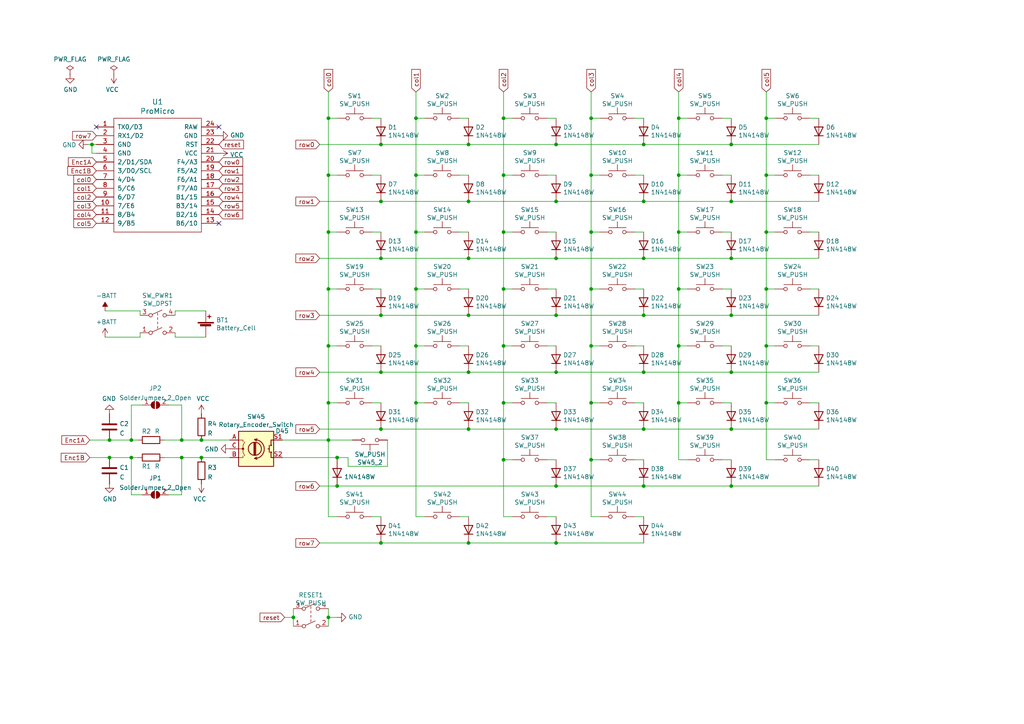
<source format=kicad_sch>
(kicad_sch (version 20211123) (generator eeschema)

  (uuid 3f5fe6b7-98fc-4d3e-9567-f9f7202d1455)

  (paper "A4")

  (title_block
    (title "Choctopus44")
    (date "2021-07-05")
    (rev "1.0 Prototype")
  )

  (lib_symbols
    (symbol "Device:Battery_Cell" (pin_numbers hide) (pin_names (offset 0) hide) (in_bom yes) (on_board yes)
      (property "Reference" "BT" (id 0) (at 2.54 2.54 0)
        (effects (font (size 1.27 1.27)) (justify left))
      )
      (property "Value" "Battery_Cell" (id 1) (at 2.54 0 0)
        (effects (font (size 1.27 1.27)) (justify left))
      )
      (property "Footprint" "" (id 2) (at 0 1.524 90)
        (effects (font (size 1.27 1.27)) hide)
      )
      (property "Datasheet" "~" (id 3) (at 0 1.524 90)
        (effects (font (size 1.27 1.27)) hide)
      )
      (property "ki_keywords" "battery cell" (id 4) (at 0 0 0)
        (effects (font (size 1.27 1.27)) hide)
      )
      (property "ki_description" "Single-cell battery" (id 5) (at 0 0 0)
        (effects (font (size 1.27 1.27)) hide)
      )
      (symbol "Battery_Cell_0_1"
        (rectangle (start -2.286 1.778) (end 2.286 1.524)
          (stroke (width 0) (type default) (color 0 0 0 0))
          (fill (type outline))
        )
        (rectangle (start -1.5748 1.1938) (end 1.4732 0.6858)
          (stroke (width 0) (type default) (color 0 0 0 0))
          (fill (type outline))
        )
        (polyline
          (pts
            (xy 0 0.762)
            (xy 0 0)
          )
          (stroke (width 0) (type default) (color 0 0 0 0))
          (fill (type none))
        )
        (polyline
          (pts
            (xy 0 1.778)
            (xy 0 2.54)
          )
          (stroke (width 0) (type default) (color 0 0 0 0))
          (fill (type none))
        )
        (polyline
          (pts
            (xy 0.508 3.429)
            (xy 1.524 3.429)
          )
          (stroke (width 0.254) (type default) (color 0 0 0 0))
          (fill (type none))
        )
        (polyline
          (pts
            (xy 1.016 3.937)
            (xy 1.016 2.921)
          )
          (stroke (width 0.254) (type default) (color 0 0 0 0))
          (fill (type none))
        )
      )
      (symbol "Battery_Cell_1_1"
        (pin passive line (at 0 5.08 270) (length 2.54)
          (name "+" (effects (font (size 1.27 1.27))))
          (number "1" (effects (font (size 1.27 1.27))))
        )
        (pin passive line (at 0 -2.54 90) (length 2.54)
          (name "-" (effects (font (size 1.27 1.27))))
          (number "2" (effects (font (size 1.27 1.27))))
        )
      )
    )
    (symbol "Device:C" (pin_numbers hide) (pin_names (offset 0.254)) (in_bom yes) (on_board yes)
      (property "Reference" "C" (id 0) (at 0.635 2.54 0)
        (effects (font (size 1.27 1.27)) (justify left))
      )
      (property "Value" "C" (id 1) (at 0.635 -2.54 0)
        (effects (font (size 1.27 1.27)) (justify left))
      )
      (property "Footprint" "" (id 2) (at 0.9652 -3.81 0)
        (effects (font (size 1.27 1.27)) hide)
      )
      (property "Datasheet" "~" (id 3) (at 0 0 0)
        (effects (font (size 1.27 1.27)) hide)
      )
      (property "ki_keywords" "cap capacitor" (id 4) (at 0 0 0)
        (effects (font (size 1.27 1.27)) hide)
      )
      (property "ki_description" "Unpolarized capacitor" (id 5) (at 0 0 0)
        (effects (font (size 1.27 1.27)) hide)
      )
      (property "ki_fp_filters" "C_*" (id 6) (at 0 0 0)
        (effects (font (size 1.27 1.27)) hide)
      )
      (symbol "C_0_1"
        (polyline
          (pts
            (xy -2.032 -0.762)
            (xy 2.032 -0.762)
          )
          (stroke (width 0.508) (type default) (color 0 0 0 0))
          (fill (type none))
        )
        (polyline
          (pts
            (xy -2.032 0.762)
            (xy 2.032 0.762)
          )
          (stroke (width 0.508) (type default) (color 0 0 0 0))
          (fill (type none))
        )
      )
      (symbol "C_1_1"
        (pin passive line (at 0 3.81 270) (length 2.794)
          (name "~" (effects (font (size 1.27 1.27))))
          (number "1" (effects (font (size 1.27 1.27))))
        )
        (pin passive line (at 0 -3.81 90) (length 2.794)
          (name "~" (effects (font (size 1.27 1.27))))
          (number "2" (effects (font (size 1.27 1.27))))
        )
      )
    )
    (symbol "Device:R" (pin_numbers hide) (pin_names (offset 0)) (in_bom yes) (on_board yes)
      (property "Reference" "R" (id 0) (at 2.032 0 90)
        (effects (font (size 1.27 1.27)))
      )
      (property "Value" "R" (id 1) (at 0 0 90)
        (effects (font (size 1.27 1.27)))
      )
      (property "Footprint" "" (id 2) (at -1.778 0 90)
        (effects (font (size 1.27 1.27)) hide)
      )
      (property "Datasheet" "~" (id 3) (at 0 0 0)
        (effects (font (size 1.27 1.27)) hide)
      )
      (property "ki_keywords" "R res resistor" (id 4) (at 0 0 0)
        (effects (font (size 1.27 1.27)) hide)
      )
      (property "ki_description" "Resistor" (id 5) (at 0 0 0)
        (effects (font (size 1.27 1.27)) hide)
      )
      (property "ki_fp_filters" "R_*" (id 6) (at 0 0 0)
        (effects (font (size 1.27 1.27)) hide)
      )
      (symbol "R_0_1"
        (rectangle (start -1.016 -2.54) (end 1.016 2.54)
          (stroke (width 0.254) (type default) (color 0 0 0 0))
          (fill (type none))
        )
      )
      (symbol "R_1_1"
        (pin passive line (at 0 3.81 270) (length 1.27)
          (name "~" (effects (font (size 1.27 1.27))))
          (number "1" (effects (font (size 1.27 1.27))))
        )
        (pin passive line (at 0 -3.81 90) (length 1.27)
          (name "~" (effects (font (size 1.27 1.27))))
          (number "2" (effects (font (size 1.27 1.27))))
        )
      )
    )
    (symbol "Device:Rotary_Encoder_Switch" (pin_names (offset 0.254) hide) (in_bom yes) (on_board yes)
      (property "Reference" "SW" (id 0) (at 0 6.604 0)
        (effects (font (size 1.27 1.27)))
      )
      (property "Value" "Device_Rotary_Encoder_Switch" (id 1) (at 0 -6.604 0)
        (effects (font (size 1.27 1.27)))
      )
      (property "Footprint" "" (id 2) (at -3.81 4.064 0)
        (effects (font (size 1.27 1.27)) hide)
      )
      (property "Datasheet" "" (id 3) (at 0 6.604 0)
        (effects (font (size 1.27 1.27)) hide)
      )
      (property "ki_fp_filters" "RotaryEncoder*Switch*" (id 4) (at 0 0 0)
        (effects (font (size 1.27 1.27)) hide)
      )
      (symbol "Rotary_Encoder_Switch_0_1"
        (rectangle (start -5.08 5.08) (end 5.08 -5.08)
          (stroke (width 0.254) (type default) (color 0 0 0 0))
          (fill (type background))
        )
        (circle (center -3.81 0) (radius 0.254)
          (stroke (width 0) (type default) (color 0 0 0 0))
          (fill (type outline))
        )
        (arc (start -0.381 -2.794) (mid 2.3622 -0.0508) (end -0.381 2.667)
          (stroke (width 0.254) (type default) (color 0 0 0 0))
          (fill (type none))
        )
        (circle (center -0.381 0) (radius 1.905)
          (stroke (width 0.254) (type default) (color 0 0 0 0))
          (fill (type none))
        )
        (polyline
          (pts
            (xy -0.635 -1.778)
            (xy -0.635 1.778)
          )
          (stroke (width 0.254) (type default) (color 0 0 0 0))
          (fill (type none))
        )
        (polyline
          (pts
            (xy -0.381 -1.778)
            (xy -0.381 1.778)
          )
          (stroke (width 0.254) (type default) (color 0 0 0 0))
          (fill (type none))
        )
        (polyline
          (pts
            (xy -0.127 1.778)
            (xy -0.127 -1.778)
          )
          (stroke (width 0.254) (type default) (color 0 0 0 0))
          (fill (type none))
        )
        (polyline
          (pts
            (xy 3.81 0)
            (xy 3.429 0)
          )
          (stroke (width 0.254) (type default) (color 0 0 0 0))
          (fill (type none))
        )
        (polyline
          (pts
            (xy 3.81 1.016)
            (xy 3.81 -1.016)
          )
          (stroke (width 0.254) (type default) (color 0 0 0 0))
          (fill (type none))
        )
        (polyline
          (pts
            (xy -5.08 -2.54)
            (xy -3.81 -2.54)
            (xy -3.81 -2.032)
          )
          (stroke (width 0) (type default) (color 0 0 0 0))
          (fill (type none))
        )
        (polyline
          (pts
            (xy -5.08 2.54)
            (xy -3.81 2.54)
            (xy -3.81 2.032)
          )
          (stroke (width 0) (type default) (color 0 0 0 0))
          (fill (type none))
        )
        (polyline
          (pts
            (xy 0.254 -3.048)
            (xy -0.508 -2.794)
            (xy 0.127 -2.413)
          )
          (stroke (width 0.254) (type default) (color 0 0 0 0))
          (fill (type none))
        )
        (polyline
          (pts
            (xy 0.254 2.921)
            (xy -0.508 2.667)
            (xy 0.127 2.286)
          )
          (stroke (width 0.254) (type default) (color 0 0 0 0))
          (fill (type none))
        )
        (polyline
          (pts
            (xy 5.08 -2.54)
            (xy 4.318 -2.54)
            (xy 4.318 -1.016)
          )
          (stroke (width 0.254) (type default) (color 0 0 0 0))
          (fill (type none))
        )
        (polyline
          (pts
            (xy 5.08 2.54)
            (xy 4.318 2.54)
            (xy 4.318 1.016)
          )
          (stroke (width 0.254) (type default) (color 0 0 0 0))
          (fill (type none))
        )
        (polyline
          (pts
            (xy -5.08 0)
            (xy -3.81 0)
            (xy -3.81 -1.016)
            (xy -3.302 -2.032)
          )
          (stroke (width 0) (type default) (color 0 0 0 0))
          (fill (type none))
        )
        (polyline
          (pts
            (xy -4.318 0)
            (xy -3.81 0)
            (xy -3.81 1.016)
            (xy -3.302 2.032)
          )
          (stroke (width 0) (type default) (color 0 0 0 0))
          (fill (type none))
        )
        (circle (center 4.318 -1.016) (radius 0.127)
          (stroke (width 0.254) (type default) (color 0 0 0 0))
          (fill (type none))
        )
        (circle (center 4.318 1.016) (radius 0.127)
          (stroke (width 0.254) (type default) (color 0 0 0 0))
          (fill (type none))
        )
      )
      (symbol "Rotary_Encoder_Switch_1_1"
        (pin passive line (at -7.62 2.54 0) (length 2.54)
          (name "A" (effects (font (size 1.27 1.27))))
          (number "A" (effects (font (size 1.27 1.27))))
        )
        (pin passive line (at -7.62 -2.54 0) (length 2.54)
          (name "B" (effects (font (size 1.27 1.27))))
          (number "B" (effects (font (size 1.27 1.27))))
        )
        (pin passive line (at -7.62 0 0) (length 2.54)
          (name "C" (effects (font (size 1.27 1.27))))
          (number "C" (effects (font (size 1.27 1.27))))
        )
        (pin passive line (at 7.62 2.54 180) (length 2.54)
          (name "S1" (effects (font (size 1.27 1.27))))
          (number "S1" (effects (font (size 1.27 1.27))))
        )
        (pin passive line (at 7.62 -2.54 180) (length 2.54)
          (name "S2" (effects (font (size 1.27 1.27))))
          (number "S2" (effects (font (size 1.27 1.27))))
        )
      )
    )
    (symbol "Diode:1N4148W" (pin_numbers hide) (pin_names (offset 1.016) hide) (in_bom yes) (on_board yes)
      (property "Reference" "D" (id 0) (at 0 2.54 0)
        (effects (font (size 1.27 1.27)))
      )
      (property "Value" "1N4148W" (id 1) (at 0 -2.54 0)
        (effects (font (size 1.27 1.27)))
      )
      (property "Footprint" "Diode_SMD:D_SOD-123" (id 2) (at 0 -4.445 0)
        (effects (font (size 1.27 1.27)) hide)
      )
      (property "Datasheet" "https://www.vishay.com/docs/85748/1n4148w.pdf" (id 3) (at 0 0 0)
        (effects (font (size 1.27 1.27)) hide)
      )
      (property "ki_keywords" "diode" (id 4) (at 0 0 0)
        (effects (font (size 1.27 1.27)) hide)
      )
      (property "ki_description" "75V 0.15A Fast Switching Diode, SOD-123" (id 5) (at 0 0 0)
        (effects (font (size 1.27 1.27)) hide)
      )
      (property "ki_fp_filters" "D*SOD?123*" (id 6) (at 0 0 0)
        (effects (font (size 1.27 1.27)) hide)
      )
      (symbol "1N4148W_0_1"
        (polyline
          (pts
            (xy -1.27 1.27)
            (xy -1.27 -1.27)
          )
          (stroke (width 0.254) (type default) (color 0 0 0 0))
          (fill (type none))
        )
        (polyline
          (pts
            (xy 1.27 0)
            (xy -1.27 0)
          )
          (stroke (width 0) (type default) (color 0 0 0 0))
          (fill (type none))
        )
        (polyline
          (pts
            (xy 1.27 1.27)
            (xy 1.27 -1.27)
            (xy -1.27 0)
            (xy 1.27 1.27)
          )
          (stroke (width 0.254) (type default) (color 0 0 0 0))
          (fill (type none))
        )
      )
      (symbol "1N4148W_1_1"
        (pin passive line (at -3.81 0 0) (length 2.54)
          (name "K" (effects (font (size 1.27 1.27))))
          (number "1" (effects (font (size 1.27 1.27))))
        )
        (pin passive line (at 3.81 0 180) (length 2.54)
          (name "A" (effects (font (size 1.27 1.27))))
          (number "2" (effects (font (size 1.27 1.27))))
        )
      )
    )
    (symbol "Jumper:SolderJumper_2_Open" (pin_names (offset 0) hide) (in_bom yes) (on_board yes)
      (property "Reference" "JP" (id 0) (at 0 2.032 0)
        (effects (font (size 1.27 1.27)))
      )
      (property "Value" "SolderJumper_2_Open" (id 1) (at 0 -2.54 0)
        (effects (font (size 1.27 1.27)))
      )
      (property "Footprint" "" (id 2) (at 0 0 0)
        (effects (font (size 1.27 1.27)) hide)
      )
      (property "Datasheet" "~" (id 3) (at 0 0 0)
        (effects (font (size 1.27 1.27)) hide)
      )
      (property "ki_keywords" "solder jumper SPST" (id 4) (at 0 0 0)
        (effects (font (size 1.27 1.27)) hide)
      )
      (property "ki_description" "Solder Jumper, 2-pole, open" (id 5) (at 0 0 0)
        (effects (font (size 1.27 1.27)) hide)
      )
      (property "ki_fp_filters" "SolderJumper*Open*" (id 6) (at 0 0 0)
        (effects (font (size 1.27 1.27)) hide)
      )
      (symbol "SolderJumper_2_Open_0_1"
        (arc (start -0.254 1.016) (mid -1.27 0) (end -0.254 -1.016)
          (stroke (width 0) (type default) (color 0 0 0 0))
          (fill (type none))
        )
        (arc (start -0.254 1.016) (mid -1.27 0) (end -0.254 -1.016)
          (stroke (width 0) (type default) (color 0 0 0 0))
          (fill (type outline))
        )
        (polyline
          (pts
            (xy -0.254 1.016)
            (xy -0.254 -1.016)
          )
          (stroke (width 0) (type default) (color 0 0 0 0))
          (fill (type none))
        )
        (polyline
          (pts
            (xy 0.254 1.016)
            (xy 0.254 -1.016)
          )
          (stroke (width 0) (type default) (color 0 0 0 0))
          (fill (type none))
        )
        (arc (start 0.254 -1.016) (mid 1.27 0) (end 0.254 1.016)
          (stroke (width 0) (type default) (color 0 0 0 0))
          (fill (type none))
        )
        (arc (start 0.254 -1.016) (mid 1.27 0) (end 0.254 1.016)
          (stroke (width 0) (type default) (color 0 0 0 0))
          (fill (type outline))
        )
      )
      (symbol "SolderJumper_2_Open_1_1"
        (pin passive line (at -3.81 0 0) (length 2.54)
          (name "A" (effects (font (size 1.27 1.27))))
          (number "1" (effects (font (size 1.27 1.27))))
        )
        (pin passive line (at 3.81 0 180) (length 2.54)
          (name "B" (effects (font (size 1.27 1.27))))
          (number "2" (effects (font (size 1.27 1.27))))
        )
      )
    )
    (symbol "Switch:SW_DPST" (pin_names (offset 0) hide) (in_bom yes) (on_board yes)
      (property "Reference" "SW" (id 0) (at 0 5.08 0)
        (effects (font (size 1.27 1.27)))
      )
      (property "Value" "SW_DPST" (id 1) (at 0 -5.08 0)
        (effects (font (size 1.27 1.27)))
      )
      (property "Footprint" "" (id 2) (at 0 0 0)
        (effects (font (size 1.27 1.27)) hide)
      )
      (property "Datasheet" "~" (id 3) (at 0 0 0)
        (effects (font (size 1.27 1.27)) hide)
      )
      (property "ki_keywords" "switch dual double-pole single-throw OFF-ON" (id 4) (at 0 0 0)
        (effects (font (size 1.27 1.27)) hide)
      )
      (property "ki_description" "Double Pole Single Throw (DPST) Switch" (id 5) (at 0 0 0)
        (effects (font (size 1.27 1.27)) hide)
      )
      (symbol "SW_DPST_0_0"
        (circle (center -2.032 -2.54) (radius 0.508)
          (stroke (width 0) (type default) (color 0 0 0 0))
          (fill (type none))
        )
        (circle (center -2.032 2.54) (radius 0.508)
          (stroke (width 0) (type default) (color 0 0 0 0))
          (fill (type none))
        )
        (polyline
          (pts
            (xy -1.524 -2.286)
            (xy 1.27 -1.016)
          )
          (stroke (width 0) (type default) (color 0 0 0 0))
          (fill (type none))
        )
        (polyline
          (pts
            (xy -1.524 2.794)
            (xy 1.27 4.064)
          )
          (stroke (width 0) (type default) (color 0 0 0 0))
          (fill (type none))
        )
        (polyline
          (pts
            (xy 0 -1.27)
            (xy 0 -0.635)
          )
          (stroke (width 0) (type default) (color 0 0 0 0))
          (fill (type none))
        )
        (polyline
          (pts
            (xy 0 0)
            (xy 0 0.635)
          )
          (stroke (width 0) (type default) (color 0 0 0 0))
          (fill (type none))
        )
        (polyline
          (pts
            (xy 0 1.27)
            (xy 0 1.905)
          )
          (stroke (width 0) (type default) (color 0 0 0 0))
          (fill (type none))
        )
        (polyline
          (pts
            (xy 0 2.54)
            (xy 0 3.175)
          )
          (stroke (width 0) (type default) (color 0 0 0 0))
          (fill (type none))
        )
        (circle (center 2.032 -2.54) (radius 0.508)
          (stroke (width 0) (type default) (color 0 0 0 0))
          (fill (type none))
        )
        (circle (center 2.032 2.54) (radius 0.508)
          (stroke (width 0) (type default) (color 0 0 0 0))
          (fill (type none))
        )
      )
      (symbol "SW_DPST_1_1"
        (pin passive line (at -5.08 -2.54 0) (length 2.54)
          (name "1" (effects (font (size 1.27 1.27))))
          (number "1" (effects (font (size 1.27 1.27))))
        )
        (pin passive line (at 5.08 -2.54 180) (length 2.54)
          (name "2" (effects (font (size 1.27 1.27))))
          (number "2" (effects (font (size 1.27 1.27))))
        )
        (pin passive line (at -5.08 2.54 0) (length 2.54)
          (name "3" (effects (font (size 1.27 1.27))))
          (number "3" (effects (font (size 1.27 1.27))))
        )
        (pin passive line (at 5.08 2.54 180) (length 2.54)
          (name "4" (effects (font (size 1.27 1.27))))
          (number "4" (effects (font (size 1.27 1.27))))
        )
      )
    )
    (symbol "Switch:SW_Push" (pin_numbers hide) (pin_names (offset 1.016) hide) (in_bom yes) (on_board yes)
      (property "Reference" "SW" (id 0) (at 1.27 2.54 0)
        (effects (font (size 1.27 1.27)) (justify left))
      )
      (property "Value" "SW_Push" (id 1) (at 0 -1.524 0)
        (effects (font (size 1.27 1.27)))
      )
      (property "Footprint" "" (id 2) (at 0 5.08 0)
        (effects (font (size 1.27 1.27)) hide)
      )
      (property "Datasheet" "~" (id 3) (at 0 5.08 0)
        (effects (font (size 1.27 1.27)) hide)
      )
      (property "ki_keywords" "switch normally-open pushbutton push-button" (id 4) (at 0 0 0)
        (effects (font (size 1.27 1.27)) hide)
      )
      (property "ki_description" "Push button switch, generic, two pins" (id 5) (at 0 0 0)
        (effects (font (size 1.27 1.27)) hide)
      )
      (symbol "SW_Push_0_1"
        (circle (center -2.032 0) (radius 0.508)
          (stroke (width 0) (type default) (color 0 0 0 0))
          (fill (type none))
        )
        (polyline
          (pts
            (xy 0 1.27)
            (xy 0 3.048)
          )
          (stroke (width 0) (type default) (color 0 0 0 0))
          (fill (type none))
        )
        (polyline
          (pts
            (xy 2.54 1.27)
            (xy -2.54 1.27)
          )
          (stroke (width 0) (type default) (color 0 0 0 0))
          (fill (type none))
        )
        (circle (center 2.032 0) (radius 0.508)
          (stroke (width 0) (type default) (color 0 0 0 0))
          (fill (type none))
        )
        (pin passive line (at -5.08 0 0) (length 2.54)
          (name "1" (effects (font (size 1.27 1.27))))
          (number "1" (effects (font (size 1.27 1.27))))
        )
        (pin passive line (at 5.08 0 180) (length 2.54)
          (name "2" (effects (font (size 1.27 1.27))))
          (number "2" (effects (font (size 1.27 1.27))))
        )
      )
    )
    (symbol "choctopus44-rescue:ProMicro-_reviung-kbd-reviung41-rescue" (pin_names (offset 1.016)) (in_bom yes) (on_board yes)
      (property "Reference" "U" (id 0) (at 0 24.13 0)
        (effects (font (size 1.524 1.524)))
      )
      (property "Value" "ProMicro-_reviung-kbd-reviung41-rescue" (id 1) (at 0 -13.97 0)
        (effects (font (size 1.524 1.524)))
      )
      (property "Footprint" "" (id 2) (at 2.54 -26.67 0)
        (effects (font (size 1.524 1.524)))
      )
      (property "Datasheet" "" (id 3) (at 2.54 -26.67 0)
        (effects (font (size 1.524 1.524)))
      )
      (symbol "ProMicro-_reviung-kbd-reviung41-rescue_0_1"
        (rectangle (start -12.7 21.59) (end 12.7 -11.43)
          (stroke (width 0) (type default) (color 0 0 0 0))
          (fill (type none))
        )
      )
      (symbol "ProMicro-_reviung-kbd-reviung41-rescue_1_1"
        (pin bidirectional line (at -17.78 19.05 0) (length 5.08)
          (name "TX0/D3" (effects (font (size 1.27 1.27))))
          (number "1" (effects (font (size 1.27 1.27))))
        )
        (pin bidirectional line (at -17.78 -3.81 0) (length 5.08)
          (name "7/E6" (effects (font (size 1.27 1.27))))
          (number "10" (effects (font (size 1.27 1.27))))
        )
        (pin bidirectional line (at -17.78 -6.35 0) (length 5.08)
          (name "8/B4" (effects (font (size 1.27 1.27))))
          (number "11" (effects (font (size 1.27 1.27))))
        )
        (pin bidirectional line (at -17.78 -8.89 0) (length 5.08)
          (name "9/B5" (effects (font (size 1.27 1.27))))
          (number "12" (effects (font (size 1.27 1.27))))
        )
        (pin bidirectional line (at 17.78 -8.89 180) (length 5.08)
          (name "B6/10" (effects (font (size 1.27 1.27))))
          (number "13" (effects (font (size 1.27 1.27))))
        )
        (pin bidirectional line (at 17.78 -6.35 180) (length 5.08)
          (name "B2/16" (effects (font (size 1.27 1.27))))
          (number "14" (effects (font (size 1.27 1.27))))
        )
        (pin bidirectional line (at 17.78 -3.81 180) (length 5.08)
          (name "B3/14" (effects (font (size 1.27 1.27))))
          (number "15" (effects (font (size 1.27 1.27))))
        )
        (pin bidirectional line (at 17.78 -1.27 180) (length 5.08)
          (name "B1/15" (effects (font (size 1.27 1.27))))
          (number "16" (effects (font (size 1.27 1.27))))
        )
        (pin bidirectional line (at 17.78 1.27 180) (length 5.08)
          (name "F7/A0" (effects (font (size 1.27 1.27))))
          (number "17" (effects (font (size 1.27 1.27))))
        )
        (pin bidirectional line (at 17.78 3.81 180) (length 5.08)
          (name "F6/A1" (effects (font (size 1.27 1.27))))
          (number "18" (effects (font (size 1.27 1.27))))
        )
        (pin bidirectional line (at 17.78 6.35 180) (length 5.08)
          (name "F5/A2" (effects (font (size 1.27 1.27))))
          (number "19" (effects (font (size 1.27 1.27))))
        )
        (pin bidirectional line (at -17.78 16.51 0) (length 5.08)
          (name "RX1/D2" (effects (font (size 1.27 1.27))))
          (number "2" (effects (font (size 1.27 1.27))))
        )
        (pin bidirectional line (at 17.78 8.89 180) (length 5.08)
          (name "F4/A3" (effects (font (size 1.27 1.27))))
          (number "20" (effects (font (size 1.27 1.27))))
        )
        (pin power_in line (at 17.78 11.43 180) (length 5.08)
          (name "VCC" (effects (font (size 1.27 1.27))))
          (number "21" (effects (font (size 1.27 1.27))))
        )
        (pin input line (at 17.78 13.97 180) (length 5.08)
          (name "RST" (effects (font (size 1.27 1.27))))
          (number "22" (effects (font (size 1.27 1.27))))
        )
        (pin power_in line (at 17.78 16.51 180) (length 5.08)
          (name "GND" (effects (font (size 1.27 1.27))))
          (number "23" (effects (font (size 1.27 1.27))))
        )
        (pin power_out line (at 17.78 19.05 180) (length 5.08)
          (name "RAW" (effects (font (size 1.27 1.27))))
          (number "24" (effects (font (size 1.27 1.27))))
        )
        (pin power_in line (at -17.78 13.97 0) (length 5.08)
          (name "GND" (effects (font (size 1.27 1.27))))
          (number "3" (effects (font (size 1.27 1.27))))
        )
        (pin power_in line (at -17.78 11.43 0) (length 5.08)
          (name "GND" (effects (font (size 1.27 1.27))))
          (number "4" (effects (font (size 1.27 1.27))))
        )
        (pin bidirectional line (at -17.78 8.89 0) (length 5.08)
          (name "2/D1/SDA" (effects (font (size 1.27 1.27))))
          (number "5" (effects (font (size 1.27 1.27))))
        )
        (pin bidirectional line (at -17.78 6.35 0) (length 5.08)
          (name "3/D0/SCL" (effects (font (size 1.27 1.27))))
          (number "6" (effects (font (size 1.27 1.27))))
        )
        (pin bidirectional line (at -17.78 3.81 0) (length 5.08)
          (name "4/D4" (effects (font (size 1.27 1.27))))
          (number "7" (effects (font (size 1.27 1.27))))
        )
        (pin bidirectional line (at -17.78 1.27 0) (length 5.08)
          (name "5/C6" (effects (font (size 1.27 1.27))))
          (number "8" (effects (font (size 1.27 1.27))))
        )
        (pin bidirectional line (at -17.78 -1.27 0) (length 5.08)
          (name "6/D7" (effects (font (size 1.27 1.27))))
          (number "9" (effects (font (size 1.27 1.27))))
        )
      )
    )
    (symbol "power:+BATT" (power) (pin_names (offset 0)) (in_bom yes) (on_board yes)
      (property "Reference" "#PWR" (id 0) (at 0 -3.81 0)
        (effects (font (size 1.27 1.27)) hide)
      )
      (property "Value" "+BATT" (id 1) (at 0 3.556 0)
        (effects (font (size 1.27 1.27)))
      )
      (property "Footprint" "" (id 2) (at 0 0 0)
        (effects (font (size 1.27 1.27)) hide)
      )
      (property "Datasheet" "" (id 3) (at 0 0 0)
        (effects (font (size 1.27 1.27)) hide)
      )
      (property "ki_keywords" "power-flag battery" (id 4) (at 0 0 0)
        (effects (font (size 1.27 1.27)) hide)
      )
      (property "ki_description" "Power symbol creates a global label with name \"+BATT\"" (id 5) (at 0 0 0)
        (effects (font (size 1.27 1.27)) hide)
      )
      (symbol "+BATT_0_1"
        (polyline
          (pts
            (xy -0.762 1.27)
            (xy 0 2.54)
          )
          (stroke (width 0) (type default) (color 0 0 0 0))
          (fill (type none))
        )
        (polyline
          (pts
            (xy 0 0)
            (xy 0 2.54)
          )
          (stroke (width 0) (type default) (color 0 0 0 0))
          (fill (type none))
        )
        (polyline
          (pts
            (xy 0 2.54)
            (xy 0.762 1.27)
          )
          (stroke (width 0) (type default) (color 0 0 0 0))
          (fill (type none))
        )
      )
      (symbol "+BATT_1_1"
        (pin power_in line (at 0 0 90) (length 0) hide
          (name "+BATT" (effects (font (size 1.27 1.27))))
          (number "1" (effects (font (size 1.27 1.27))))
        )
      )
    )
    (symbol "power:-BATT" (power) (pin_names (offset 0)) (in_bom yes) (on_board yes)
      (property "Reference" "#PWR" (id 0) (at 0 -3.81 0)
        (effects (font (size 1.27 1.27)) hide)
      )
      (property "Value" "-BATT" (id 1) (at 0 3.556 0)
        (effects (font (size 1.27 1.27)))
      )
      (property "Footprint" "" (id 2) (at 0 0 0)
        (effects (font (size 1.27 1.27)) hide)
      )
      (property "Datasheet" "" (id 3) (at 0 0 0)
        (effects (font (size 1.27 1.27)) hide)
      )
      (property "ki_keywords" "power-flag battery" (id 4) (at 0 0 0)
        (effects (font (size 1.27 1.27)) hide)
      )
      (property "ki_description" "Power symbol creates a global label with name \"-BATT\"" (id 5) (at 0 0 0)
        (effects (font (size 1.27 1.27)) hide)
      )
      (symbol "-BATT_0_1"
        (polyline
          (pts
            (xy 0 0)
            (xy 0 2.54)
          )
          (stroke (width 0) (type default) (color 0 0 0 0))
          (fill (type none))
        )
        (polyline
          (pts
            (xy 0.762 1.27)
            (xy -0.762 1.27)
            (xy 0 2.54)
            (xy 0.762 1.27)
          )
          (stroke (width 0) (type default) (color 0 0 0 0))
          (fill (type outline))
        )
      )
      (symbol "-BATT_1_1"
        (pin power_in line (at 0 0 90) (length 0) hide
          (name "-BATT" (effects (font (size 1.27 1.27))))
          (number "1" (effects (font (size 1.27 1.27))))
        )
      )
    )
    (symbol "power:GND" (power) (pin_names (offset 0)) (in_bom yes) (on_board yes)
      (property "Reference" "#PWR" (id 0) (at 0 -6.35 0)
        (effects (font (size 1.27 1.27)) hide)
      )
      (property "Value" "GND" (id 1) (at 0 -3.81 0)
        (effects (font (size 1.27 1.27)))
      )
      (property "Footprint" "" (id 2) (at 0 0 0)
        (effects (font (size 1.27 1.27)) hide)
      )
      (property "Datasheet" "" (id 3) (at 0 0 0)
        (effects (font (size 1.27 1.27)) hide)
      )
      (property "ki_keywords" "power-flag" (id 4) (at 0 0 0)
        (effects (font (size 1.27 1.27)) hide)
      )
      (property "ki_description" "Power symbol creates a global label with name \"GND\" , ground" (id 5) (at 0 0 0)
        (effects (font (size 1.27 1.27)) hide)
      )
      (symbol "GND_0_1"
        (polyline
          (pts
            (xy 0 0)
            (xy 0 -1.27)
            (xy 1.27 -1.27)
            (xy 0 -2.54)
            (xy -1.27 -1.27)
            (xy 0 -1.27)
          )
          (stroke (width 0) (type default) (color 0 0 0 0))
          (fill (type none))
        )
      )
      (symbol "GND_1_1"
        (pin power_in line (at 0 0 270) (length 0) hide
          (name "GND" (effects (font (size 1.27 1.27))))
          (number "1" (effects (font (size 1.27 1.27))))
        )
      )
    )
    (symbol "power:PWR_FLAG" (power) (pin_numbers hide) (pin_names (offset 0) hide) (in_bom yes) (on_board yes)
      (property "Reference" "#FLG" (id 0) (at 0 1.905 0)
        (effects (font (size 1.27 1.27)) hide)
      )
      (property "Value" "PWR_FLAG" (id 1) (at 0 3.81 0)
        (effects (font (size 1.27 1.27)))
      )
      (property "Footprint" "" (id 2) (at 0 0 0)
        (effects (font (size 1.27 1.27)) hide)
      )
      (property "Datasheet" "~" (id 3) (at 0 0 0)
        (effects (font (size 1.27 1.27)) hide)
      )
      (property "ki_keywords" "power-flag" (id 4) (at 0 0 0)
        (effects (font (size 1.27 1.27)) hide)
      )
      (property "ki_description" "Special symbol for telling ERC where power comes from" (id 5) (at 0 0 0)
        (effects (font (size 1.27 1.27)) hide)
      )
      (symbol "PWR_FLAG_0_0"
        (pin power_out line (at 0 0 90) (length 0)
          (name "pwr" (effects (font (size 1.27 1.27))))
          (number "1" (effects (font (size 1.27 1.27))))
        )
      )
      (symbol "PWR_FLAG_0_1"
        (polyline
          (pts
            (xy 0 0)
            (xy 0 1.27)
            (xy -1.016 1.905)
            (xy 0 2.54)
            (xy 1.016 1.905)
            (xy 0 1.27)
          )
          (stroke (width 0) (type default) (color 0 0 0 0))
          (fill (type none))
        )
      )
    )
    (symbol "power:VCC" (power) (pin_names (offset 0)) (in_bom yes) (on_board yes)
      (property "Reference" "#PWR" (id 0) (at 0 -3.81 0)
        (effects (font (size 1.27 1.27)) hide)
      )
      (property "Value" "VCC" (id 1) (at 0 3.81 0)
        (effects (font (size 1.27 1.27)))
      )
      (property "Footprint" "" (id 2) (at 0 0 0)
        (effects (font (size 1.27 1.27)) hide)
      )
      (property "Datasheet" "" (id 3) (at 0 0 0)
        (effects (font (size 1.27 1.27)) hide)
      )
      (property "ki_keywords" "power-flag" (id 4) (at 0 0 0)
        (effects (font (size 1.27 1.27)) hide)
      )
      (property "ki_description" "Power symbol creates a global label with name \"VCC\"" (id 5) (at 0 0 0)
        (effects (font (size 1.27 1.27)) hide)
      )
      (symbol "VCC_0_1"
        (polyline
          (pts
            (xy -0.762 1.27)
            (xy 0 2.54)
          )
          (stroke (width 0) (type default) (color 0 0 0 0))
          (fill (type none))
        )
        (polyline
          (pts
            (xy 0 0)
            (xy 0 2.54)
          )
          (stroke (width 0) (type default) (color 0 0 0 0))
          (fill (type none))
        )
        (polyline
          (pts
            (xy 0 2.54)
            (xy 0.762 1.27)
          )
          (stroke (width 0) (type default) (color 0 0 0 0))
          (fill (type none))
        )
      )
      (symbol "VCC_1_1"
        (pin power_in line (at 0 0 90) (length 0) hide
          (name "VCC" (effects (font (size 1.27 1.27))))
          (number "1" (effects (font (size 1.27 1.27))))
        )
      )
    )
  )

  (junction (at 171.45 83.82) (diameter 0) (color 0 0 0 0)
    (uuid 014d13cd-26ad-4d0e-86ad-a43b541cab14)
  )
  (junction (at 212.09 107.95) (diameter 0) (color 0 0 0 0)
    (uuid 03caada9-9e22-4e2d-9035-b15433dfbb17)
  )
  (junction (at 58.42 127.635) (diameter 0) (color 0 0 0 0)
    (uuid 0c5c3b9c-7829-49de-92e3-b60f3823775e)
  )
  (junction (at 186.69 107.95) (diameter 0) (color 0 0 0 0)
    (uuid 0ff508fd-18da-4ab7-9844-3c8a28c2587e)
  )
  (junction (at 222.25 100.33) (diameter 0) (color 0 0 0 0)
    (uuid 14094ad2-b562-4efa-8c6f-51d7a3134345)
  )
  (junction (at 171.45 50.8) (diameter 0) (color 0 0 0 0)
    (uuid 15a82541-58d8-45b5-99c5-fb52e017e3ea)
  )
  (junction (at 161.29 74.93) (diameter 0) (color 0 0 0 0)
    (uuid 16bd6381-8ac0-4bf2-9dce-ecc20c724b8d)
  )
  (junction (at 135.89 41.91) (diameter 0) (color 0 0 0 0)
    (uuid 182b2d54-931d-49d6-9f39-60a752623e36)
  )
  (junction (at 26.67 41.91) (diameter 0) (color 0 0 0 0)
    (uuid 1831fb37-1c5d-42c4-b898-151be6fca9dc)
  )
  (junction (at 120.65 50.8) (diameter 0) (color 0 0 0 0)
    (uuid 252f1275-081d-4d77-8bd5-3b9e6916ef42)
  )
  (junction (at 161.29 140.97) (diameter 0) (color 0 0 0 0)
    (uuid 25d545dc-8f50-4573-922c-35ef5a2a3a19)
  )
  (junction (at 52.705 127.635) (diameter 0) (color 0 0 0 0)
    (uuid 286bc524-baeb-41c5-a9b8-88abd77a9314)
  )
  (junction (at 110.49 41.91) (diameter 0) (color 0 0 0 0)
    (uuid 2dc272bd-3aa2-45b5-889d-1d3c8aac80f8)
  )
  (junction (at 120.65 34.29) (diameter 0) (color 0 0 0 0)
    (uuid 2e0a9f64-1b78-4597-8d50-d12d2268a95a)
  )
  (junction (at 58.42 132.715) (diameter 0) (color 0 0 0 0)
    (uuid 2e5f6c63-77f6-4e23-9740-9000ec5f05ec)
  )
  (junction (at 222.25 50.8) (diameter 0) (color 0 0 0 0)
    (uuid 2f291a4b-4ecb-4692-9ad2-324f9784c0d4)
  )
  (junction (at 146.05 100.33) (diameter 0) (color 0 0 0 0)
    (uuid 31f91ec8-56e4-4e08-9ccd-012652772211)
  )
  (junction (at 146.05 34.29) (diameter 0) (color 0 0 0 0)
    (uuid 337e8520-cbd2-42c0-8d17-743bab17cbbd)
  )
  (junction (at 171.45 116.84) (diameter 0) (color 0 0 0 0)
    (uuid 363945f6-fbef-42be-99cf-4a8a48434d92)
  )
  (junction (at 110.49 157.48) (diameter 0) (color 0 0 0 0)
    (uuid 3e0392c0-affc-4114-9de5-1f1cfe79418a)
  )
  (junction (at 161.29 124.46) (diameter 0) (color 0 0 0 0)
    (uuid 40976bf0-19de-460f-ad64-224d4f51e16b)
  )
  (junction (at 146.05 83.82) (diameter 0) (color 0 0 0 0)
    (uuid 443bc73a-8dc0-4e2f-a292-a5eff00efa5b)
  )
  (junction (at 95.25 179.07) (diameter 0) (color 0 0 0 0)
    (uuid 4a54c707-7b6f-4a3d-a74d-5e3526114aba)
  )
  (junction (at 135.89 74.93) (diameter 0) (color 0 0 0 0)
    (uuid 4f66b314-0f62-4fb6-8c3c-f9c6a75cd3ec)
  )
  (junction (at 110.49 91.44) (diameter 0) (color 0 0 0 0)
    (uuid 4fb21471-41be-4be8-9687-66030f97befc)
  )
  (junction (at 186.69 140.97) (diameter 0) (color 0 0 0 0)
    (uuid 501880c3-8633-456f-9add-0e8fa1932ba6)
  )
  (junction (at 38.1 132.715) (diameter 0) (color 0 0 0 0)
    (uuid 51ff6366-4b27-4f16-915b-b312b221ca60)
  )
  (junction (at 171.45 34.29) (diameter 0) (color 0 0 0 0)
    (uuid 59fc765e-1357-4c94-9529-5635418c7d73)
  )
  (junction (at 120.65 100.33) (diameter 0) (color 0 0 0 0)
    (uuid 5f31b97b-d794-46d6-bbd9-7a5638bcf704)
  )
  (junction (at 196.85 100.33) (diameter 0) (color 0 0 0 0)
    (uuid 5ff19d63-2cb4-438b-93c4-e66d37a05329)
  )
  (junction (at 120.65 116.84) (diameter 0) (color 0 0 0 0)
    (uuid 6cb93665-0bcd-4104-8633-fffd1811eee0)
  )
  (junction (at 95.25 83.82) (diameter 0) (color 0 0 0 0)
    (uuid 6d0c9e39-9878-44c8-8283-9a59e45006fa)
  )
  (junction (at 196.85 34.29) (diameter 0) (color 0 0 0 0)
    (uuid 6f580eb1-88cc-489d-a7ca-9efa5e590715)
  )
  (junction (at 146.05 133.35) (diameter 0) (color 0 0 0 0)
    (uuid 70d34adf-9bd8-469e-8c77-5c0d7adf511e)
  )
  (junction (at 161.29 58.42) (diameter 0) (color 0 0 0 0)
    (uuid 730b670c-9bcf-4dcd-9a8d-fcaa61fb0955)
  )
  (junction (at 146.05 50.8) (diameter 0) (color 0 0 0 0)
    (uuid 74f5ec08-7600-4a0b-a9e4-aae29f9ea08a)
  )
  (junction (at 95.25 100.33) (diameter 0) (color 0 0 0 0)
    (uuid 75b944f9-bf25-4dc7-8104-e9f80b4f359b)
  )
  (junction (at 110.49 58.42) (diameter 0) (color 0 0 0 0)
    (uuid 770ad51a-7219-4633-b24a-bd20feb0a6c5)
  )
  (junction (at 171.45 133.35) (diameter 0) (color 0 0 0 0)
    (uuid 775e8983-a723-43c5-bf00-61681f0840f3)
  )
  (junction (at 52.705 132.715) (diameter 0) (color 0 0 0 0)
    (uuid 78307a64-a1fa-476d-9df3-0d54d7404a8b)
  )
  (junction (at 171.45 67.31) (diameter 0) (color 0 0 0 0)
    (uuid 7c00778a-4692-4f9b-87d5-2d355077ce1e)
  )
  (junction (at 95.25 67.31) (diameter 0) (color 0 0 0 0)
    (uuid 7c2008c8-0626-4a09-a873-065e83502a0e)
  )
  (junction (at 135.89 157.48) (diameter 0) (color 0 0 0 0)
    (uuid 88002554-c459-46e5-8b22-6ea6fe07fd4c)
  )
  (junction (at 97.79 132.715) (diameter 0) (color 0 0 0 0)
    (uuid 8b12056e-376f-4252-9a14-7bd78ae78534)
  )
  (junction (at 222.25 83.82) (diameter 0) (color 0 0 0 0)
    (uuid 8b7bbefd-8f78-41f8-809c-2534a5de3b39)
  )
  (junction (at 171.45 100.33) (diameter 0) (color 0 0 0 0)
    (uuid 8bdea5f6-7a53-427a-92b8-fd15994c2e8c)
  )
  (junction (at 196.85 116.84) (diameter 0) (color 0 0 0 0)
    (uuid 8cb2cd3a-4ef9-4ae5-b6bc-2b1d16f657d6)
  )
  (junction (at 161.29 157.48) (diameter 0) (color 0 0 0 0)
    (uuid 8cdc8ef9-532e-4bf5-9998-7213b9e692a2)
  )
  (junction (at 186.69 91.44) (diameter 0) (color 0 0 0 0)
    (uuid 911bdcbe-493f-4e21-a506-7cbc636e2c17)
  )
  (junction (at 212.09 58.42) (diameter 0) (color 0 0 0 0)
    (uuid 965308c8-e014-459a-b9db-b8493a601c62)
  )
  (junction (at 31.75 132.715) (diameter 0) (color 0 0 0 0)
    (uuid 9c19cce7-d5c2-4ae9-9c6f-4c995d3ebc82)
  )
  (junction (at 161.29 41.91) (diameter 0) (color 0 0 0 0)
    (uuid a17904b9-135e-4dae-ae20-401c7787de72)
  )
  (junction (at 161.29 107.95) (diameter 0) (color 0 0 0 0)
    (uuid a27eb049-c992-4f11-a026-1e6a8d9d0160)
  )
  (junction (at 135.89 58.42) (diameter 0) (color 0 0 0 0)
    (uuid abe07c9a-17c3-43b5-b7a6-ae867ac27ea7)
  )
  (junction (at 222.25 116.84) (diameter 0) (color 0 0 0 0)
    (uuid b0054ce1-b60e-41de-a6a2-bf712784dd39)
  )
  (junction (at 95.25 127.635) (diameter 0) (color 0 0 0 0)
    (uuid b80ab6cd-74c1-4cb6-8e20-2a924d9dd236)
  )
  (junction (at 212.09 91.44) (diameter 0) (color 0 0 0 0)
    (uuid b96fe6ac-3535-4455-ab88-ed77f5e46d6e)
  )
  (junction (at 38.1 127.635) (diameter 0) (color 0 0 0 0)
    (uuid c233f97d-e670-4fa9-9a3d-eee7b187d403)
  )
  (junction (at 186.69 124.46) (diameter 0) (color 0 0 0 0)
    (uuid c25a772d-af9c-4ebc-96f6-0966738c13a8)
  )
  (junction (at 212.09 140.97) (diameter 0) (color 0 0 0 0)
    (uuid c454102f-dc92-4550-9492-797fc8e6b49c)
  )
  (junction (at 186.69 74.93) (diameter 0) (color 0 0 0 0)
    (uuid c5eb1e4c-ce83-470e-8f32-e20ff1f886a3)
  )
  (junction (at 222.25 34.29) (diameter 0) (color 0 0 0 0)
    (uuid c7df8431-dcf5-4ab4-b8f8-21c1cafc5246)
  )
  (junction (at 135.89 124.46) (diameter 0) (color 0 0 0 0)
    (uuid c8c79177-94d4-43e2-a654-f0a5554fbb68)
  )
  (junction (at 110.49 74.93) (diameter 0) (color 0 0 0 0)
    (uuid ca87f11b-5f48-4b57-8535-68d3ec2fe5a9)
  )
  (junction (at 196.85 83.82) (diameter 0) (color 0 0 0 0)
    (uuid d0cd3439-276c-41ba-b38d-f84f6da38415)
  )
  (junction (at 95.25 34.29) (diameter 0) (color 0 0 0 0)
    (uuid d1eca865-05c5-48a4-96cf-ed5f8a640e25)
  )
  (junction (at 110.49 124.46) (diameter 0) (color 0 0 0 0)
    (uuid d3c11c8f-a73d-4211-934b-a6da255728ad)
  )
  (junction (at 161.29 91.44) (diameter 0) (color 0 0 0 0)
    (uuid d3d7e298-1d39-4294-a3ab-c84cc0dc5e5a)
  )
  (junction (at 212.09 124.46) (diameter 0) (color 0 0 0 0)
    (uuid d5641ac9-9be7-46bf-90b3-6c83d852b5ba)
  )
  (junction (at 85.09 179.07) (diameter 0) (color 0 0 0 0)
    (uuid d66d3c12-11ce-4566-9a45-962e329503d8)
  )
  (junction (at 196.85 67.31) (diameter 0) (color 0 0 0 0)
    (uuid dbe92a0d-89cb-4d3f-9497-c2c1d93a3018)
  )
  (junction (at 135.89 91.44) (diameter 0) (color 0 0 0 0)
    (uuid dde51ae5-b215-445e-92bb-4a12ec410531)
  )
  (junction (at 110.49 107.95) (diameter 0) (color 0 0 0 0)
    (uuid df32840e-2912-4088-b54c-9a85f64c0265)
  )
  (junction (at 120.65 67.31) (diameter 0) (color 0 0 0 0)
    (uuid e300709f-6c72-488d-a598-efcbd6d3af54)
  )
  (junction (at 212.09 41.91) (diameter 0) (color 0 0 0 0)
    (uuid e4c6fdbb-fdc7-4ad4-a516-240d84cdc120)
  )
  (junction (at 186.69 41.91) (diameter 0) (color 0 0 0 0)
    (uuid e6b860cc-cb76-4220-acfb-68f1eb348bfa)
  )
  (junction (at 146.05 67.31) (diameter 0) (color 0 0 0 0)
    (uuid e6d68f56-4a40-4849-b8d1-13d5ca292900)
  )
  (junction (at 95.25 50.8) (diameter 0) (color 0 0 0 0)
    (uuid e7d81bce-286e-41e4-9181-3511e9c0455e)
  )
  (junction (at 95.25 116.84) (diameter 0) (color 0 0 0 0)
    (uuid e87738fc-e372-4c48-9de9-398fd8b4874c)
  )
  (junction (at 31.75 127.635) (diameter 0) (color 0 0 0 0)
    (uuid ead8cbd1-348d-44ce-8776-b2431ab4deae)
  )
  (junction (at 212.09 74.93) (diameter 0) (color 0 0 0 0)
    (uuid ec31c074-17b2-48e1-ab01-071acad3fa04)
  )
  (junction (at 120.65 83.82) (diameter 0) (color 0 0 0 0)
    (uuid f345e52a-8e0a-425a-b438-90809dd3b799)
  )
  (junction (at 186.69 58.42) (diameter 0) (color 0 0 0 0)
    (uuid f3628265-0155-43e2-a467-c40ff783e265)
  )
  (junction (at 146.05 116.84) (diameter 0) (color 0 0 0 0)
    (uuid f5c43e09-08d6-4a29-a53a-3b9ea7fb34cd)
  )
  (junction (at 196.85 50.8) (diameter 0) (color 0 0 0 0)
    (uuid f6983918-fe05-46ea-b355-bc522ec53440)
  )
  (junction (at 222.25 67.31) (diameter 0) (color 0 0 0 0)
    (uuid fc4ad874-c922-4070-89f9-7262080469d8)
  )
  (junction (at 97.79 140.97) (diameter 0) (color 0 0 0 0)
    (uuid fe14c012-3d58-4e5e-9a37-4b9765a7f764)
  )
  (junction (at 135.89 107.95) (diameter 0) (color 0 0 0 0)
    (uuid ffd175d1-912a-4224-be1e-a8198680f46b)
  )

  (no_connect (at 27.94 36.83) (uuid 0fafc6b9-fd35-4a55-9270-7a8e7ce3cb13))
  (no_connect (at 63.5 64.77) (uuid 29e78086-2175-405e-9ba3-c48766d2f50c))
  (no_connect (at 63.5 36.83) (uuid a1823eb2-fb0d-4ed8-8b96-04184ac3a9d5))

  (wire (pts (xy 110.49 157.48) (xy 135.89 157.48))
    (stroke (width 0) (type default) (color 0 0 0 0))
    (uuid 003c2200-0632-4808-a662-8ddd5d30c768)
  )
  (wire (pts (xy 135.89 74.93) (xy 161.29 74.93))
    (stroke (width 0) (type default) (color 0 0 0 0))
    (uuid 01e9b6e7-adf9-4ee7-9447-a588630ee4a2)
  )
  (wire (pts (xy 171.45 67.31) (xy 171.45 83.82))
    (stroke (width 0) (type default) (color 0 0 0 0))
    (uuid 01f82238-6335-48fe-8b0a-6853e227345a)
  )
  (wire (pts (xy 38.1 132.715) (xy 40.005 132.715))
    (stroke (width 0) (type default) (color 0 0 0 0))
    (uuid 0461bfb4-7c00-4a5b-b18a-3d701d3da2dd)
  )
  (wire (pts (xy 59.69 97.79) (xy 50.8 97.79))
    (stroke (width 0) (type default) (color 0 0 0 0))
    (uuid 05f2859d-2820-4e84-b395-696011feb13b)
  )
  (wire (pts (xy 110.49 91.44) (xy 135.89 91.44))
    (stroke (width 0) (type default) (color 0 0 0 0))
    (uuid 0755aee5-bc01-4cb5-b830-583289df50a3)
  )
  (wire (pts (xy 135.89 58.42) (xy 161.29 58.42))
    (stroke (width 0) (type default) (color 0 0 0 0))
    (uuid 0c3dceba-7c95-4b3d-b590-0eb581444beb)
  )
  (wire (pts (xy 120.65 83.82) (xy 123.19 83.82))
    (stroke (width 0) (type default) (color 0 0 0 0))
    (uuid 0cbeb329-a88d-4a47-a5c2-a1d693de2f8c)
  )
  (wire (pts (xy 171.45 116.84) (xy 171.45 133.35))
    (stroke (width 0) (type default) (color 0 0 0 0))
    (uuid 0cc9bf07-55b9-458f-b8aa-41b2f51fa940)
  )
  (wire (pts (xy 95.25 50.8) (xy 97.79 50.8))
    (stroke (width 0) (type default) (color 0 0 0 0))
    (uuid 0dfdfa9f-1e3f-4e14-b64b-12bde76a80c7)
  )
  (wire (pts (xy 161.29 67.31) (xy 158.75 67.31))
    (stroke (width 0) (type default) (color 0 0 0 0))
    (uuid 0e249018-17e7-42b3-ae5d-5ebf3ae299ae)
  )
  (wire (pts (xy 26.67 41.91) (xy 25.4 41.91))
    (stroke (width 0) (type default) (color 0 0 0 0))
    (uuid 0f22151c-f260-4674-b486-4710a2c42a55)
  )
  (wire (pts (xy 171.45 50.8) (xy 171.45 67.31))
    (stroke (width 0) (type default) (color 0 0 0 0))
    (uuid 0fc5db66-6188-4c1f-bb14-0868bef113eb)
  )
  (wire (pts (xy 146.05 50.8) (xy 148.59 50.8))
    (stroke (width 0) (type default) (color 0 0 0 0))
    (uuid 10e52e95-44f3-4059-a86d-dcda603e0623)
  )
  (wire (pts (xy 186.69 67.31) (xy 184.15 67.31))
    (stroke (width 0) (type default) (color 0 0 0 0))
    (uuid 13bbfffc-affb-4b43-9eb1-f2ed90a8a919)
  )
  (wire (pts (xy 161.29 107.95) (xy 186.69 107.95))
    (stroke (width 0) (type default) (color 0 0 0 0))
    (uuid 13c0ff76-ed71-4cd9-abb0-92c376825d5d)
  )
  (wire (pts (xy 234.95 83.82) (xy 237.49 83.82))
    (stroke (width 0) (type default) (color 0 0 0 0))
    (uuid 1427bb3f-0689-4b41-a816-cd79a5202fd0)
  )
  (wire (pts (xy 171.45 50.8) (xy 173.99 50.8))
    (stroke (width 0) (type default) (color 0 0 0 0))
    (uuid 142dd724-2a9f-4eea-ab21-209b1bc7ec65)
  )
  (wire (pts (xy 110.49 58.42) (xy 135.89 58.42))
    (stroke (width 0) (type default) (color 0 0 0 0))
    (uuid 16a9ae8c-3ad2-439b-8efe-377c994670c7)
  )
  (wire (pts (xy 199.39 67.31) (xy 196.85 67.31))
    (stroke (width 0) (type default) (color 0 0 0 0))
    (uuid 1ab71a3c-340b-469a-ada5-4f87f0b7b2fa)
  )
  (wire (pts (xy 171.45 100.33) (xy 171.45 116.84))
    (stroke (width 0) (type default) (color 0 0 0 0))
    (uuid 1cb22080-0f59-4c18-a6e6-8685ef44ec53)
  )
  (wire (pts (xy 133.35 34.29) (xy 135.89 34.29))
    (stroke (width 0) (type default) (color 0 0 0 0))
    (uuid 1dfbf353-5b24-4c0f-8322-8fcd514ae75e)
  )
  (wire (pts (xy 161.29 140.97) (xy 186.69 140.97))
    (stroke (width 0) (type default) (color 0 0 0 0))
    (uuid 1e8701fc-ad24-40ea-846a-e3db538d6077)
  )
  (wire (pts (xy 212.09 107.95) (xy 237.49 107.95))
    (stroke (width 0) (type default) (color 0 0 0 0))
    (uuid 1f3003e6-dce5-420f-906b-3f1e92b67249)
  )
  (wire (pts (xy 222.25 50.8) (xy 224.79 50.8))
    (stroke (width 0) (type default) (color 0 0 0 0))
    (uuid 20caf6d2-76a7-497e-ac56-f6d31eb9027b)
  )
  (wire (pts (xy 224.79 133.35) (xy 222.25 133.35))
    (stroke (width 0) (type default) (color 0 0 0 0))
    (uuid 212bf70c-2324-47d9-8700-59771063baeb)
  )
  (wire (pts (xy 95.25 100.33) (xy 95.25 116.84))
    (stroke (width 0) (type default) (color 0 0 0 0))
    (uuid 2165c9a4-eb84-4cb6-a870-2fdc39d2511b)
  )
  (wire (pts (xy 148.59 100.33) (xy 146.05 100.33))
    (stroke (width 0) (type default) (color 0 0 0 0))
    (uuid 235067e2-1686-40fe-a9a0-61704311b2b1)
  )
  (wire (pts (xy 212.09 124.46) (xy 237.49 124.46))
    (stroke (width 0) (type default) (color 0 0 0 0))
    (uuid 240e07e1-770b-4b27-894f-29fd601c924d)
  )
  (wire (pts (xy 184.15 116.84) (xy 186.69 116.84))
    (stroke (width 0) (type default) (color 0 0 0 0))
    (uuid 241e0c85-4796-48eb-a5a0-1c0f2d6e5910)
  )
  (wire (pts (xy 107.95 149.86) (xy 110.49 149.86))
    (stroke (width 0) (type default) (color 0 0 0 0))
    (uuid 25bc3602-3fb4-4a04-94e3-21ba22562c24)
  )
  (wire (pts (xy 81.915 127.635) (xy 95.25 127.635))
    (stroke (width 0) (type default) (color 0 0 0 0))
    (uuid 263971b3-c18f-489b-9602-1d9b0be9e0e2)
  )
  (wire (pts (xy 120.65 26.67) (xy 120.65 34.29))
    (stroke (width 0) (type default) (color 0 0 0 0))
    (uuid 269f19c3-6824-45a8-be29-fa58d70cbb42)
  )
  (wire (pts (xy 146.05 149.86) (xy 148.59 149.86))
    (stroke (width 0) (type default) (color 0 0 0 0))
    (uuid 283c990c-ae5a-4e41-a3ad-b40ca29fe90e)
  )
  (wire (pts (xy 59.69 90.17) (xy 50.8 90.17))
    (stroke (width 0) (type default) (color 0 0 0 0))
    (uuid 2a1de22d-6451-488d-af77-0bf8841bd695)
  )
  (wire (pts (xy 161.29 157.48) (xy 186.69 157.48))
    (stroke (width 0) (type default) (color 0 0 0 0))
    (uuid 2b5a9ad3-7ec4-447d-916c-47adf5f9674f)
  )
  (wire (pts (xy 85.09 179.07) (xy 85.09 181.61))
    (stroke (width 0) (type default) (color 0 0 0 0))
    (uuid 2c60448a-e30f-46b2-89e1-a44f51688efc)
  )
  (wire (pts (xy 26.035 132.715) (xy 31.75 132.715))
    (stroke (width 0) (type default) (color 0 0 0 0))
    (uuid 2cce19c1-ccd9-4e49-bbba-15ceaf270d1b)
  )
  (wire (pts (xy 95.25 116.84) (xy 95.25 127.635))
    (stroke (width 0) (type default) (color 0 0 0 0))
    (uuid 2de1ffee-2174-41d2-8969-68b8d21e5a7d)
  )
  (wire (pts (xy 100.965 135.255) (xy 112.395 135.255))
    (stroke (width 0) (type default) (color 0 0 0 0))
    (uuid 3056ebef-7fa1-4d32-8526-dae782e93277)
  )
  (wire (pts (xy 47.625 132.715) (xy 52.705 132.715))
    (stroke (width 0) (type default) (color 0 0 0 0))
    (uuid 311e87a9-27a7-4f4f-99ff-4498d5e14699)
  )
  (wire (pts (xy 224.79 67.31) (xy 222.25 67.31))
    (stroke (width 0) (type default) (color 0 0 0 0))
    (uuid 319639ae-c2c5-486d-93b1-d03bb1b64252)
  )
  (wire (pts (xy 186.69 149.86) (xy 184.15 149.86))
    (stroke (width 0) (type default) (color 0 0 0 0))
    (uuid 347562f5-b152-4e7b-8a69-40ca6daaaad4)
  )
  (wire (pts (xy 133.35 116.84) (xy 135.89 116.84))
    (stroke (width 0) (type default) (color 0 0 0 0))
    (uuid 34c0bee6-7425-4435-8857-d1fe8dfb6d89)
  )
  (wire (pts (xy 186.69 107.95) (xy 212.09 107.95))
    (stroke (width 0) (type default) (color 0 0 0 0))
    (uuid 378af8b4-af3d-46e7-89ae-deff12ca9067)
  )
  (wire (pts (xy 196.85 116.84) (xy 199.39 116.84))
    (stroke (width 0) (type default) (color 0 0 0 0))
    (uuid 386ad9e3-71fa-420f-8722-88548b024fc5)
  )
  (wire (pts (xy 196.85 26.67) (xy 196.85 34.29))
    (stroke (width 0) (type default) (color 0 0 0 0))
    (uuid 38cfe839-c630-43d3-a9ec-6a89ba9e318a)
  )
  (wire (pts (xy 234.95 34.29) (xy 237.49 34.29))
    (stroke (width 0) (type default) (color 0 0 0 0))
    (uuid 3a41dd27-ec14-44d5-b505-aad1d829f79a)
  )
  (wire (pts (xy 237.49 67.31) (xy 234.95 67.31))
    (stroke (width 0) (type default) (color 0 0 0 0))
    (uuid 3a70978e-dcc2-4620-a99c-514362812927)
  )
  (wire (pts (xy 158.75 50.8) (xy 161.29 50.8))
    (stroke (width 0) (type default) (color 0 0 0 0))
    (uuid 3c8d03bf-f31d-4aa0-b8db-a227ffd7d8d6)
  )
  (wire (pts (xy 120.65 100.33) (xy 120.65 116.84))
    (stroke (width 0) (type default) (color 0 0 0 0))
    (uuid 3c9169cc-3a77-4ae0-8afc-cbfc472a28c5)
  )
  (wire (pts (xy 184.15 50.8) (xy 186.69 50.8))
    (stroke (width 0) (type default) (color 0 0 0 0))
    (uuid 3d6cdd62-5634-4e30-acf8-1b9c1dbf6653)
  )
  (wire (pts (xy 110.49 100.33) (xy 107.95 100.33))
    (stroke (width 0) (type default) (color 0 0 0 0))
    (uuid 3e57b728-64e6-4470-8f27-a43c0dd85050)
  )
  (wire (pts (xy 148.59 133.35) (xy 146.05 133.35))
    (stroke (width 0) (type default) (color 0 0 0 0))
    (uuid 3efa2ece-8f3f-4a8c-96e9-6ab3ec6f1f70)
  )
  (wire (pts (xy 52.705 132.715) (xy 58.42 132.715))
    (stroke (width 0) (type default) (color 0 0 0 0))
    (uuid 3fbc41a6-8775-4609-910c-631b836a80b3)
  )
  (wire (pts (xy 161.29 133.35) (xy 158.75 133.35))
    (stroke (width 0) (type default) (color 0 0 0 0))
    (uuid 430d6d73-9de6-41ca-b788-178d709f4aae)
  )
  (wire (pts (xy 212.09 133.35) (xy 209.55 133.35))
    (stroke (width 0) (type default) (color 0 0 0 0))
    (uuid 44035e53-ff94-45ad-801f-55a1ce042a0d)
  )
  (wire (pts (xy 58.42 127.635) (xy 66.675 127.635))
    (stroke (width 0) (type default) (color 0 0 0 0))
    (uuid 4451a668-cead-41b2-b8a8-2531a090db09)
  )
  (wire (pts (xy 158.75 149.86) (xy 161.29 149.86))
    (stroke (width 0) (type default) (color 0 0 0 0))
    (uuid 49575217-40b0-4890-8acf-12982cca52b5)
  )
  (wire (pts (xy 92.71 91.44) (xy 110.49 91.44))
    (stroke (width 0) (type default) (color 0 0 0 0))
    (uuid 4a21e717-d46d-4d9e-8b98-af4ecb02d3ec)
  )
  (wire (pts (xy 95.25 149.86) (xy 97.79 149.86))
    (stroke (width 0) (type default) (color 0 0 0 0))
    (uuid 4aa97874-2fd2-414c-b381-9420384c2fd8)
  )
  (wire (pts (xy 95.25 176.53) (xy 95.25 179.07))
    (stroke (width 0) (type default) (color 0 0 0 0))
    (uuid 4b1fce17-dec7-457e-ba3b-a77604e77dc9)
  )
  (wire (pts (xy 95.25 34.29) (xy 97.79 34.29))
    (stroke (width 0) (type default) (color 0 0 0 0))
    (uuid 4cafb73d-1ad8-4d24-acf7-63d78095ae46)
  )
  (wire (pts (xy 135.89 41.91) (xy 161.29 41.91))
    (stroke (width 0) (type default) (color 0 0 0 0))
    (uuid 5114c7bf-b955-49f3-a0a8-4b954c81bde0)
  )
  (wire (pts (xy 120.65 67.31) (xy 120.65 83.82))
    (stroke (width 0) (type default) (color 0 0 0 0))
    (uuid 52a8f1be-73ca-41a8-bc24-2320706b0ec1)
  )
  (wire (pts (xy 52.705 127.635) (xy 58.42 127.635))
    (stroke (width 0) (type default) (color 0 0 0 0))
    (uuid 52e531fd-2219-46e1-b218-23c178ed580b)
  )
  (wire (pts (xy 40.64 97.79) (xy 30.48 97.79))
    (stroke (width 0) (type default) (color 0 0 0 0))
    (uuid 576f00e6-a1be-45d3-9b93-e26d9e0fe306)
  )
  (wire (pts (xy 120.65 34.29) (xy 120.65 50.8))
    (stroke (width 0) (type default) (color 0 0 0 0))
    (uuid 582622a2-fad4-4737-9a80-be9fffbba8ab)
  )
  (wire (pts (xy 222.25 26.67) (xy 222.25 34.29))
    (stroke (width 0) (type default) (color 0 0 0 0))
    (uuid 5889287d-b845-4684-b23e-663811b25d27)
  )
  (wire (pts (xy 224.79 100.33) (xy 222.25 100.33))
    (stroke (width 0) (type default) (color 0 0 0 0))
    (uuid 590fefcc-03e7-45d6-b6c9-e51a7c3c36c4)
  )
  (wire (pts (xy 237.49 100.33) (xy 234.95 100.33))
    (stroke (width 0) (type default) (color 0 0 0 0))
    (uuid 59cb2966-1e9c-4b3b-b3c8-7499378d8dde)
  )
  (wire (pts (xy 209.55 34.29) (xy 212.09 34.29))
    (stroke (width 0) (type default) (color 0 0 0 0))
    (uuid 5c7d6eaf-f256-4349-8203-d2e836872231)
  )
  (wire (pts (xy 209.55 116.84) (xy 212.09 116.84))
    (stroke (width 0) (type default) (color 0 0 0 0))
    (uuid 5d49e9a6-41dd-4072-adde-ef1036c1979b)
  )
  (wire (pts (xy 123.19 100.33) (xy 120.65 100.33))
    (stroke (width 0) (type default) (color 0 0 0 0))
    (uuid 5e7c3a32-8dda-4e6a-9838-c94d1f165575)
  )
  (wire (pts (xy 212.09 74.93) (xy 237.49 74.93))
    (stroke (width 0) (type default) (color 0 0 0 0))
    (uuid 60dcd1fe-7079-4cb8-b509-04558ccf5097)
  )
  (wire (pts (xy 186.69 100.33) (xy 184.15 100.33))
    (stroke (width 0) (type default) (color 0 0 0 0))
    (uuid 616287d9-a51f-498c-8b91-be46a0aa3a7f)
  )
  (wire (pts (xy 234.95 50.8) (xy 237.49 50.8))
    (stroke (width 0) (type default) (color 0 0 0 0))
    (uuid 62a1f3d4-027d-4ecf-a37a-6fcf4263e9d2)
  )
  (wire (pts (xy 120.65 50.8) (xy 123.19 50.8))
    (stroke (width 0) (type default) (color 0 0 0 0))
    (uuid 62e8c4d4-266c-4e53-8981-1028251d724c)
  )
  (wire (pts (xy 184.15 83.82) (xy 186.69 83.82))
    (stroke (width 0) (type default) (color 0 0 0 0))
    (uuid 633292d3-80c5-4986-be82-ce926e9f09f4)
  )
  (wire (pts (xy 148.59 67.31) (xy 146.05 67.31))
    (stroke (width 0) (type default) (color 0 0 0 0))
    (uuid 63489ebf-0f52-43a6-a0ab-158b1a7d4988)
  )
  (wire (pts (xy 199.39 100.33) (xy 196.85 100.33))
    (stroke (width 0) (type default) (color 0 0 0 0))
    (uuid 637f12be-fa48-4ce4-96b2-04c21a8795c8)
  )
  (wire (pts (xy 110.49 124.46) (xy 135.89 124.46))
    (stroke (width 0) (type default) (color 0 0 0 0))
    (uuid 639c0e59-e95c-4114-bccd-2e7277505454)
  )
  (wire (pts (xy 135.89 157.48) (xy 161.29 157.48))
    (stroke (width 0) (type default) (color 0 0 0 0))
    (uuid 6513181c-0a6a-4560-9a18-17450c36ae2a)
  )
  (wire (pts (xy 186.69 58.42) (xy 212.09 58.42))
    (stroke (width 0) (type default) (color 0 0 0 0))
    (uuid 6595b9c7-02ee-4647-bde5-6b566e35163e)
  )
  (wire (pts (xy 92.71 107.95) (xy 110.49 107.95))
    (stroke (width 0) (type default) (color 0 0 0 0))
    (uuid 68877d35-b796-44db-9124-b8e744e7412e)
  )
  (wire (pts (xy 173.99 133.35) (xy 171.45 133.35))
    (stroke (width 0) (type default) (color 0 0 0 0))
    (uuid 6a2bcc72-047b-4846-8583-1109e3552669)
  )
  (wire (pts (xy 120.65 50.8) (xy 120.65 67.31))
    (stroke (width 0) (type default) (color 0 0 0 0))
    (uuid 6b91a3ee-fdcd-4bfe-ad57-c8d5ea9903a8)
  )
  (wire (pts (xy 110.49 41.91) (xy 135.89 41.91))
    (stroke (width 0) (type default) (color 0 0 0 0))
    (uuid 6c2d26bc-6eca-436c-8025-79f817bf57d6)
  )
  (wire (pts (xy 146.05 116.84) (xy 148.59 116.84))
    (stroke (width 0) (type default) (color 0 0 0 0))
    (uuid 6cb535a7-247d-4f99-997d-c21b160eadfa)
  )
  (wire (pts (xy 186.69 91.44) (xy 212.09 91.44))
    (stroke (width 0) (type default) (color 0 0 0 0))
    (uuid 6d26d68f-1ca7-4ff3-b058-272f1c399047)
  )
  (wire (pts (xy 161.29 100.33) (xy 158.75 100.33))
    (stroke (width 0) (type default) (color 0 0 0 0))
    (uuid 701e1517-e8cf-46f4-b538-98e721c97380)
  )
  (wire (pts (xy 161.29 91.44) (xy 186.69 91.44))
    (stroke (width 0) (type default) (color 0 0 0 0))
    (uuid 70e15522-1572-4451-9c0d-6d36ac70d8c6)
  )
  (wire (pts (xy 40.64 96.52) (xy 40.64 97.79))
    (stroke (width 0) (type default) (color 0 0 0 0))
    (uuid 713e0777-58b2-4487-baca-60d0ebed27c3)
  )
  (wire (pts (xy 173.99 67.31) (xy 171.45 67.31))
    (stroke (width 0) (type default) (color 0 0 0 0))
    (uuid 71f8d568-0f23-4ff2-8e60-1600ce517a48)
  )
  (wire (pts (xy 209.55 50.8) (xy 212.09 50.8))
    (stroke (width 0) (type default) (color 0 0 0 0))
    (uuid 759788bd-3cb9-4d38-b58c-5cb10b7dca6b)
  )
  (wire (pts (xy 135.89 91.44) (xy 161.29 91.44))
    (stroke (width 0) (type default) (color 0 0 0 0))
    (uuid 7599133e-c681-4202-85d9-c20dac196c64)
  )
  (wire (pts (xy 171.45 83.82) (xy 171.45 100.33))
    (stroke (width 0) (type default) (color 0 0 0 0))
    (uuid 7744b6ee-910d-401d-b730-65c35d3d8092)
  )
  (wire (pts (xy 120.65 149.86) (xy 123.19 149.86))
    (stroke (width 0) (type default) (color 0 0 0 0))
    (uuid 7760a75a-d74b-4185-b34e-cbc7b2c339b6)
  )
  (wire (pts (xy 212.09 41.91) (xy 237.49 41.91))
    (stroke (width 0) (type default) (color 0 0 0 0))
    (uuid 789ca812-3e0c-4a3f-97bc-a916dd9bce80)
  )
  (wire (pts (xy 222.25 83.82) (xy 222.25 100.33))
    (stroke (width 0) (type default) (color 0 0 0 0))
    (uuid 78f9c3d3-3556-46f6-9744-05ad54b330f0)
  )
  (wire (pts (xy 212.09 140.97) (xy 237.49 140.97))
    (stroke (width 0) (type default) (color 0 0 0 0))
    (uuid 7a879184-fad8-4feb-afb5-86fe8d34f1f7)
  )
  (wire (pts (xy 112.395 127.635) (xy 112.395 135.255))
    (stroke (width 0) (type default) (color 0 0 0 0))
    (uuid 7b666dac-ab39-4a4d-a67b-41b236af3a92)
  )
  (wire (pts (xy 95.25 83.82) (xy 97.79 83.82))
    (stroke (width 0) (type default) (color 0 0 0 0))
    (uuid 7c411b3e-aca2-424f-b644-2d21c9d80fa7)
  )
  (wire (pts (xy 146.05 116.84) (xy 146.05 133.35))
    (stroke (width 0) (type default) (color 0 0 0 0))
    (uuid 7c5f3091-7791-43b3-8d50-43f6a72274c9)
  )
  (wire (pts (xy 110.49 74.93) (xy 135.89 74.93))
    (stroke (width 0) (type default) (color 0 0 0 0))
    (uuid 7d928d56-093a-4ca8-aed1-414b7e703b45)
  )
  (wire (pts (xy 135.89 67.31) (xy 133.35 67.31))
    (stroke (width 0) (type default) (color 0 0 0 0))
    (uuid 7db990e4-92e1-4f99-b4d2-435bbec1ba83)
  )
  (wire (pts (xy 120.65 116.84) (xy 123.19 116.84))
    (stroke (width 0) (type default) (color 0 0 0 0))
    (uuid 7f2b3ce3-2f20-426d-b769-e0329b6a8111)
  )
  (wire (pts (xy 222.25 116.84) (xy 222.25 133.35))
    (stroke (width 0) (type default) (color 0 0 0 0))
    (uuid 7f9683c1-2203-43df-8fa1-719a0dc360df)
  )
  (wire (pts (xy 26.035 127.635) (xy 31.75 127.635))
    (stroke (width 0) (type default) (color 0 0 0 0))
    (uuid 7faa607e-d5c6-4d7c-bfa2-8a5821db7fdf)
  )
  (wire (pts (xy 120.65 83.82) (xy 120.65 100.33))
    (stroke (width 0) (type default) (color 0 0 0 0))
    (uuid 810ed4ff-ffe2-4032-9af6-fb5ada3bae5b)
  )
  (wire (pts (xy 158.75 83.82) (xy 161.29 83.82))
    (stroke (width 0) (type default) (color 0 0 0 0))
    (uuid 83021f70-e61e-4ad3-bae7-b9f02b28be4f)
  )
  (wire (pts (xy 135.89 107.95) (xy 161.29 107.95))
    (stroke (width 0) (type default) (color 0 0 0 0))
    (uuid 8412992d-8754-44de-9e08-115cec1a3eff)
  )
  (wire (pts (xy 95.25 116.84) (xy 97.79 116.84))
    (stroke (width 0) (type default) (color 0 0 0 0))
    (uuid 84d4e166-b429-409a-ab37-c6a10fd82ff5)
  )
  (wire (pts (xy 52.705 117.475) (xy 52.705 127.635))
    (stroke (width 0) (type default) (color 0 0 0 0))
    (uuid 8513e669-55d6-4494-9b8d-92be366e9b6a)
  )
  (wire (pts (xy 186.69 74.93) (xy 212.09 74.93))
    (stroke (width 0) (type default) (color 0 0 0 0))
    (uuid 85b7594c-358f-454b-b2ad-dd0b1d67ed76)
  )
  (wire (pts (xy 95.25 179.07) (xy 97.79 179.07))
    (stroke (width 0) (type default) (color 0 0 0 0))
    (uuid 869d6302-ae22-478f-9723-3feacbb12eef)
  )
  (wire (pts (xy 196.85 116.84) (xy 196.85 133.35))
    (stroke (width 0) (type default) (color 0 0 0 0))
    (uuid 87a1984f-543d-4f2e-ad8a-7a3a24ee6047)
  )
  (wire (pts (xy 171.45 34.29) (xy 171.45 50.8))
    (stroke (width 0) (type default) (color 0 0 0 0))
    (uuid 89a8e170-a222-41c0-b545-c9f4c5604011)
  )
  (wire (pts (xy 222.25 83.82) (xy 224.79 83.82))
    (stroke (width 0) (type default) (color 0 0 0 0))
    (uuid 89c9afdc-c346-4300-a392-5f9dd8c1e5bd)
  )
  (wire (pts (xy 38.1 143.51) (xy 38.1 132.715))
    (stroke (width 0) (type default) (color 0 0 0 0))
    (uuid 8a4dd039-86f1-4cb4-bd76-8c5f06038844)
  )
  (wire (pts (xy 92.71 74.93) (xy 110.49 74.93))
    (stroke (width 0) (type default) (color 0 0 0 0))
    (uuid 8a650ebf-3f78-4ca4-a26b-a5028693e36d)
  )
  (wire (pts (xy 158.75 116.84) (xy 161.29 116.84))
    (stroke (width 0) (type default) (color 0 0 0 0))
    (uuid 8ac400bf-c9b3-4af4-b0a7-9aa9ab4ad17e)
  )
  (wire (pts (xy 186.69 124.46) (xy 212.09 124.46))
    (stroke (width 0) (type default) (color 0 0 0 0))
    (uuid 8c514922-ffe1-4e37-a260-e807409f2e0d)
  )
  (wire (pts (xy 92.71 124.46) (xy 110.49 124.46))
    (stroke (width 0) (type default) (color 0 0 0 0))
    (uuid 8ca3e20d-bcc7-4c5e-9deb-562dfed9fecb)
  )
  (wire (pts (xy 38.1 117.475) (xy 38.1 127.635))
    (stroke (width 0) (type default) (color 0 0 0 0))
    (uuid 8d74736f-ebae-4cef-bdbc-2f71ed83b60e)
  )
  (wire (pts (xy 123.19 67.31) (xy 120.65 67.31))
    (stroke (width 0) (type default) (color 0 0 0 0))
    (uuid 8efee08b-b92e-4ba6-8722-c058e18114fe)
  )
  (wire (pts (xy 85.09 179.07) (xy 85.09 176.53))
    (stroke (width 0) (type default) (color 0 0 0 0))
    (uuid 901440f4-e2a6-4447-83cc-f58a2b26f5c4)
  )
  (wire (pts (xy 186.69 140.97) (xy 212.09 140.97))
    (stroke (width 0) (type default) (color 0 0 0 0))
    (uuid 91fe070a-a49b-4bc5-805a-42f23e10d114)
  )
  (wire (pts (xy 26.67 44.45) (xy 26.67 41.91))
    (stroke (width 0) (type default) (color 0 0 0 0))
    (uuid 9340c285-5767-42d5-8b6d-63fe2a40ddf3)
  )
  (wire (pts (xy 58.42 132.715) (xy 66.675 132.715))
    (stroke (width 0) (type default) (color 0 0 0 0))
    (uuid 9394dd15-bc84-46dd-bc51-c9575187fc6a)
  )
  (wire (pts (xy 184.15 34.29) (xy 186.69 34.29))
    (stroke (width 0) (type default) (color 0 0 0 0))
    (uuid 9529c01f-e1cd-40be-b7f0-83780a544249)
  )
  (wire (pts (xy 171.45 34.29) (xy 173.99 34.29))
    (stroke (width 0) (type default) (color 0 0 0 0))
    (uuid 96db52e2-6336-4f5e-846e-528c594d0509)
  )
  (wire (pts (xy 196.85 67.31) (xy 196.85 83.82))
    (stroke (width 0) (type default) (color 0 0 0 0))
    (uuid 97581b9a-3f6b-4e88-8768-6fdb60e6aca6)
  )
  (wire (pts (xy 171.45 116.84) (xy 173.99 116.84))
    (stroke (width 0) (type default) (color 0 0 0 0))
    (uuid 97dcf785-3264-40a1-a36e-8842acab24fb)
  )
  (wire (pts (xy 135.89 100.33) (xy 133.35 100.33))
    (stroke (width 0) (type default) (color 0 0 0 0))
    (uuid 98861672-254d-432b-8e5a-10d885a5ffdc)
  )
  (wire (pts (xy 95.25 50.8) (xy 95.25 67.31))
    (stroke (width 0) (type default) (color 0 0 0 0))
    (uuid 98fe66f3-ec8b-4515-ae34-617f2124a7ec)
  )
  (wire (pts (xy 120.65 34.29) (xy 123.19 34.29))
    (stroke (width 0) (type default) (color 0 0 0 0))
    (uuid 9aaeec6e-84fe-4644-b0bc-5de24626ff48)
  )
  (wire (pts (xy 95.25 83.82) (xy 95.25 100.33))
    (stroke (width 0) (type default) (color 0 0 0 0))
    (uuid 9c607e49-ee5c-4e85-a7da-6fede9912412)
  )
  (wire (pts (xy 95.25 127.635) (xy 102.235 127.635))
    (stroke (width 0) (type default) (color 0 0 0 0))
    (uuid 9f4d955b-fe9e-4a0e-a4bf-aa1a7535e89b)
  )
  (wire (pts (xy 212.09 91.44) (xy 237.49 91.44))
    (stroke (width 0) (type default) (color 0 0 0 0))
    (uuid 9f8381e9-3077-4453-a480-a01ad9c1a940)
  )
  (wire (pts (xy 40.64 90.17) (xy 40.64 91.44))
    (stroke (width 0) (type default) (color 0 0 0 0))
    (uuid a0dee8e6-f88a-4f05-aba0-bab3aafdf2bc)
  )
  (wire (pts (xy 171.45 133.35) (xy 171.45 149.86))
    (stroke (width 0) (type default) (color 0 0 0 0))
    (uuid a0e7a81b-2259-4f8d-8368-ba75f2004714)
  )
  (wire (pts (xy 135.89 124.46) (xy 161.29 124.46))
    (stroke (width 0) (type default) (color 0 0 0 0))
    (uuid a15a7506-eae4-4933-84da-9ad754258706)
  )
  (wire (pts (xy 171.45 83.82) (xy 173.99 83.82))
    (stroke (width 0) (type default) (color 0 0 0 0))
    (uuid a25b7e01-1754-4cc9-8a14-3d9c461e5af5)
  )
  (wire (pts (xy 38.1 127.635) (xy 40.005 127.635))
    (stroke (width 0) (type default) (color 0 0 0 0))
    (uuid a263b318-bae8-4f54-b681-29e225a7e6f6)
  )
  (wire (pts (xy 95.25 127.635) (xy 95.25 149.86))
    (stroke (width 0) (type default) (color 0 0 0 0))
    (uuid a428be9a-84ce-4c9a-ad46-8f93181c6ea8)
  )
  (wire (pts (xy 100.965 132.715) (xy 100.965 135.255))
    (stroke (width 0) (type default) (color 0 0 0 0))
    (uuid a58634a8-1afb-49dc-adee-c801d34469b7)
  )
  (wire (pts (xy 173.99 100.33) (xy 171.45 100.33))
    (stroke (width 0) (type default) (color 0 0 0 0))
    (uuid a599509f-fbb9-4db4-9adf-9e96bab1138d)
  )
  (wire (pts (xy 222.25 67.31) (xy 222.25 83.82))
    (stroke (width 0) (type default) (color 0 0 0 0))
    (uuid a5c8e189-1ddc-4a66-984b-e0fd1529d346)
  )
  (wire (pts (xy 161.29 74.93) (xy 186.69 74.93))
    (stroke (width 0) (type default) (color 0 0 0 0))
    (uuid a5cd8da1-8f7f-4f80-bb23-0317de562222)
  )
  (wire (pts (xy 107.95 116.84) (xy 110.49 116.84))
    (stroke (width 0) (type default) (color 0 0 0 0))
    (uuid a7f2e97b-29f3-44fd-bf8a-97a3c1528b61)
  )
  (wire (pts (xy 50.8 97.79) (xy 50.8 96.52))
    (stroke (width 0) (type default) (color 0 0 0 0))
    (uuid a8fb8ee0-623f-4870-a716-ecc88f37ef9a)
  )
  (wire (pts (xy 92.71 140.97) (xy 97.79 140.97))
    (stroke (width 0) (type default) (color 0 0 0 0))
    (uuid a90361cd-254c-4d27-ae1f-9a6c85bafe28)
  )
  (wire (pts (xy 196.85 34.29) (xy 196.85 50.8))
    (stroke (width 0) (type default) (color 0 0 0 0))
    (uuid b13e8448-bf35-4ec0-9c70-3f2250718cc2)
  )
  (wire (pts (xy 212.09 58.42) (xy 237.49 58.42))
    (stroke (width 0) (type default) (color 0 0 0 0))
    (uuid b1c649b1-f44d-46c7-9dea-818e75a1b87e)
  )
  (wire (pts (xy 161.29 58.42) (xy 186.69 58.42))
    (stroke (width 0) (type default) (color 0 0 0 0))
    (uuid b7199d9b-bebb-4100-9ad3-c2bd31e21d65)
  )
  (wire (pts (xy 48.895 143.51) (xy 52.705 143.51))
    (stroke (width 0) (type default) (color 0 0 0 0))
    (uuid b7484843-9806-4726-8b5a-26caa4665c6f)
  )
  (wire (pts (xy 196.85 83.82) (xy 196.85 100.33))
    (stroke (width 0) (type default) (color 0 0 0 0))
    (uuid b854a395-bfc6-4140-9640-75d4f9296771)
  )
  (wire (pts (xy 97.79 100.33) (xy 95.25 100.33))
    (stroke (width 0) (type default) (color 0 0 0 0))
    (uuid bac7c5b3-99df-445a-ade9-1e608bbbe27e)
  )
  (wire (pts (xy 196.85 50.8) (xy 199.39 50.8))
    (stroke (width 0) (type default) (color 0 0 0 0))
    (uuid bb59b92a-e4d0-4b9e-82cd-26304f5c15b8)
  )
  (wire (pts (xy 52.705 132.715) (xy 52.705 143.51))
    (stroke (width 0) (type default) (color 0 0 0 0))
    (uuid bc42fafd-62cb-449e-80ae-80d50ec76ac0)
  )
  (wire (pts (xy 133.35 50.8) (xy 135.89 50.8))
    (stroke (width 0) (type default) (color 0 0 0 0))
    (uuid bd793ae5-cde5-43f6-8def-1f95f35b1be6)
  )
  (wire (pts (xy 237.49 133.35) (xy 234.95 133.35))
    (stroke (width 0) (type default) (color 0 0 0 0))
    (uuid be2983fa-f06e-485e-bea1-3dd96b916ec5)
  )
  (wire (pts (xy 146.05 100.33) (xy 146.05 116.84))
    (stroke (width 0) (type default) (color 0 0 0 0))
    (uuid be41ac9e-b8ba-4089-983b-b84269707f1c)
  )
  (wire (pts (xy 95.25 34.29) (xy 95.25 50.8))
    (stroke (width 0) (type default) (color 0 0 0 0))
    (uuid be4b72db-0e02-4d9b-844a-aff689b4e648)
  )
  (wire (pts (xy 135.89 149.86) (xy 133.35 149.86))
    (stroke (width 0) (type default) (color 0 0 0 0))
    (uuid c1bac86f-cbf6-4c5b-b60d-c26fa73d9c09)
  )
  (wire (pts (xy 41.275 117.475) (xy 38.1 117.475))
    (stroke (width 0) (type default) (color 0 0 0 0))
    (uuid c2ddb32c-659c-404a-bcbe-5e51c79f9879)
  )
  (wire (pts (xy 110.49 107.95) (xy 135.89 107.95))
    (stroke (width 0) (type default) (color 0 0 0 0))
    (uuid c332fa55-4168-4f55-88a5-f82c7c21040b)
  )
  (wire (pts (xy 27.94 44.45) (xy 26.67 44.45))
    (stroke (width 0) (type default) (color 0 0 0 0))
    (uuid c41b3c8b-634e-435a-b582-96b83bbd4032)
  )
  (wire (pts (xy 41.275 143.51) (xy 38.1 143.51))
    (stroke (width 0) (type default) (color 0 0 0 0))
    (uuid c6ff9a47-6ec9-47a9-8478-6c6a173076a3)
  )
  (wire (pts (xy 212.09 67.31) (xy 209.55 67.31))
    (stroke (width 0) (type default) (color 0 0 0 0))
    (uuid c71f56c1-5b7c-4373-9716-fffac482104c)
  )
  (wire (pts (xy 186.69 133.35) (xy 184.15 133.35))
    (stroke (width 0) (type default) (color 0 0 0 0))
    (uuid c873689a-d206-42f5-aead-9199b4d63f51)
  )
  (wire (pts (xy 97.79 140.97) (xy 161.29 140.97))
    (stroke (width 0) (type default) (color 0 0 0 0))
    (uuid c8a7af6e-c432-4fa3-91ee-c8bf0c5a9ebe)
  )
  (wire (pts (xy 222.25 116.84) (xy 224.79 116.84))
    (stroke (width 0) (type default) (color 0 0 0 0))
    (uuid c8ab8246-b2bb-4b06-b45e-2548482466fd)
  )
  (wire (pts (xy 146.05 133.35) (xy 146.05 149.86))
    (stroke (width 0) (type default) (color 0 0 0 0))
    (uuid cb083d38-4f11-4a80-8b19-ab751c405e4a)
  )
  (wire (pts (xy 92.71 41.91) (xy 110.49 41.91))
    (stroke (width 0) (type default) (color 0 0 0 0))
    (uuid cb24efdd-07c6-4317-9277-131625b065ac)
  )
  (wire (pts (xy 222.25 100.33) (xy 222.25 116.84))
    (stroke (width 0) (type default) (color 0 0 0 0))
    (uuid cbebc05a-c4dd-4baf-8c08-196e84e08b27)
  )
  (wire (pts (xy 146.05 83.82) (xy 146.05 100.33))
    (stroke (width 0) (type default) (color 0 0 0 0))
    (uuid cc75e5ae-3348-4e7a-bd16-4df685ee47bd)
  )
  (wire (pts (xy 146.05 67.31) (xy 146.05 83.82))
    (stroke (width 0) (type default) (color 0 0 0 0))
    (uuid cd5e758d-cb66-484a-ae8b-21f53ceee49e)
  )
  (wire (pts (xy 186.69 41.91) (xy 212.09 41.91))
    (stroke (width 0) (type default) (color 0 0 0 0))
    (uuid cdfb07af-801b-44ba-8c30-d021a6ad3039)
  )
  (wire (pts (xy 199.39 133.35) (xy 196.85 133.35))
    (stroke (width 0) (type default) (color 0 0 0 0))
    (uuid cee2f43a-7d22-4585-a857-73949bd17a9d)
  )
  (wire (pts (xy 92.71 157.48) (xy 110.49 157.48))
    (stroke (width 0) (type default) (color 0 0 0 0))
    (uuid cf815d51-c956-4c5a-adde-c373cb025b07)
  )
  (wire (pts (xy 81.915 132.715) (xy 97.79 132.715))
    (stroke (width 0) (type default) (color 0 0 0 0))
    (uuid d01102e9-b170-4eb1-a0a4-9a31feb850b7)
  )
  (wire (pts (xy 31.75 132.715) (xy 38.1 132.715))
    (stroke (width 0) (type default) (color 0 0 0 0))
    (uuid d08d16f6-7669-49a0-9226-b08097e6315c)
  )
  (wire (pts (xy 97.79 67.31) (xy 95.25 67.31))
    (stroke (width 0) (type default) (color 0 0 0 0))
    (uuid d102186a-5b58-41d0-9985-3dbb3593f397)
  )
  (wire (pts (xy 222.25 34.29) (xy 222.25 50.8))
    (stroke (width 0) (type default) (color 0 0 0 0))
    (uuid d38aa458-d7c4-47af-ba08-2b6be506a3fd)
  )
  (wire (pts (xy 107.95 34.29) (xy 110.49 34.29))
    (stroke (width 0) (type default) (color 0 0 0 0))
    (uuid d3e133b7-2c84-4206-a2b1-e693cb57fe56)
  )
  (wire (pts (xy 196.85 34.29) (xy 199.39 34.29))
    (stroke (width 0) (type default) (color 0 0 0 0))
    (uuid d68e5ddb-039c-483f-88a3-1b0b7964b482)
  )
  (wire (pts (xy 82.55 179.07) (xy 85.09 179.07))
    (stroke (width 0) (type default) (color 0 0 0 0))
    (uuid d7e5a060-eb57-4238-9312-26bc885fc97d)
  )
  (wire (pts (xy 171.45 26.67) (xy 171.45 34.29))
    (stroke (width 0) (type default) (color 0 0 0 0))
    (uuid da481376-0e49-44d3-91b8-aaa39b869dd1)
  )
  (wire (pts (xy 92.71 58.42) (xy 110.49 58.42))
    (stroke (width 0) (type default) (color 0 0 0 0))
    (uuid db36f6e3-e72a-487f-bda9-88cc84536f62)
  )
  (wire (pts (xy 234.95 116.84) (xy 237.49 116.84))
    (stroke (width 0) (type default) (color 0 0 0 0))
    (uuid dc1d84c8-33da-4489-be8e-2a1de3001779)
  )
  (wire (pts (xy 196.85 83.82) (xy 199.39 83.82))
    (stroke (width 0) (type default) (color 0 0 0 0))
    (uuid dda1e6ca-91ec-4136-b90b-3c54d79454b9)
  )
  (wire (pts (xy 222.25 34.29) (xy 224.79 34.29))
    (stroke (width 0) (type default) (color 0 0 0 0))
    (uuid dde8619c-5a8c-40eb-9845-65e6a654222d)
  )
  (wire (pts (xy 100.965 132.715) (xy 97.79 132.715))
    (stroke (width 0) (type default) (color 0 0 0 0))
    (uuid de067765-8414-40c3-9f13-c7a23c6ea157)
  )
  (wire (pts (xy 120.65 116.84) (xy 120.65 149.86))
    (stroke (width 0) (type default) (color 0 0 0 0))
    (uuid e0830067-5b66-4ce1-b2d1-aaa8af20baf7)
  )
  (wire (pts (xy 146.05 34.29) (xy 148.59 34.29))
    (stroke (width 0) (type default) (color 0 0 0 0))
    (uuid e0c7ddff-8c90-465f-be62-21fb49b059fa)
  )
  (wire (pts (xy 95.25 181.61) (xy 95.25 179.07))
    (stroke (width 0) (type default) (color 0 0 0 0))
    (uuid e1b88aa4-d887-4eea-83ff-5c009f4390c4)
  )
  (wire (pts (xy 161.29 124.46) (xy 186.69 124.46))
    (stroke (width 0) (type default) (color 0 0 0 0))
    (uuid e21aa84b-970e-47cf-b64f-3b55ee0e1b51)
  )
  (wire (pts (xy 110.49 67.31) (xy 107.95 67.31))
    (stroke (width 0) (type default) (color 0 0 0 0))
    (uuid e36988d2-ecb2-461b-a443-7006f447e828)
  )
  (wire (pts (xy 107.95 83.82) (xy 110.49 83.82))
    (stroke (width 0) (type default) (color 0 0 0 0))
    (uuid e5e5220d-5b7e-47da-a902-b997ec8d4d58)
  )
  (wire (pts (xy 47.625 127.635) (xy 52.705 127.635))
    (stroke (width 0) (type default) (color 0 0 0 0))
    (uuid e60c86a2-c47f-4eac-a7f6-1c204516b6e3)
  )
  (wire (pts (xy 31.75 127.635) (xy 38.1 127.635))
    (stroke (width 0) (type default) (color 0 0 0 0))
    (uuid e62ce797-1c79-49c9-a054-8d0f715b082f)
  )
  (wire (pts (xy 146.05 50.8) (xy 146.05 67.31))
    (stroke (width 0) (type default) (color 0 0 0 0))
    (uuid e70b6168-f98e-4322-bc55-500948ef7b77)
  )
  (wire (pts (xy 146.05 83.82) (xy 148.59 83.82))
    (stroke (width 0) (type default) (color 0 0 0 0))
    (uuid eac8d865-0226-4958-b547-6b5592f39713)
  )
  (wire (pts (xy 158.75 34.29) (xy 161.29 34.29))
    (stroke (width 0) (type default) (color 0 0 0 0))
    (uuid f0ff5d1c-5481-4958-b844-4f68a17d4166)
  )
  (wire (pts (xy 97.79 132.715) (xy 97.79 133.35))
    (stroke (width 0) (type default) (color 0 0 0 0))
    (uuid f16cd62c-cafc-49f5-aaa8-7cc66bb32173)
  )
  (wire (pts (xy 30.48 90.17) (xy 40.64 90.17))
    (stroke (width 0) (type default) (color 0 0 0 0))
    (uuid f19c9655-8ddb-411a-96dd-bd986870c3c6)
  )
  (wire (pts (xy 161.29 41.91) (xy 186.69 41.91))
    (stroke (width 0) (type default) (color 0 0 0 0))
    (uuid f202141e-c20d-4cac-b016-06a44f2ecce8)
  )
  (wire (pts (xy 133.35 83.82) (xy 135.89 83.82))
    (stroke (width 0) (type default) (color 0 0 0 0))
    (uuid f2480d0c-9b08-4037-9175-b2369af04d4c)
  )
  (wire (pts (xy 95.25 26.67) (xy 95.25 34.29))
    (stroke (width 0) (type default) (color 0 0 0 0))
    (uuid f2c93195-af12-4d3e-acdf-bdd0ff675c24)
  )
  (wire (pts (xy 50.8 90.17) (xy 50.8 91.44))
    (stroke (width 0) (type default) (color 0 0 0 0))
    (uuid f3044f68-903d-4063-b253-30d8e3a83eae)
  )
  (wire (pts (xy 222.25 50.8) (xy 222.25 67.31))
    (stroke (width 0) (type default) (color 0 0 0 0))
    (uuid f447e585-df78-4239-b8cb-4653b3837bb1)
  )
  (wire (pts (xy 196.85 50.8) (xy 196.85 67.31))
    (stroke (width 0) (type default) (color 0 0 0 0))
    (uuid f44d04c5-0d17-4d52-8328-ef3b4fdfba5f)
  )
  (wire (pts (xy 95.25 67.31) (xy 95.25 83.82))
    (stroke (width 0) (type default) (color 0 0 0 0))
    (uuid f4a8afbe-ed68-4253-959f-6be4d2cbf8c5)
  )
  (wire (pts (xy 173.99 149.86) (xy 171.45 149.86))
    (stroke (width 0) (type default) (color 0 0 0 0))
    (uuid f50dae73-c5b5-475d-ac8c-5b555be54fa3)
  )
  (wire (pts (xy 209.55 83.82) (xy 212.09 83.82))
    (stroke (width 0) (type default) (color 0 0 0 0))
    (uuid f5bf5b4a-5213-48af-a5cd-0d67969d2de6)
  )
  (wire (pts (xy 212.09 100.33) (xy 209.55 100.33))
    (stroke (width 0) (type default) (color 0 0 0 0))
    (uuid f7447e92-4293-41c4-be3f-69b30aad1f17)
  )
  (wire (pts (xy 146.05 26.67) (xy 146.05 34.29))
    (stroke (width 0) (type default) (color 0 0 0 0))
    (uuid f988d6ea-11c5-4837-b1d1-5c292ded50c6)
  )
  (wire (pts (xy 196.85 100.33) (xy 196.85 116.84))
    (stroke (width 0) (type default) (color 0 0 0 0))
    (uuid fa00d3f4-bb71-4b1d-aa40-ae9267e2c41f)
  )
  (wire (pts (xy 107.95 50.8) (xy 110.49 50.8))
    (stroke (width 0) (type default) (color 0 0 0 0))
    (uuid fc3d51c1-8b35-4da3-a742-0ebe104989d7)
  )
  (wire (pts (xy 27.94 41.91) (xy 26.67 41.91))
    (stroke (width 0) (type default) (color 0 0 0 0))
    (uuid fd470e95-4861-44fe-b1e4-6d8a7c66e144)
  )
  (wire (pts (xy 146.05 34.29) (xy 146.05 50.8))
    (stroke (width 0) (type default) (color 0 0 0 0))
    (uuid fdc60c06-30fa-4dfb-96b4-809b755999e1)
  )
  (wire (pts (xy 48.895 117.475) (xy 52.705 117.475))
    (stroke (width 0) (type default) (color 0 0 0 0))
    (uuid fe2e5ab2-c5e9-4fc2-bd64-371df4e6062a)
  )

  (global_label "col5" (shape input) (at 222.25 26.67 90) (fields_autoplaced)
    (effects (font (size 1.27 1.27)) (justify left))
    (uuid 0217dfc4-fc13-4699-99ad-d9948522648e)
    (property "Intersheet References" "${INTERSHEET_REFS}" (id 0) (at 0 0 0)
      (effects (font (size 1.27 1.27)) hide)
    )
  )
  (global_label "Enc1B" (shape input) (at 27.94 49.53 180) (fields_autoplaced)
    (effects (font (size 1.27 1.27)) (justify right))
    (uuid 04cf2f2c-74bf-400d-b4f6-201720df00ed)
    (property "Intersheet References" "${INTERSHEET_REFS}" (id 0) (at 0 0 0)
      (effects (font (size 1.27 1.27)) hide)
    )
  )
  (global_label "row5" (shape input) (at 92.71 124.46 180) (fields_autoplaced)
    (effects (font (size 1.27 1.27)) (justify right))
    (uuid 12422a89-3d0c-485c-9386-f77121fd68fd)
    (property "Intersheet References" "${INTERSHEET_REFS}" (id 0) (at 0 0 0)
      (effects (font (size 1.27 1.27)) hide)
    )
  )
  (global_label "row6" (shape input) (at 92.71 140.97 180) (fields_autoplaced)
    (effects (font (size 1.27 1.27)) (justify right))
    (uuid 1a6d2848-e78e-49fe-8978-e1890f07836f)
    (property "Intersheet References" "${INTERSHEET_REFS}" (id 0) (at 0 0 0)
      (effects (font (size 1.27 1.27)) hide)
    )
  )
  (global_label "row0" (shape input) (at 63.5 46.99 0) (fields_autoplaced)
    (effects (font (size 1.27 1.27)) (justify left))
    (uuid 1bf544e3-5940-4576-9291-2464e95c0ee2)
    (property "Intersheet References" "${INTERSHEET_REFS}" (id 0) (at 0 0 0)
      (effects (font (size 1.27 1.27)) hide)
    )
  )
  (global_label "Enc1A" (shape input) (at 27.94 46.99 180) (fields_autoplaced)
    (effects (font (size 1.27 1.27)) (justify right))
    (uuid 2878a73c-5447-4cd9-8194-14f52ab9459c)
    (property "Intersheet References" "${INTERSHEET_REFS}" (id 0) (at 0 0 0)
      (effects (font (size 1.27 1.27)) hide)
    )
  )
  (global_label "col2" (shape input) (at 27.94 57.15 180) (fields_autoplaced)
    (effects (font (size 1.27 1.27)) (justify right))
    (uuid 2d210a96-f81f-42a9-8bf4-1b43c11086f3)
    (property "Intersheet References" "${INTERSHEET_REFS}" (id 0) (at 0 0 0)
      (effects (font (size 1.27 1.27)) hide)
    )
  )
  (global_label "reset" (shape input) (at 82.55 179.07 180) (fields_autoplaced)
    (effects (font (size 1.27 1.27)) (justify right))
    (uuid 2d6db888-4e40-41c8-b701-07170fc894bc)
    (property "Intersheet References" "${INTERSHEET_REFS}" (id 0) (at 0 0 0)
      (effects (font (size 1.27 1.27)) hide)
    )
  )
  (global_label "row5" (shape input) (at 63.5 59.69 0) (fields_autoplaced)
    (effects (font (size 1.27 1.27)) (justify left))
    (uuid 31e08896-1992-4725-96d9-9d2728bca7a3)
    (property "Intersheet References" "${INTERSHEET_REFS}" (id 0) (at 0 0 0)
      (effects (font (size 1.27 1.27)) hide)
    )
  )
  (global_label "col3" (shape input) (at 171.45 26.67 90) (fields_autoplaced)
    (effects (font (size 1.27 1.27)) (justify left))
    (uuid 3a7648d8-121a-4921-9b92-9b35b76ce39b)
    (property "Intersheet References" "${INTERSHEET_REFS}" (id 0) (at 0 0 0)
      (effects (font (size 1.27 1.27)) hide)
    )
  )
  (global_label "col2" (shape input) (at 146.05 26.67 90) (fields_autoplaced)
    (effects (font (size 1.27 1.27)) (justify left))
    (uuid 3e903008-0276-4a73-8edb-5d9dfde6297c)
    (property "Intersheet References" "${INTERSHEET_REFS}" (id 0) (at 0 0 0)
      (effects (font (size 1.27 1.27)) hide)
    )
  )
  (global_label "row4" (shape input) (at 92.71 107.95 180) (fields_autoplaced)
    (effects (font (size 1.27 1.27)) (justify right))
    (uuid 40165eda-4ba6-4565-9bb4-b9df6dbb08da)
    (property "Intersheet References" "${INTERSHEET_REFS}" (id 0) (at 0 0 0)
      (effects (font (size 1.27 1.27)) hide)
    )
  )
  (global_label "reset" (shape input) (at 63.5 41.91 0) (fields_autoplaced)
    (effects (font (size 1.27 1.27)) (justify left))
    (uuid 42713045-fffd-4b2d-ae1e-7232d705fb12)
    (property "Intersheet References" "${INTERSHEET_REFS}" (id 0) (at 0 0 0)
      (effects (font (size 1.27 1.27)) hide)
    )
  )
  (global_label "col0" (shape input) (at 95.25 26.67 90) (fields_autoplaced)
    (effects (font (size 1.27 1.27)) (justify left))
    (uuid 45008225-f50f-4d6b-b508-6730a9408caf)
    (property "Intersheet References" "${INTERSHEET_REFS}" (id 0) (at 0 0 0)
      (effects (font (size 1.27 1.27)) hide)
    )
  )
  (global_label "row3" (shape input) (at 92.71 91.44 180) (fields_autoplaced)
    (effects (font (size 1.27 1.27)) (justify right))
    (uuid 4780a290-d25c-4459-9579-eba3f7678762)
    (property "Intersheet References" "${INTERSHEET_REFS}" (id 0) (at 0 0 0)
      (effects (font (size 1.27 1.27)) hide)
    )
  )
  (global_label "Enc1B" (shape input) (at 26.035 132.715 180) (fields_autoplaced)
    (effects (font (size 1.27 1.27)) (justify right))
    (uuid 5d3d7893-1d11-4f1d-9052-85cf0e07d281)
    (property "Intersheet References" "${INTERSHEET_REFS}" (id 0) (at 139.065 260.985 0)
      (effects (font (size 1.27 1.27)) hide)
    )
  )
  (global_label "col1" (shape input) (at 120.65 26.67 90) (fields_autoplaced)
    (effects (font (size 1.27 1.27)) (justify left))
    (uuid 6475547d-3216-45a4-a15c-48314f1dd0f9)
    (property "Intersheet References" "${INTERSHEET_REFS}" (id 0) (at 0 0 0)
      (effects (font (size 1.27 1.27)) hide)
    )
  )
  (global_label "row7" (shape input) (at 92.71 157.48 180) (fields_autoplaced)
    (effects (font (size 1.27 1.27)) (justify right))
    (uuid 66218487-e316-4467-9eba-79d4626ab24e)
    (property "Intersheet References" "${INTERSHEET_REFS}" (id 0) (at 0 0 0)
      (effects (font (size 1.27 1.27)) hide)
    )
  )
  (global_label "col4" (shape input) (at 196.85 26.67 90) (fields_autoplaced)
    (effects (font (size 1.27 1.27)) (justify left))
    (uuid 6bfe5804-2ef9-4c65-b2a7-f01e4014370a)
    (property "Intersheet References" "${INTERSHEET_REFS}" (id 0) (at 0 0 0)
      (effects (font (size 1.27 1.27)) hide)
    )
  )
  (global_label "col3" (shape input) (at 27.94 59.69 180) (fields_autoplaced)
    (effects (font (size 1.27 1.27)) (justify right))
    (uuid 6c2e273e-743c-4f1e-a647-4171f8122550)
    (property "Intersheet References" "${INTERSHEET_REFS}" (id 0) (at 0 0 0)
      (effects (font (size 1.27 1.27)) hide)
    )
  )
  (global_label "col5" (shape input) (at 27.94 64.77 180) (fields_autoplaced)
    (effects (font (size 1.27 1.27)) (justify right))
    (uuid 7aed3a71-054b-4aaa-9c0a-030523c32827)
    (property "Intersheet References" "${INTERSHEET_REFS}" (id 0) (at 0 0 0)
      (effects (font (size 1.27 1.27)) hide)
    )
  )
  (global_label "col4" (shape input) (at 27.94 62.23 180) (fields_autoplaced)
    (effects (font (size 1.27 1.27)) (justify right))
    (uuid 7dc880bc-e7eb-4cce-8d8c-0b65a9dd788e)
    (property "Intersheet References" "${INTERSHEET_REFS}" (id 0) (at 0 0 0)
      (effects (font (size 1.27 1.27)) hide)
    )
  )
  (global_label "row3" (shape input) (at 63.5 54.61 0) (fields_autoplaced)
    (effects (font (size 1.27 1.27)) (justify left))
    (uuid 80094b70-85ab-4ff6-934b-60d5ee65023a)
    (property "Intersheet References" "${INTERSHEET_REFS}" (id 0) (at 0 0 0)
      (effects (font (size 1.27 1.27)) hide)
    )
  )
  (global_label "row6" (shape input) (at 63.5 62.23 0) (fields_autoplaced)
    (effects (font (size 1.27 1.27)) (justify left))
    (uuid 852dabbf-de45-4470-8176-59d37a754407)
    (property "Intersheet References" "${INTERSHEET_REFS}" (id 0) (at 0 0 0)
      (effects (font (size 1.27 1.27)) hide)
    )
  )
  (global_label "row7" (shape input) (at 27.94 39.37 180) (fields_autoplaced)
    (effects (font (size 1.27 1.27)) (justify right))
    (uuid 8b290a17-6328-4178-9131-29524d345539)
    (property "Intersheet References" "${INTERSHEET_REFS}" (id 0) (at 0 0 0)
      (effects (font (size 1.27 1.27)) hide)
    )
  )
  (global_label "row2" (shape input) (at 63.5 52.07 0) (fields_autoplaced)
    (effects (font (size 1.27 1.27)) (justify left))
    (uuid 922058ca-d09a-45fd-8394-05f3e2c1e03a)
    (property "Intersheet References" "${INTERSHEET_REFS}" (id 0) (at 0 0 0)
      (effects (font (size 1.27 1.27)) hide)
    )
  )
  (global_label "col0" (shape input) (at 27.94 52.07 180) (fields_autoplaced)
    (effects (font (size 1.27 1.27)) (justify right))
    (uuid 94a873dc-af67-4ef9-8159-1f7c93eeb3d7)
    (property "Intersheet References" "${INTERSHEET_REFS}" (id 0) (at 0 0 0)
      (effects (font (size 1.27 1.27)) hide)
    )
  )
  (global_label "col1" (shape input) (at 27.94 54.61 180) (fields_autoplaced)
    (effects (font (size 1.27 1.27)) (justify right))
    (uuid aa14c3bd-4acc-4908-9d28-228585a22a9d)
    (property "Intersheet References" "${INTERSHEET_REFS}" (id 0) (at 0 0 0)
      (effects (font (size 1.27 1.27)) hide)
    )
  )
  (global_label "Enc1A" (shape input) (at 26.035 127.635 180) (fields_autoplaced)
    (effects (font (size 1.27 1.27)) (justify right))
    (uuid aeb03be9-98f0-43f6-9432-1bb35aa04bab)
    (property "Intersheet References" "${INTERSHEET_REFS}" (id 0) (at 139.065 260.985 0)
      (effects (font (size 1.27 1.27)) hide)
    )
  )
  (global_label "row2" (shape input) (at 92.71 74.93 180) (fields_autoplaced)
    (effects (font (size 1.27 1.27)) (justify right))
    (uuid babeabf2-f3b0-4ed5-8d9e-0215947e6cf3)
    (property "Intersheet References" "${INTERSHEET_REFS}" (id 0) (at 0 0 0)
      (effects (font (size 1.27 1.27)) hide)
    )
  )
  (global_label "row1" (shape input) (at 63.5 49.53 0) (fields_autoplaced)
    (effects (font (size 1.27 1.27)) (justify left))
    (uuid bdc7face-9f7c-4701-80bb-4cc144448db1)
    (property "Intersheet References" "${INTERSHEET_REFS}" (id 0) (at 0 0 0)
      (effects (font (size 1.27 1.27)) hide)
    )
  )
  (global_label "row4" (shape input) (at 63.5 57.15 0) (fields_autoplaced)
    (effects (font (size 1.27 1.27)) (justify left))
    (uuid bfc0aadc-38cf-466e-a642-68fdc3138c78)
    (property "Intersheet References" "${INTERSHEET_REFS}" (id 0) (at 0 0 0)
      (effects (font (size 1.27 1.27)) hide)
    )
  )
  (global_label "row0" (shape input) (at 92.71 41.91 180) (fields_autoplaced)
    (effects (font (size 1.27 1.27)) (justify right))
    (uuid c43663ee-9a0d-4f27-a292-89ba89964065)
    (property "Intersheet References" "${INTERSHEET_REFS}" (id 0) (at 0 0 0)
      (effects (font (size 1.27 1.27)) hide)
    )
  )
  (global_label "row1" (shape input) (at 92.71 58.42 180) (fields_autoplaced)
    (effects (font (size 1.27 1.27)) (justify right))
    (uuid d7269d2a-b8c0-422d-8f25-f79ea31bf75e)
    (property "Intersheet References" "${INTERSHEET_REFS}" (id 0) (at 0 0 0)
      (effects (font (size 1.27 1.27)) hide)
    )
  )

  (symbol (lib_id "power:PWR_FLAG") (at 20.32 21.59 0) (unit 1)
    (in_bom yes) (on_board yes)
    (uuid 00000000-0000-0000-0000-00005dcb9fa4)
    (property "Reference" "#FLG01" (id 0) (at 20.32 19.685 0)
      (effects (font (size 1.27 1.27)) hide)
    )
    (property "Value" "PWR_FLAG" (id 1) (at 20.32 17.1958 0))
    (property "Footprint" "" (id 2) (at 20.32 21.59 0)
      (effects (font (size 1.27 1.27)) hide)
    )
    (property "Datasheet" "~" (id 3) (at 20.32 21.59 0)
      (effects (font (size 1.27 1.27)) hide)
    )
    (pin "1" (uuid 14a8caa7-1bf4-4457-b89e-991ab735ea47))
  )

  (symbol (lib_id "power:GND") (at 20.32 21.59 0) (unit 1)
    (in_bom yes) (on_board yes)
    (uuid 00000000-0000-0000-0000-00005dcba40a)
    (property "Reference" "#PWR01" (id 0) (at 20.32 27.94 0)
      (effects (font (size 1.27 1.27)) hide)
    )
    (property "Value" "GND" (id 1) (at 20.447 25.9842 0))
    (property "Footprint" "" (id 2) (at 20.32 21.59 0)
      (effects (font (size 1.27 1.27)) hide)
    )
    (property "Datasheet" "" (id 3) (at 20.32 21.59 0)
      (effects (font (size 1.27 1.27)) hide)
    )
    (pin "1" (uuid eb41eef7-b0fc-4a98-86a7-6d6e7550e9da))
  )

  (symbol (lib_id "power:PWR_FLAG") (at 33.02 21.59 0) (unit 1)
    (in_bom yes) (on_board yes)
    (uuid 00000000-0000-0000-0000-00005dcbaa8b)
    (property "Reference" "#FLG02" (id 0) (at 33.02 19.685 0)
      (effects (font (size 1.27 1.27)) hide)
    )
    (property "Value" "PWR_FLAG" (id 1) (at 33.02 17.1958 0))
    (property "Footprint" "" (id 2) (at 33.02 21.59 0)
      (effects (font (size 1.27 1.27)) hide)
    )
    (property "Datasheet" "~" (id 3) (at 33.02 21.59 0)
      (effects (font (size 1.27 1.27)) hide)
    )
    (pin "1" (uuid 89a77b00-f9ba-42bf-8ec5-66a04203598a))
  )

  (symbol (lib_id "power:VCC") (at 33.02 21.59 180) (unit 1)
    (in_bom yes) (on_board yes)
    (uuid 00000000-0000-0000-0000-00005dcbaba8)
    (property "Reference" "#PWR02" (id 0) (at 33.02 17.78 0)
      (effects (font (size 1.27 1.27)) hide)
    )
    (property "Value" "VCC" (id 1) (at 32.5628 25.9842 0))
    (property "Footprint" "" (id 2) (at 33.02 21.59 0)
      (effects (font (size 1.27 1.27)) hide)
    )
    (property "Datasheet" "" (id 3) (at 33.02 21.59 0)
      (effects (font (size 1.27 1.27)) hide)
    )
    (pin "1" (uuid 4d9a9a6f-e3d0-4dc7-a85c-62f830566624))
  )

  (symbol (lib_id "choctopus44-rescue:ProMicro-_reviung-kbd-reviung41-rescue") (at 45.72 55.88 0) (unit 1)
    (in_bom yes) (on_board yes)
    (uuid 00000000-0000-0000-0000-00005dcbb133)
    (property "Reference" "U1" (id 0) (at 45.72 29.5402 0)
      (effects (font (size 1.524 1.524)))
    )
    (property "Value" "ProMicro" (id 1) (at 45.72 32.2326 0)
      (effects (font (size 1.524 1.524)))
    )
    (property "Footprint" "Keebio-Parts:ArduinoProMicro" (id 2) (at 48.26 82.55 0)
      (effects (font (size 1.524 1.524)) hide)
    )
    (property "Datasheet" "" (id 3) (at 48.26 82.55 0)
      (effects (font (size 1.524 1.524)))
    )
    (pin "1" (uuid 2298d10f-bb5a-4ef0-9aec-a99faec63da9))
    (pin "10" (uuid 60591d92-704d-4b68-bf3c-260d0178bfc2))
    (pin "11" (uuid aef3bed7-42f0-425d-ab00-74bc809219c8))
    (pin "12" (uuid cf6553ce-1f26-41fa-bec4-c48fb0e89536))
    (pin "13" (uuid faff67e7-3565-437a-a85c-658e39d78cce))
    (pin "14" (uuid 56acdca2-c4b2-48b8-a04d-777504b984e7))
    (pin "15" (uuid fe7c6036-58eb-472a-bcf5-4eff9467521c))
    (pin "16" (uuid 3f582942-b364-45bc-8ead-8839451362fe))
    (pin "17" (uuid 68a2f4ee-73f0-4379-8f38-21543ccd2b61))
    (pin "18" (uuid 8b47ede0-018c-4d77-b0eb-bb53f27c4320))
    (pin "19" (uuid ea624b73-47f1-4fa3-a146-b180e7c10404))
    (pin "2" (uuid 8fe44f8a-cffd-41dd-89b8-d182a3c2e707))
    (pin "20" (uuid 0dfced10-afef-4d07-9100-b3999d9e16fe))
    (pin "21" (uuid 366f919d-9b02-42e7-8b1b-5c62fcea594f))
    (pin "22" (uuid 782b7c8b-9a8d-4388-ac30-c06918d6b01d))
    (pin "23" (uuid 24a42002-0e15-403b-b92b-d4a2f3823c78))
    (pin "24" (uuid d3c01bbc-067f-4d46-9b64-84ca3aab902a))
    (pin "3" (uuid 9f9b4076-82ee-40d2-a69b-8545ac4154f6))
    (pin "4" (uuid f5059e3a-30f1-4dd0-8ef2-4ae27a04c8e1))
    (pin "5" (uuid 5818dba6-b82e-4efe-8f8a-84067ae10e39))
    (pin "6" (uuid 83112f62-8d47-4d67-a416-52e1432c589f))
    (pin "7" (uuid eedc9762-e915-4897-9dd4-02db3c792b68))
    (pin "8" (uuid a318c5d8-2e1f-4677-941e-2e6bb7098e55))
    (pin "9" (uuid 724faf7d-2021-43df-899d-08ec0b8fd204))
  )

  (symbol (lib_id "power:GND") (at 63.5 39.37 90) (unit 1)
    (in_bom yes) (on_board yes)
    (uuid 00000000-0000-0000-0000-00005dcbc44c)
    (property "Reference" "#PWR03" (id 0) (at 69.85 39.37 0)
      (effects (font (size 1.27 1.27)) hide)
    )
    (property "Value" "GND" (id 1) (at 66.7512 39.243 90)
      (effects (font (size 1.27 1.27)) (justify right))
    )
    (property "Footprint" "" (id 2) (at 63.5 39.37 0)
      (effects (font (size 1.27 1.27)) hide)
    )
    (property "Datasheet" "" (id 3) (at 63.5 39.37 0)
      (effects (font (size 1.27 1.27)) hide)
    )
    (pin "1" (uuid 3a84c16b-eb32-42db-a07e-4bc87fd3ce65))
  )

  (symbol (lib_id "power:VCC") (at 63.5 44.45 270) (unit 1)
    (in_bom yes) (on_board yes)
    (uuid 00000000-0000-0000-0000-00005dcbc5e3)
    (property "Reference" "#PWR05" (id 0) (at 59.69 44.45 0)
      (effects (font (size 1.27 1.27)) hide)
    )
    (property "Value" "VCC" (id 1) (at 66.7512 44.8818 90)
      (effects (font (size 1.27 1.27)) (justify left))
    )
    (property "Footprint" "" (id 2) (at 63.5 44.45 0)
      (effects (font (size 1.27 1.27)) hide)
    )
    (property "Datasheet" "" (id 3) (at 63.5 44.45 0)
      (effects (font (size 1.27 1.27)) hide)
    )
    (pin "1" (uuid e0baf026-1c37-4629-b35d-a55cc0930042))
  )

  (symbol (lib_id "power:GND") (at 25.4 41.91 270) (unit 1)
    (in_bom yes) (on_board yes)
    (uuid 00000000-0000-0000-0000-00005dcbca52)
    (property "Reference" "#PWR04" (id 0) (at 19.05 41.91 0)
      (effects (font (size 1.27 1.27)) hide)
    )
    (property "Value" "GND" (id 1) (at 22.1488 42.037 90)
      (effects (font (size 1.27 1.27)) (justify right))
    )
    (property "Footprint" "" (id 2) (at 25.4 41.91 0)
      (effects (font (size 1.27 1.27)) hide)
    )
    (property "Datasheet" "" (id 3) (at 25.4 41.91 0)
      (effects (font (size 1.27 1.27)) hide)
    )
    (pin "1" (uuid a792ca19-b88c-4678-aab7-ce759f9da79c))
  )

  (symbol (lib_id "Switch:SW_Push") (at 102.87 34.29 0) (unit 1)
    (in_bom yes) (on_board yes)
    (uuid 00000000-0000-0000-0000-00005dcbd08b)
    (property "Reference" "SW1" (id 0) (at 102.87 27.813 0))
    (property "Value" "SW_PUSH" (id 1) (at 102.87 30.1244 0))
    (property "Footprint" "keyswitches:Kailh_socket_PG1350_optional" (id 2) (at 102.87 34.29 0)
      (effects (font (size 1.27 1.27)) hide)
    )
    (property "Datasheet" "" (id 3) (at 102.87 34.29 0))
    (pin "1" (uuid d2461a3e-9011-4f86-a0c8-1c6fa49c2c62))
    (pin "2" (uuid ae5adbe0-d4f4-4499-84c2-96c108c01944))
  )

  (symbol (lib_id "Diode:1N4148W") (at 110.49 38.1 90) (unit 1)
    (in_bom yes) (on_board yes)
    (uuid 00000000-0000-0000-0000-00005dcbd469)
    (property "Reference" "D1" (id 0) (at 112.522 36.9316 90)
      (effects (font (size 1.27 1.27)) (justify right))
    )
    (property "Value" "1N4148W" (id 1) (at 112.522 39.243 90)
      (effects (font (size 1.27 1.27)) (justify right))
    )
    (property "Footprint" "Keebio-Parts:Diode-dual" (id 2) (at 114.935 38.1 0)
      (effects (font (size 1.27 1.27)) hide)
    )
    (property "Datasheet" "https://www.vishay.com/docs/85748/1n4148w.pdf" (id 3) (at 110.49 38.1 0)
      (effects (font (size 1.27 1.27)) hide)
    )
    (pin "1" (uuid 3963c4e7-995d-4a9d-9453-ebf97d445568))
    (pin "2" (uuid 7ffbcf34-4e44-4705-8aaa-88148c848f98))
  )

  (symbol (lib_id "Switch:SW_Push") (at 128.27 34.29 0) (unit 1)
    (in_bom yes) (on_board yes)
    (uuid 00000000-0000-0000-0000-00005dcbf19c)
    (property "Reference" "SW2" (id 0) (at 128.27 27.813 0))
    (property "Value" "SW_PUSH" (id 1) (at 128.27 30.1244 0))
    (property "Footprint" "keyswitches:Kailh_socket_PG1350_optional" (id 2) (at 128.27 34.29 0)
      (effects (font (size 1.27 1.27)) hide)
    )
    (property "Datasheet" "" (id 3) (at 128.27 34.29 0))
    (pin "1" (uuid e0b786a3-bcaf-41c0-99ce-8c7f040aa44d))
    (pin "2" (uuid a0d60062-2053-43e0-93e8-dc89fb17b24a))
  )

  (symbol (lib_id "Diode:1N4148W") (at 135.89 38.1 90) (unit 1)
    (in_bom yes) (on_board yes)
    (uuid 00000000-0000-0000-0000-00005dcbf1a2)
    (property "Reference" "D2" (id 0) (at 137.922 36.9316 90)
      (effects (font (size 1.27 1.27)) (justify right))
    )
    (property "Value" "1N4148W" (id 1) (at 137.922 39.243 90)
      (effects (font (size 1.27 1.27)) (justify right))
    )
    (property "Footprint" "Keebio-Parts:Diode-dual" (id 2) (at 140.335 38.1 0)
      (effects (font (size 1.27 1.27)) hide)
    )
    (property "Datasheet" "https://www.vishay.com/docs/85748/1n4148w.pdf" (id 3) (at 135.89 38.1 0)
      (effects (font (size 1.27 1.27)) hide)
    )
    (pin "1" (uuid 47f09598-cb3b-429d-b927-4e6983db009e))
    (pin "2" (uuid 32517ffe-8ffc-40d3-acef-ccd86e2f0adb))
  )

  (symbol (lib_id "Switch:SW_Push") (at 153.67 34.29 0) (unit 1)
    (in_bom yes) (on_board yes)
    (uuid 00000000-0000-0000-0000-00005dcc1c85)
    (property "Reference" "SW3" (id 0) (at 153.67 27.813 0))
    (property "Value" "SW_PUSH" (id 1) (at 153.67 30.1244 0))
    (property "Footprint" "keyswitches:Kailh_socket_PG1350_optional" (id 2) (at 153.67 34.29 0)
      (effects (font (size 1.27 1.27)) hide)
    )
    (property "Datasheet" "" (id 3) (at 153.67 34.29 0))
    (pin "1" (uuid 5bce3e75-0b42-4965-ad6f-64f599a7e31e))
    (pin "2" (uuid 68a060e7-76bd-4aed-bbca-f3ec1f8bc786))
  )

  (symbol (lib_id "Diode:1N4148W") (at 161.29 38.1 90) (unit 1)
    (in_bom yes) (on_board yes)
    (uuid 00000000-0000-0000-0000-00005dcc1c8b)
    (property "Reference" "D3" (id 0) (at 163.322 36.9316 90)
      (effects (font (size 1.27 1.27)) (justify right))
    )
    (property "Value" "1N4148W" (id 1) (at 163.322 39.243 90)
      (effects (font (size 1.27 1.27)) (justify right))
    )
    (property "Footprint" "Keebio-Parts:Diode-dual" (id 2) (at 165.735 38.1 0)
      (effects (font (size 1.27 1.27)) hide)
    )
    (property "Datasheet" "https://www.vishay.com/docs/85748/1n4148w.pdf" (id 3) (at 161.29 38.1 0)
      (effects (font (size 1.27 1.27)) hide)
    )
    (pin "1" (uuid ee1e5647-00c4-4e09-b39a-98c416fea369))
    (pin "2" (uuid 9263df24-69fd-45fc-9e8d-b293885eda2d))
  )

  (symbol (lib_id "Switch:SW_Push") (at 179.07 34.29 0) (unit 1)
    (in_bom yes) (on_board yes)
    (uuid 00000000-0000-0000-0000-00005dcc1c91)
    (property "Reference" "SW4" (id 0) (at 179.07 27.813 0))
    (property "Value" "SW_PUSH" (id 1) (at 179.07 30.1244 0))
    (property "Footprint" "keyswitches:Kailh_socket_PG1350_optional" (id 2) (at 179.07 34.29 0)
      (effects (font (size 1.27 1.27)) hide)
    )
    (property "Datasheet" "" (id 3) (at 179.07 34.29 0))
    (pin "1" (uuid 6679859c-171d-4173-a182-77f6cae674b6))
    (pin "2" (uuid cdd81664-a19a-4156-8f2c-9520007336eb))
  )

  (symbol (lib_id "Diode:1N4148W") (at 186.69 38.1 90) (unit 1)
    (in_bom yes) (on_board yes)
    (uuid 00000000-0000-0000-0000-00005dcc1c97)
    (property "Reference" "D4" (id 0) (at 188.722 36.9316 90)
      (effects (font (size 1.27 1.27)) (justify right))
    )
    (property "Value" "1N4148W" (id 1) (at 188.722 39.243 90)
      (effects (font (size 1.27 1.27)) (justify right))
    )
    (property "Footprint" "Keebio-Parts:Diode-dual" (id 2) (at 191.135 38.1 0)
      (effects (font (size 1.27 1.27)) hide)
    )
    (property "Datasheet" "https://www.vishay.com/docs/85748/1n4148w.pdf" (id 3) (at 186.69 38.1 0)
      (effects (font (size 1.27 1.27)) hide)
    )
    (pin "1" (uuid e61601a3-7f2a-4f86-ac55-ff712b6b80d5))
    (pin "2" (uuid 18bbdfbf-6e37-4669-b13d-574508abaef4))
  )

  (symbol (lib_id "Switch:SW_Push") (at 204.47 34.29 0) (unit 1)
    (in_bom yes) (on_board yes)
    (uuid 00000000-0000-0000-0000-00005dcc4ce7)
    (property "Reference" "SW5" (id 0) (at 204.47 27.813 0))
    (property "Value" "SW_PUSH" (id 1) (at 204.47 30.1244 0))
    (property "Footprint" "keyswitches:Kailh_socket_PG1350_optional" (id 2) (at 204.47 34.29 0)
      (effects (font (size 1.27 1.27)) hide)
    )
    (property "Datasheet" "" (id 3) (at 204.47 34.29 0))
    (pin "1" (uuid 62078be1-3350-4a00-965d-dc72a856d267))
    (pin "2" (uuid d60723be-0ece-433c-a3cc-8d026e9d4965))
  )

  (symbol (lib_id "Diode:1N4148W") (at 212.09 38.1 90) (unit 1)
    (in_bom yes) (on_board yes)
    (uuid 00000000-0000-0000-0000-00005dcc4ced)
    (property "Reference" "D5" (id 0) (at 214.122 36.9316 90)
      (effects (font (size 1.27 1.27)) (justify right))
    )
    (property "Value" "1N4148W" (id 1) (at 214.122 39.243 90)
      (effects (font (size 1.27 1.27)) (justify right))
    )
    (property "Footprint" "Keebio-Parts:Diode-dual" (id 2) (at 216.535 38.1 0)
      (effects (font (size 1.27 1.27)) hide)
    )
    (property "Datasheet" "https://www.vishay.com/docs/85748/1n4148w.pdf" (id 3) (at 212.09 38.1 0)
      (effects (font (size 1.27 1.27)) hide)
    )
    (pin "1" (uuid 8c4a7192-1359-491d-ba2d-fe0e590b2c31))
    (pin "2" (uuid b25517cb-8e42-49de-9b58-c637dbdea4dd))
  )

  (symbol (lib_id "Switch:SW_Push") (at 229.87 34.29 0) (unit 1)
    (in_bom yes) (on_board yes)
    (uuid 00000000-0000-0000-0000-00005dcc4cf3)
    (property "Reference" "SW6" (id 0) (at 229.87 27.813 0))
    (property "Value" "SW_PUSH" (id 1) (at 229.87 30.1244 0))
    (property "Footprint" "keyswitches:Kailh_socket_PG1350_optional" (id 2) (at 229.87 34.29 0)
      (effects (font (size 1.27 1.27)) hide)
    )
    (property "Datasheet" "" (id 3) (at 229.87 34.29 0))
    (pin "1" (uuid 4f3360be-e3ee-4c18-9bcf-c384debef338))
    (pin "2" (uuid 133c678d-451a-4cde-aef0-6a476c87922e))
  )

  (symbol (lib_id "Diode:1N4148W") (at 237.49 38.1 90) (unit 1)
    (in_bom yes) (on_board yes)
    (uuid 00000000-0000-0000-0000-00005dcc4cf9)
    (property "Reference" "D6" (id 0) (at 239.522 36.9316 90)
      (effects (font (size 1.27 1.27)) (justify right))
    )
    (property "Value" "1N4148W" (id 1) (at 239.522 39.243 90)
      (effects (font (size 1.27 1.27)) (justify right))
    )
    (property "Footprint" "Keebio-Parts:Diode-dual" (id 2) (at 241.935 38.1 0)
      (effects (font (size 1.27 1.27)) hide)
    )
    (property "Datasheet" "https://www.vishay.com/docs/85748/1n4148w.pdf" (id 3) (at 237.49 38.1 0)
      (effects (font (size 1.27 1.27)) hide)
    )
    (pin "1" (uuid ed22b38f-3e25-45e1-aba9-e8a8342d79f3))
    (pin "2" (uuid 0bf0be6f-2f84-49d1-8431-ab84e97b20e6))
  )

  (symbol (lib_id "Diode:1N4148W") (at 186.69 54.61 90) (unit 1)
    (in_bom yes) (on_board yes)
    (uuid 00000000-0000-0000-0000-00005dcccab6)
    (property "Reference" "D10" (id 0) (at 188.722 53.4416 90)
      (effects (font (size 1.27 1.27)) (justify right))
    )
    (property "Value" "1N4148W" (id 1) (at 188.722 55.753 90)
      (effects (font (size 1.27 1.27)) (justify right))
    )
    (property "Footprint" "Keebio-Parts:Diode-dual" (id 2) (at 191.135 54.61 0)
      (effects (font (size 1.27 1.27)) hide)
    )
    (property "Datasheet" "https://www.vishay.com/docs/85748/1n4148w.pdf" (id 3) (at 186.69 54.61 0)
      (effects (font (size 1.27 1.27)) hide)
    )
    (pin "1" (uuid ba100789-d860-45eb-a190-7e59d2c3df43))
    (pin "2" (uuid 62b2372b-2a04-4a6b-aa3b-f89b46e41f95))
  )

  (symbol (lib_id "Switch:SW_Push") (at 179.07 50.8 0) (unit 1)
    (in_bom yes) (on_board yes)
    (uuid 00000000-0000-0000-0000-00005dcccabc)
    (property "Reference" "SW10" (id 0) (at 179.07 44.323 0))
    (property "Value" "SW_PUSH" (id 1) (at 179.07 46.6344 0))
    (property "Footprint" "keyswitches:Kailh_socket_PG1350_optional" (id 2) (at 179.07 50.8 0)
      (effects (font (size 1.27 1.27)) hide)
    )
    (property "Datasheet" "" (id 3) (at 179.07 50.8 0))
    (pin "1" (uuid fa206155-0a4e-4515-b9a5-293cce73181b))
    (pin "2" (uuid 587d91c6-4e19-4767-bce2-9a6ef2f48905))
  )

  (symbol (lib_id "Diode:1N4148W") (at 161.29 54.61 90) (unit 1)
    (in_bom yes) (on_board yes)
    (uuid 00000000-0000-0000-0000-00005dcccac2)
    (property "Reference" "D9" (id 0) (at 163.322 53.4416 90)
      (effects (font (size 1.27 1.27)) (justify right))
    )
    (property "Value" "1N4148W" (id 1) (at 163.322 55.753 90)
      (effects (font (size 1.27 1.27)) (justify right))
    )
    (property "Footprint" "Keebio-Parts:Diode-dual" (id 2) (at 165.735 54.61 0)
      (effects (font (size 1.27 1.27)) hide)
    )
    (property "Datasheet" "https://www.vishay.com/docs/85748/1n4148w.pdf" (id 3) (at 161.29 54.61 0)
      (effects (font (size 1.27 1.27)) hide)
    )
    (pin "1" (uuid fc2b3995-1ae9-4c57-8f87-db14b1275133))
    (pin "2" (uuid 583dd143-36d8-476d-8526-659b36517566))
  )

  (symbol (lib_id "Switch:SW_Push") (at 153.67 50.8 0) (unit 1)
    (in_bom yes) (on_board yes)
    (uuid 00000000-0000-0000-0000-00005dcccac8)
    (property "Reference" "SW9" (id 0) (at 153.67 44.323 0))
    (property "Value" "SW_PUSH" (id 1) (at 153.67 46.6344 0))
    (property "Footprint" "keyswitches:Kailh_socket_PG1350_optional" (id 2) (at 153.67 50.8 0)
      (effects (font (size 1.27 1.27)) hide)
    )
    (property "Datasheet" "" (id 3) (at 153.67 50.8 0))
    (pin "1" (uuid add7d8c1-b8be-48d6-ac0f-eb1dc71172de))
    (pin "2" (uuid 11144e59-10a0-41f7-a9d6-bbbd2d208879))
  )

  (symbol (lib_id "Diode:1N4148W") (at 135.89 54.61 90) (unit 1)
    (in_bom yes) (on_board yes)
    (uuid 00000000-0000-0000-0000-00005dcccace)
    (property "Reference" "D8" (id 0) (at 137.922 53.4416 90)
      (effects (font (size 1.27 1.27)) (justify right))
    )
    (property "Value" "1N4148W" (id 1) (at 137.922 55.753 90)
      (effects (font (size 1.27 1.27)) (justify right))
    )
    (property "Footprint" "Keebio-Parts:Diode-dual" (id 2) (at 140.335 54.61 0)
      (effects (font (size 1.27 1.27)) hide)
    )
    (property "Datasheet" "https://www.vishay.com/docs/85748/1n4148w.pdf" (id 3) (at 135.89 54.61 0)
      (effects (font (size 1.27 1.27)) hide)
    )
    (pin "1" (uuid 157f825a-1e00-4887-8c58-60ef9269fb2d))
    (pin "2" (uuid fee4a5ce-935e-426d-9e73-a8dba3233459))
  )

  (symbol (lib_id "Switch:SW_Push") (at 128.27 50.8 0) (unit 1)
    (in_bom yes) (on_board yes)
    (uuid 00000000-0000-0000-0000-00005dcccad4)
    (property "Reference" "SW8" (id 0) (at 128.27 44.323 0))
    (property "Value" "SW_PUSH" (id 1) (at 128.27 46.6344 0))
    (property "Footprint" "keyswitches:Kailh_socket_PG1350_optional" (id 2) (at 128.27 50.8 0)
      (effects (font (size 1.27 1.27)) hide)
    )
    (property "Datasheet" "" (id 3) (at 128.27 50.8 0))
    (pin "1" (uuid 1400b28e-0ae9-49ae-b232-acc149de5fa7))
    (pin "2" (uuid 41dfcb4b-4be6-46cc-bd52-5a4ae84f1893))
  )

  (symbol (lib_id "Diode:1N4148W") (at 110.49 54.61 90) (unit 1)
    (in_bom yes) (on_board yes)
    (uuid 00000000-0000-0000-0000-00005dcccada)
    (property "Reference" "D7" (id 0) (at 112.522 53.4416 90)
      (effects (font (size 1.27 1.27)) (justify right))
    )
    (property "Value" "1N4148W" (id 1) (at 112.522 55.753 90)
      (effects (font (size 1.27 1.27)) (justify right))
    )
    (property "Footprint" "Keebio-Parts:Diode-dual" (id 2) (at 114.935 54.61 0)
      (effects (font (size 1.27 1.27)) hide)
    )
    (property "Datasheet" "https://www.vishay.com/docs/85748/1n4148w.pdf" (id 3) (at 110.49 54.61 0)
      (effects (font (size 1.27 1.27)) hide)
    )
    (pin "1" (uuid 1e1ec918-8b59-47f7-9aba-420cd671e972))
    (pin "2" (uuid 36ca267b-4919-41d3-9cb7-25f3e531719d))
  )

  (symbol (lib_id "Switch:SW_Push") (at 102.87 50.8 0) (unit 1)
    (in_bom yes) (on_board yes)
    (uuid 00000000-0000-0000-0000-00005dcccae0)
    (property "Reference" "SW7" (id 0) (at 102.87 44.323 0))
    (property "Value" "SW_PUSH" (id 1) (at 102.87 46.6344 0))
    (property "Footprint" "keyswitches:Kailh_socket_PG1350_optional" (id 2) (at 102.87 50.8 0)
      (effects (font (size 1.27 1.27)) hide)
    )
    (property "Datasheet" "" (id 3) (at 102.87 50.8 0))
    (pin "1" (uuid c9e9b289-1696-472f-9dcb-0b8454f399d4))
    (pin "2" (uuid f737082e-9fc4-457b-ba13-81acb9605960))
  )

  (symbol (lib_id "Switch:SW_Push") (at 204.47 50.8 0) (unit 1)
    (in_bom yes) (on_board yes)
    (uuid 00000000-0000-0000-0000-00005dcccae6)
    (property "Reference" "SW11" (id 0) (at 204.47 44.323 0))
    (property "Value" "SW_PUSH" (id 1) (at 204.47 46.6344 0))
    (property "Footprint" "keyswitches:Kailh_socket_PG1350_optional" (id 2) (at 204.47 50.8 0)
      (effects (font (size 1.27 1.27)) hide)
    )
    (property "Datasheet" "" (id 3) (at 204.47 50.8 0))
    (pin "1" (uuid 649e815b-47a4-4e5c-8705-e3392e9bf553))
    (pin "2" (uuid 39ebcec8-a3b6-4a3e-9fcd-8e63a44228de))
  )

  (symbol (lib_id "Diode:1N4148W") (at 212.09 54.61 90) (unit 1)
    (in_bom yes) (on_board yes)
    (uuid 00000000-0000-0000-0000-00005dcccaec)
    (property "Reference" "D11" (id 0) (at 214.122 53.4416 90)
      (effects (font (size 1.27 1.27)) (justify right))
    )
    (property "Value" "1N4148W" (id 1) (at 214.122 55.753 90)
      (effects (font (size 1.27 1.27)) (justify right))
    )
    (property "Footprint" "Keebio-Parts:Diode-dual" (id 2) (at 216.535 54.61 0)
      (effects (font (size 1.27 1.27)) hide)
    )
    (property "Datasheet" "https://www.vishay.com/docs/85748/1n4148w.pdf" (id 3) (at 212.09 54.61 0)
      (effects (font (size 1.27 1.27)) hide)
    )
    (pin "1" (uuid 29dfacdb-1eb9-4b28-8bff-0563d397cc7f))
    (pin "2" (uuid a693a944-8e73-4361-a15f-5fc9a13a8527))
  )

  (symbol (lib_id "Switch:SW_Push") (at 229.87 50.8 0) (unit 1)
    (in_bom yes) (on_board yes)
    (uuid 00000000-0000-0000-0000-00005dcccaf2)
    (property "Reference" "SW12" (id 0) (at 229.87 44.323 0))
    (property "Value" "SW_PUSH" (id 1) (at 229.87 46.6344 0))
    (property "Footprint" "keyswitches:Kailh_socket_PG1350_optional" (id 2) (at 229.87 50.8 0)
      (effects (font (size 1.27 1.27)) hide)
    )
    (property "Datasheet" "" (id 3) (at 229.87 50.8 0))
    (pin "1" (uuid ce1a0d46-3821-4556-a718-af5f03e50649))
    (pin "2" (uuid 54bb6ae9-d5aa-4d6d-a254-7a126b9bd0a2))
  )

  (symbol (lib_id "Diode:1N4148W") (at 237.49 54.61 90) (unit 1)
    (in_bom yes) (on_board yes)
    (uuid 00000000-0000-0000-0000-00005dcccaf8)
    (property "Reference" "D12" (id 0) (at 239.522 53.4416 90)
      (effects (font (size 1.27 1.27)) (justify right))
    )
    (property "Value" "1N4148W" (id 1) (at 239.522 55.753 90)
      (effects (font (size 1.27 1.27)) (justify right))
    )
    (property "Footprint" "Keebio-Parts:Diode-dual" (id 2) (at 241.935 54.61 0)
      (effects (font (size 1.27 1.27)) hide)
    )
    (property "Datasheet" "https://www.vishay.com/docs/85748/1n4148w.pdf" (id 3) (at 237.49 54.61 0)
      (effects (font (size 1.27 1.27)) hide)
    )
    (pin "1" (uuid f1a2f0eb-e590-4c37-a1fc-1cc67d470fd0))
    (pin "2" (uuid 1844c1f2-10b0-4e5a-8210-9529ed367901))
  )

  (symbol (lib_id "Diode:1N4148W") (at 186.69 71.12 90) (unit 1)
    (in_bom yes) (on_board yes)
    (uuid 00000000-0000-0000-0000-00005dcd2b3b)
    (property "Reference" "D16" (id 0) (at 188.722 69.9516 90)
      (effects (font (size 1.27 1.27)) (justify right))
    )
    (property "Value" "1N4148W" (id 1) (at 188.722 72.263 90)
      (effects (font (size 1.27 1.27)) (justify right))
    )
    (property "Footprint" "Keebio-Parts:Diode-dual" (id 2) (at 191.135 71.12 0)
      (effects (font (size 1.27 1.27)) hide)
    )
    (property "Datasheet" "https://www.vishay.com/docs/85748/1n4148w.pdf" (id 3) (at 186.69 71.12 0)
      (effects (font (size 1.27 1.27)) hide)
    )
    (pin "1" (uuid c3e789ae-32f1-4006-8cba-b0bb5bd531b5))
    (pin "2" (uuid c1741a96-2771-4bf7-889e-5f38cdcc8f2d))
  )

  (symbol (lib_id "Switch:SW_Push") (at 179.07 67.31 0) (unit 1)
    (in_bom yes) (on_board yes)
    (uuid 00000000-0000-0000-0000-00005dcd2b41)
    (property "Reference" "SW16" (id 0) (at 179.07 60.833 0))
    (property "Value" "SW_PUSH" (id 1) (at 179.07 63.1444 0))
    (property "Footprint" "keyswitches:Kailh_socket_PG1350_optional" (id 2) (at 179.07 67.31 0)
      (effects (font (size 1.27 1.27)) hide)
    )
    (property "Datasheet" "" (id 3) (at 179.07 67.31 0))
    (pin "1" (uuid 0b2b85c7-de88-4ec2-ad81-491d234c4f13))
    (pin "2" (uuid 8f09d352-4b70-45d3-a026-a1f7ee2b23c4))
  )

  (symbol (lib_id "Diode:1N4148W") (at 161.29 71.12 90) (unit 1)
    (in_bom yes) (on_board yes)
    (uuid 00000000-0000-0000-0000-00005dcd2b47)
    (property "Reference" "D15" (id 0) (at 163.322 69.9516 90)
      (effects (font (size 1.27 1.27)) (justify right))
    )
    (property "Value" "1N4148W" (id 1) (at 163.322 72.263 90)
      (effects (font (size 1.27 1.27)) (justify right))
    )
    (property "Footprint" "Keebio-Parts:Diode-dual" (id 2) (at 165.735 71.12 0)
      (effects (font (size 1.27 1.27)) hide)
    )
    (property "Datasheet" "https://www.vishay.com/docs/85748/1n4148w.pdf" (id 3) (at 161.29 71.12 0)
      (effects (font (size 1.27 1.27)) hide)
    )
    (pin "1" (uuid a826d4f1-aa41-4d34-8070-125b5f8ee214))
    (pin "2" (uuid 85784899-6875-4559-9771-267a73ca4ab3))
  )

  (symbol (lib_id "Switch:SW_Push") (at 153.67 67.31 0) (unit 1)
    (in_bom yes) (on_board yes)
    (uuid 00000000-0000-0000-0000-00005dcd2b4d)
    (property "Reference" "SW15" (id 0) (at 153.67 60.833 0))
    (property "Value" "SW_PUSH" (id 1) (at 153.67 63.1444 0))
    (property "Footprint" "keyswitches:Kailh_socket_PG1350_optional" (id 2) (at 153.67 67.31 0)
      (effects (font (size 1.27 1.27)) hide)
    )
    (property "Datasheet" "" (id 3) (at 153.67 67.31 0))
    (pin "1" (uuid 4283e454-fb39-4511-ae32-f6f8586c185f))
    (pin "2" (uuid d3ee6eac-d3bf-4f23-b360-491cc573114b))
  )

  (symbol (lib_id "Diode:1N4148W") (at 135.89 71.12 90) (unit 1)
    (in_bom yes) (on_board yes)
    (uuid 00000000-0000-0000-0000-00005dcd2b53)
    (property "Reference" "D14" (id 0) (at 137.922 69.9516 90)
      (effects (font (size 1.27 1.27)) (justify right))
    )
    (property "Value" "1N4148W" (id 1) (at 137.922 72.263 90)
      (effects (font (size 1.27 1.27)) (justify right))
    )
    (property "Footprint" "Keebio-Parts:Diode-dual" (id 2) (at 140.335 71.12 0)
      (effects (font (size 1.27 1.27)) hide)
    )
    (property "Datasheet" "https://www.vishay.com/docs/85748/1n4148w.pdf" (id 3) (at 135.89 71.12 0)
      (effects (font (size 1.27 1.27)) hide)
    )
    (pin "1" (uuid f83027bb-070f-4557-83ad-0674e9289727))
    (pin "2" (uuid d2a5c7fa-a638-42df-b408-a5c6cc7814fa))
  )

  (symbol (lib_id "Switch:SW_Push") (at 128.27 67.31 0) (unit 1)
    (in_bom yes) (on_board yes)
    (uuid 00000000-0000-0000-0000-00005dcd2b59)
    (property "Reference" "SW14" (id 0) (at 128.27 60.833 0))
    (property "Value" "SW_PUSH" (id 1) (at 128.27 63.1444 0))
    (property "Footprint" "keyswitches:Kailh_socket_PG1350_optional" (id 2) (at 128.27 67.31 0)
      (effects (font (size 1.27 1.27)) hide)
    )
    (property "Datasheet" "" (id 3) (at 128.27 67.31 0))
    (pin "1" (uuid 0d727d76-f294-4ba1-bb5d-4ad8208ca67d))
    (pin "2" (uuid d7e64f52-35f3-4028-9f88-258cdc439a9d))
  )

  (symbol (lib_id "Diode:1N4148W") (at 110.49 71.12 90) (unit 1)
    (in_bom yes) (on_board yes)
    (uuid 00000000-0000-0000-0000-00005dcd2b5f)
    (property "Reference" "D13" (id 0) (at 112.522 69.9516 90)
      (effects (font (size 1.27 1.27)) (justify right))
    )
    (property "Value" "1N4148W" (id 1) (at 112.522 72.263 90)
      (effects (font (size 1.27 1.27)) (justify right))
    )
    (property "Footprint" "Keebio-Parts:Diode-dual" (id 2) (at 114.935 71.12 0)
      (effects (font (size 1.27 1.27)) hide)
    )
    (property "Datasheet" "https://www.vishay.com/docs/85748/1n4148w.pdf" (id 3) (at 110.49 71.12 0)
      (effects (font (size 1.27 1.27)) hide)
    )
    (pin "1" (uuid ada8c3f4-0b24-4795-b091-159adfdeb182))
    (pin "2" (uuid 5bbb6be7-0183-45ed-90a3-1110d8f5232a))
  )

  (symbol (lib_id "Switch:SW_Push") (at 102.87 67.31 0) (unit 1)
    (in_bom yes) (on_board yes)
    (uuid 00000000-0000-0000-0000-00005dcd2b65)
    (property "Reference" "SW13" (id 0) (at 102.87 60.833 0))
    (property "Value" "SW_PUSH" (id 1) (at 102.87 63.1444 0))
    (property "Footprint" "keyswitches:Kailh_socket_PG1350_optional" (id 2) (at 102.87 67.31 0)
      (effects (font (size 1.27 1.27)) hide)
    )
    (property "Datasheet" "" (id 3) (at 102.87 67.31 0))
    (pin "1" (uuid 3513539e-868e-4073-9274-1bf9687ef32c))
    (pin "2" (uuid 6867fe5f-423d-46a6-9bc1-bcd09089bcf0))
  )

  (symbol (lib_id "Switch:SW_Push") (at 204.47 67.31 0) (unit 1)
    (in_bom yes) (on_board yes)
    (uuid 00000000-0000-0000-0000-00005dcd2b6b)
    (property "Reference" "SW17" (id 0) (at 204.47 60.833 0))
    (property "Value" "SW_PUSH" (id 1) (at 204.47 63.1444 0))
    (property "Footprint" "keyswitches:Kailh_socket_PG1350_optional" (id 2) (at 204.47 67.31 0)
      (effects (font (size 1.27 1.27)) hide)
    )
    (property "Datasheet" "" (id 3) (at 204.47 67.31 0))
    (pin "1" (uuid 90a9332e-08c5-4621-8d3b-697a29a495e4))
    (pin "2" (uuid 71f4d77b-32f4-4526-88c3-73ca3bc131ff))
  )

  (symbol (lib_id "Diode:1N4148W") (at 212.09 71.12 90) (unit 1)
    (in_bom yes) (on_board yes)
    (uuid 00000000-0000-0000-0000-00005dcd2b71)
    (property "Reference" "D17" (id 0) (at 214.122 69.9516 90)
      (effects (font (size 1.27 1.27)) (justify right))
    )
    (property "Value" "1N4148W" (id 1) (at 214.122 72.263 90)
      (effects (font (size 1.27 1.27)) (justify right))
    )
    (property "Footprint" "Keebio-Parts:Diode-dual" (id 2) (at 216.535 71.12 0)
      (effects (font (size 1.27 1.27)) hide)
    )
    (property "Datasheet" "https://www.vishay.com/docs/85748/1n4148w.pdf" (id 3) (at 212.09 71.12 0)
      (effects (font (size 1.27 1.27)) hide)
    )
    (pin "1" (uuid 7b6bd202-6f9a-4305-8f5e-819afa2086ac))
    (pin "2" (uuid f3ca30a8-8e7b-4ca7-9eef-98002b3a5ee1))
  )

  (symbol (lib_id "Switch:SW_Push") (at 229.87 67.31 0) (unit 1)
    (in_bom yes) (on_board yes)
    (uuid 00000000-0000-0000-0000-00005dcd2b77)
    (property "Reference" "SW18" (id 0) (at 229.87 60.833 0))
    (property "Value" "SW_PUSH" (id 1) (at 229.87 63.1444 0))
    (property "Footprint" "keyswitches:Kailh_socket_PG1350_optional" (id 2) (at 229.87 67.31 0)
      (effects (font (size 1.27 1.27)) hide)
    )
    (property "Datasheet" "" (id 3) (at 229.87 67.31 0))
    (pin "1" (uuid 9c2a6d16-8099-432e-929b-03afcf27352c))
    (pin "2" (uuid ec70002c-1527-44d0-8454-24971f256ecb))
  )

  (symbol (lib_id "Diode:1N4148W") (at 237.49 71.12 90) (unit 1)
    (in_bom yes) (on_board yes)
    (uuid 00000000-0000-0000-0000-00005dcd2b7d)
    (property "Reference" "D18" (id 0) (at 239.522 69.9516 90)
      (effects (font (size 1.27 1.27)) (justify right))
    )
    (property "Value" "1N4148W" (id 1) (at 239.522 72.263 90)
      (effects (font (size 1.27 1.27)) (justify right))
    )
    (property "Footprint" "Keebio-Parts:Diode-dual" (id 2) (at 241.935 71.12 0)
      (effects (font (size 1.27 1.27)) hide)
    )
    (property "Datasheet" "https://www.vishay.com/docs/85748/1n4148w.pdf" (id 3) (at 237.49 71.12 0)
      (effects (font (size 1.27 1.27)) hide)
    )
    (pin "1" (uuid 2931709a-9157-440b-913a-682791df90c9))
    (pin "2" (uuid 27ed34d8-a118-49fe-9a49-5f926b046bd2))
  )

  (symbol (lib_id "Diode:1N4148W") (at 186.69 87.63 90) (unit 1)
    (in_bom yes) (on_board yes)
    (uuid 00000000-0000-0000-0000-00005dcd8200)
    (property "Reference" "D22" (id 0) (at 188.722 86.4616 90)
      (effects (font (size 1.27 1.27)) (justify right))
    )
    (property "Value" "1N4148W" (id 1) (at 188.722 88.773 90)
      (effects (font (size 1.27 1.27)) (justify right))
    )
    (property "Footprint" "Keebio-Parts:Diode-dual" (id 2) (at 191.135 87.63 0)
      (effects (font (size 1.27 1.27)) hide)
    )
    (property "Datasheet" "https://www.vishay.com/docs/85748/1n4148w.pdf" (id 3) (at 186.69 87.63 0)
      (effects (font (size 1.27 1.27)) hide)
    )
    (pin "1" (uuid cec39db3-e56a-453f-817f-d7c5c9981b38))
    (pin "2" (uuid 57215aee-f87c-4d01-8478-bdeba9ba4403))
  )

  (symbol (lib_id "Switch:SW_Push") (at 179.07 83.82 0) (unit 1)
    (in_bom yes) (on_board yes)
    (uuid 00000000-0000-0000-0000-00005dcd8206)
    (property "Reference" "SW22" (id 0) (at 179.07 77.343 0))
    (property "Value" "SW_PUSH" (id 1) (at 179.07 79.6544 0))
    (property "Footprint" "keyswitches:Kailh_socket_PG1350_optional" (id 2) (at 179.07 83.82 0)
      (effects (font (size 1.27 1.27)) hide)
    )
    (property "Datasheet" "" (id 3) (at 179.07 83.82 0))
    (pin "1" (uuid b5c18e2f-4221-4157-8ec6-1147c56c8dc3))
    (pin "2" (uuid d6019424-45ab-4411-ab14-0143d374170f))
  )

  (symbol (lib_id "Diode:1N4148W") (at 161.29 87.63 90) (unit 1)
    (in_bom yes) (on_board yes)
    (uuid 00000000-0000-0000-0000-00005dcd820c)
    (property "Reference" "D21" (id 0) (at 163.322 86.4616 90)
      (effects (font (size 1.27 1.27)) (justify right))
    )
    (property "Value" "1N4148W" (id 1) (at 163.322 88.773 90)
      (effects (font (size 1.27 1.27)) (justify right))
    )
    (property "Footprint" "Keebio-Parts:Diode-dual" (id 2) (at 165.735 87.63 0)
      (effects (font (size 1.27 1.27)) hide)
    )
    (property "Datasheet" "https://www.vishay.com/docs/85748/1n4148w.pdf" (id 3) (at 161.29 87.63 0)
      (effects (font (size 1.27 1.27)) hide)
    )
    (pin "1" (uuid 8942d0a7-bc0d-4c63-ae34-902bc1709e06))
    (pin "2" (uuid 6d89a26b-fadc-4d42-8ad7-831c9a1bef6d))
  )

  (symbol (lib_id "Switch:SW_Push") (at 153.67 83.82 0) (unit 1)
    (in_bom yes) (on_board yes)
    (uuid 00000000-0000-0000-0000-00005dcd8212)
    (property "Reference" "SW21" (id 0) (at 153.67 77.343 0))
    (property "Value" "SW_PUSH" (id 1) (at 153.67 79.6544 0))
    (property "Footprint" "keyswitches:Kailh_socket_PG1350_optional" (id 2) (at 153.67 83.82 0)
      (effects (font (size 1.27 1.27)) hide)
    )
    (property "Datasheet" "" (id 3) (at 153.67 83.82 0))
    (pin "1" (uuid 6c15bc8a-3376-4f91-8d4d-a955c435b0d3))
    (pin "2" (uuid d881e59e-0cb5-4ad2-8c73-2673ee4bd3f4))
  )

  (symbol (lib_id "Diode:1N4148W") (at 135.89 87.63 90) (unit 1)
    (in_bom yes) (on_board yes)
    (uuid 00000000-0000-0000-0000-00005dcd8218)
    (property "Reference" "D20" (id 0) (at 137.922 86.4616 90)
      (effects (font (size 1.27 1.27)) (justify right))
    )
    (property "Value" "1N4148W" (id 1) (at 137.922 88.773 90)
      (effects (font (size 1.27 1.27)) (justify right))
    )
    (property "Footprint" "Keebio-Parts:Diode-dual" (id 2) (at 140.335 87.63 0)
      (effects (font (size 1.27 1.27)) hide)
    )
    (property "Datasheet" "https://www.vishay.com/docs/85748/1n4148w.pdf" (id 3) (at 135.89 87.63 0)
      (effects (font (size 1.27 1.27)) hide)
    )
    (pin "1" (uuid a82e494b-5509-4de2-b2b6-cdfa76ec8710))
    (pin "2" (uuid f3517870-3b27-421a-a161-e82745a8c4b6))
  )

  (symbol (lib_id "Switch:SW_Push") (at 128.27 83.82 0) (unit 1)
    (in_bom yes) (on_board yes)
    (uuid 00000000-0000-0000-0000-00005dcd821e)
    (property "Reference" "SW20" (id 0) (at 128.27 77.343 0))
    (property "Value" "SW_PUSH" (id 1) (at 128.27 79.6544 0))
    (property "Footprint" "keyswitches:Kailh_socket_PG1350_optional" (id 2) (at 128.27 83.82 0)
      (effects (font (size 1.27 1.27)) hide)
    )
    (property "Datasheet" "" (id 3) (at 128.27 83.82 0))
    (pin "1" (uuid 1fae16da-9009-4d63-a296-eaa85652b15b))
    (pin "2" (uuid 31211d24-0284-43fc-85f9-0dda37b5537c))
  )

  (symbol (lib_id "Diode:1N4148W") (at 110.49 87.63 90) (unit 1)
    (in_bom yes) (on_board yes)
    (uuid 00000000-0000-0000-0000-00005dcd8224)
    (property "Reference" "D19" (id 0) (at 112.522 86.4616 90)
      (effects (font (size 1.27 1.27)) (justify right))
    )
    (property "Value" "1N4148W" (id 1) (at 112.522 88.773 90)
      (effects (font (size 1.27 1.27)) (justify right))
    )
    (property "Footprint" "Keebio-Parts:Diode-dual" (id 2) (at 114.935 87.63 0)
      (effects (font (size 1.27 1.27)) hide)
    )
    (property "Datasheet" "https://www.vishay.com/docs/85748/1n4148w.pdf" (id 3) (at 110.49 87.63 0)
      (effects (font (size 1.27 1.27)) hide)
    )
    (pin "1" (uuid 6ad9c4cb-6ad3-482d-a42f-791cf8bbee48))
    (pin "2" (uuid f3afe71a-cec9-4aa9-b864-f96ca420f981))
  )

  (symbol (lib_id "Switch:SW_Push") (at 102.87 83.82 0) (unit 1)
    (in_bom yes) (on_board yes)
    (uuid 00000000-0000-0000-0000-00005dcd822a)
    (property "Reference" "SW19" (id 0) (at 102.87 77.343 0))
    (property "Value" "SW_PUSH" (id 1) (at 102.87 79.6544 0))
    (property "Footprint" "keyswitches:Kailh_socket_PG1350_optional" (id 2) (at 102.87 83.82 0)
      (effects (font (size 1.27 1.27)) hide)
    )
    (property "Datasheet" "" (id 3) (at 102.87 83.82 0))
    (pin "1" (uuid 80298442-b7af-407f-8822-aa8223e7a3c9))
    (pin "2" (uuid 2ce15560-87e2-4227-ac08-0adeae2f86f4))
  )

  (symbol (lib_id "Switch:SW_Push") (at 204.47 83.82 0) (unit 1)
    (in_bom yes) (on_board yes)
    (uuid 00000000-0000-0000-0000-00005dcd8230)
    (property "Reference" "SW23" (id 0) (at 204.47 77.343 0))
    (property "Value" "SW_PUSH" (id 1) (at 204.47 79.6544 0))
    (property "Footprint" "keyswitches:Kailh_socket_PG1350_optional" (id 2) (at 204.47 83.82 0)
      (effects (font (size 1.27 1.27)) hide)
    )
    (property "Datasheet" "" (id 3) (at 204.47 83.82 0))
    (pin "1" (uuid df42436b-ed24-42f0-995f-306f770e3594))
    (pin "2" (uuid 6f655fc0-d04c-4f7b-bea3-077023f41e79))
  )

  (symbol (lib_id "Diode:1N4148W") (at 212.09 87.63 90) (unit 1)
    (in_bom yes) (on_board yes)
    (uuid 00000000-0000-0000-0000-00005dcd8236)
    (property "Reference" "D23" (id 0) (at 214.122 86.4616 90)
      (effects (font (size 1.27 1.27)) (justify right))
    )
    (property "Value" "1N4148W" (id 1) (at 214.122 88.773 90)
      (effects (font (size 1.27 1.27)) (justify right))
    )
    (property "Footprint" "Keebio-Parts:Diode-dual" (id 2) (at 216.535 87.63 0)
      (effects (font (size 1.27 1.27)) hide)
    )
    (property "Datasheet" "https://www.vishay.com/docs/85748/1n4148w.pdf" (id 3) (at 212.09 87.63 0)
      (effects (font (size 1.27 1.27)) hide)
    )
    (pin "1" (uuid 7929556d-425b-44d6-ad09-9242e3f58d81))
    (pin "2" (uuid 84bc6553-e89b-4e2b-a228-bd1ade5ad5fb))
  )

  (symbol (lib_id "Switch:SW_Push") (at 229.87 83.82 0) (unit 1)
    (in_bom yes) (on_board yes)
    (uuid 00000000-0000-0000-0000-00005dcd823c)
    (property "Reference" "SW24" (id 0) (at 229.87 77.343 0))
    (property "Value" "SW_PUSH" (id 1) (at 229.87 79.6544 0))
    (property "Footprint" "keyswitches:Kailh_socket_PG1350_optional" (id 2) (at 229.87 83.82 0)
      (effects (font (size 1.27 1.27)) hide)
    )
    (property "Datasheet" "" (id 3) (at 229.87 83.82 0))
    (pin "1" (uuid 8f984dab-d5cf-438c-a0a0-7eb63140f073))
    (pin "2" (uuid 988758bf-9d3b-4782-82e0-2d41204f4051))
  )

  (symbol (lib_id "Diode:1N4148W") (at 237.49 87.63 90) (unit 1)
    (in_bom yes) (on_board yes)
    (uuid 00000000-0000-0000-0000-00005dcd8242)
    (property "Reference" "D24" (id 0) (at 239.522 86.4616 90)
      (effects (font (size 1.27 1.27)) (justify right))
    )
    (property "Value" "1N4148W" (id 1) (at 239.522 88.773 90)
      (effects (font (size 1.27 1.27)) (justify right))
    )
    (property "Footprint" "Keebio-Parts:Diode-dual" (id 2) (at 241.935 87.63 0)
      (effects (font (size 1.27 1.27)) hide)
    )
    (property "Datasheet" "https://www.vishay.com/docs/85748/1n4148w.pdf" (id 3) (at 237.49 87.63 0)
      (effects (font (size 1.27 1.27)) hide)
    )
    (pin "1" (uuid 941886a1-d916-4451-9e55-a8c51bfa1bee))
    (pin "2" (uuid 88acc4b6-d84a-4ce3-b946-4bec86856147))
  )

  (symbol (lib_id "Diode:1N4148W") (at 186.69 104.14 90) (unit 1)
    (in_bom yes) (on_board yes)
    (uuid 00000000-0000-0000-0000-00005dcdcf93)
    (property "Reference" "D28" (id 0) (at 188.722 102.9716 90)
      (effects (font (size 1.27 1.27)) (justify right))
    )
    (property "Value" "1N4148W" (id 1) (at 188.722 105.283 90)
      (effects (font (size 1.27 1.27)) (justify right))
    )
    (property "Footprint" "Keebio-Parts:Diode-dual" (id 2) (at 191.135 104.14 0)
      (effects (font (size 1.27 1.27)) hide)
    )
    (property "Datasheet" "https://www.vishay.com/docs/85748/1n4148w.pdf" (id 3) (at 186.69 104.14 0)
      (effects (font (size 1.27 1.27)) hide)
    )
    (pin "1" (uuid a8d8cf2a-8430-4e85-9820-28558d93b889))
    (pin "2" (uuid a0aa47b2-524a-4f11-96a0-2e6dffc65142))
  )

  (symbol (lib_id "Switch:SW_Push") (at 179.07 100.33 0) (unit 1)
    (in_bom yes) (on_board yes)
    (uuid 00000000-0000-0000-0000-00005dcdcf99)
    (property "Reference" "SW28" (id 0) (at 179.07 93.853 0))
    (property "Value" "SW_PUSH" (id 1) (at 179.07 96.1644 0))
    (property "Footprint" "keyswitches:Kailh_socket_PG1350_optional" (id 2) (at 179.07 100.33 0)
      (effects (font (size 1.27 1.27)) hide)
    )
    (property "Datasheet" "" (id 3) (at 179.07 100.33 0))
    (pin "1" (uuid b9921aea-706d-4d97-94ae-a43b482e7006))
    (pin "2" (uuid 06fd73f4-fb29-4a7f-a462-860fd51b413d))
  )

  (symbol (lib_id "Diode:1N4148W") (at 161.29 104.14 90) (unit 1)
    (in_bom yes) (on_board yes)
    (uuid 00000000-0000-0000-0000-00005dcdcf9f)
    (property "Reference" "D27" (id 0) (at 163.322 102.9716 90)
      (effects (font (size 1.27 1.27)) (justify right))
    )
    (property "Value" "1N4148W" (id 1) (at 163.322 105.283 90)
      (effects (font (size 1.27 1.27)) (justify right))
    )
    (property "Footprint" "Keebio-Parts:Diode-dual" (id 2) (at 165.735 104.14 0)
      (effects (font (size 1.27 1.27)) hide)
    )
    (property "Datasheet" "https://www.vishay.com/docs/85748/1n4148w.pdf" (id 3) (at 161.29 104.14 0)
      (effects (font (size 1.27 1.27)) hide)
    )
    (pin "1" (uuid 44c58a95-0a71-48f1-bbe6-1098c2b01196))
    (pin "2" (uuid 9f610618-7079-4b02-bda5-f5fc37e3e1f4))
  )

  (symbol (lib_id "Switch:SW_Push") (at 153.67 100.33 0) (unit 1)
    (in_bom yes) (on_board yes)
    (uuid 00000000-0000-0000-0000-00005dcdcfa5)
    (property "Reference" "SW27" (id 0) (at 153.67 93.853 0))
    (property "Value" "SW_PUSH" (id 1) (at 153.67 96.1644 0))
    (property "Footprint" "keyswitches:Kailh_socket_PG1350_optional" (id 2) (at 153.67 100.33 0)
      (effects (font (size 1.27 1.27)) hide)
    )
    (property "Datasheet" "" (id 3) (at 153.67 100.33 0))
    (pin "1" (uuid 601b0ced-1bb8-4000-b64f-f6b0ae01508a))
    (pin "2" (uuid c17d6932-9b1f-48e3-8253-a58a9172bcfd))
  )

  (symbol (lib_id "Diode:1N4148W") (at 135.89 104.14 90) (unit 1)
    (in_bom yes) (on_board yes)
    (uuid 00000000-0000-0000-0000-00005dcdcfab)
    (property "Reference" "D26" (id 0) (at 137.922 102.9716 90)
      (effects (font (size 1.27 1.27)) (justify right))
    )
    (property "Value" "1N4148W" (id 1) (at 137.922 105.283 90)
      (effects (font (size 1.27 1.27)) (justify right))
    )
    (property "Footprint" "Keebio-Parts:Diode-dual" (id 2) (at 140.335 104.14 0)
      (effects (font (size 1.27 1.27)) hide)
    )
    (property "Datasheet" "https://www.vishay.com/docs/85748/1n4148w.pdf" (id 3) (at 135.89 104.14 0)
      (effects (font (size 1.27 1.27)) hide)
    )
    (pin "1" (uuid 33bd04f3-9a8e-4dbf-b6ed-9b91448781b6))
    (pin "2" (uuid 4957628a-0487-4b2e-9e46-2b76a5391512))
  )

  (symbol (lib_id "Switch:SW_Push") (at 128.27 100.33 0) (unit 1)
    (in_bom yes) (on_board yes)
    (uuid 00000000-0000-0000-0000-00005dcdcfb1)
    (property "Reference" "SW26" (id 0) (at 128.27 93.853 0))
    (property "Value" "SW_PUSH" (id 1) (at 128.27 96.1644 0))
    (property "Footprint" "keyswitches:Kailh_socket_PG1350_optional" (id 2) (at 128.27 100.33 0)
      (effects (font (size 1.27 1.27)) hide)
    )
    (property "Datasheet" "" (id 3) (at 128.27 100.33 0))
    (pin "1" (uuid c47ba4b0-9eba-463f-b07d-247a81019fe9))
    (pin "2" (uuid 46fc3b87-8ec2-40fc-9d8a-d70de43a78ca))
  )

  (symbol (lib_id "Diode:1N4148W") (at 110.49 104.14 90) (unit 1)
    (in_bom yes) (on_board yes)
    (uuid 00000000-0000-0000-0000-00005dcdcfb7)
    (property "Reference" "D25" (id 0) (at 112.522 102.9716 90)
      (effects (font (size 1.27 1.27)) (justify right))
    )
    (property "Value" "1N4148W" (id 1) (at 112.522 105.283 90)
      (effects (font (size 1.27 1.27)) (justify right))
    )
    (property "Footprint" "Keebio-Parts:Diode-dual" (id 2) (at 114.935 104.14 0)
      (effects (font (size 1.27 1.27)) hide)
    )
    (property "Datasheet" "https://www.vishay.com/docs/85748/1n4148w.pdf" (id 3) (at 110.49 104.14 0)
      (effects (font (size 1.27 1.27)) hide)
    )
    (pin "1" (uuid 5697aad3-3e4a-490a-b02f-474ea55f0389))
    (pin "2" (uuid 85de2247-de34-49ef-8b91-04c2031b1693))
  )

  (symbol (lib_id "Switch:SW_Push") (at 102.87 100.33 0) (unit 1)
    (in_bom yes) (on_board yes)
    (uuid 00000000-0000-0000-0000-00005dcdcfbd)
    (property "Reference" "SW25" (id 0) (at 102.87 93.853 0))
    (property "Value" "SW_PUSH" (id 1) (at 102.87 96.1644 0))
    (property "Footprint" "keyswitches:Kailh_socket_PG1350_optional" (id 2) (at 102.87 100.33 0)
      (effects (font (size 1.27 1.27)) hide)
    )
    (property "Datasheet" "" (id 3) (at 102.87 100.33 0))
    (pin "1" (uuid 5f9926f8-8112-410f-b924-a3170bcb79f9))
    (pin "2" (uuid 1d06ed06-5865-4bc1-8800-660cd3551932))
  )

  (symbol (lib_id "Switch:SW_Push") (at 204.47 100.33 0) (unit 1)
    (in_bom yes) (on_board yes)
    (uuid 00000000-0000-0000-0000-00005dcdcfc3)
    (property "Reference" "SW29" (id 0) (at 204.47 93.853 0))
    (property "Value" "SW_PUSH" (id 1) (at 204.47 96.1644 0))
    (property "Footprint" "keyswitches:Kailh_socket_PG1350_optional" (id 2) (at 204.47 100.33 0)
      (effects (font (size 1.27 1.27)) hide)
    )
    (property "Datasheet" "" (id 3) (at 204.47 100.33 0))
    (pin "1" (uuid 35effd3a-84fe-4268-bade-3a4b727c5e22))
    (pin "2" (uuid 9f45c2e1-5058-4d3e-94a1-6b3749545d34))
  )

  (symbol (lib_id "Diode:1N4148W") (at 212.09 104.14 90) (unit 1)
    (in_bom yes) (on_board yes)
    (uuid 00000000-0000-0000-0000-00005dcdcfc9)
    (property "Reference" "D29" (id 0) (at 214.122 102.9716 90)
      (effects (font (size 1.27 1.27)) (justify right))
    )
    (property "Value" "1N4148W" (id 1) (at 214.122 105.283 90)
      (effects (font (size 1.27 1.27)) (justify right))
    )
    (property "Footprint" "Keebio-Parts:Diode-dual" (id 2) (at 216.535 104.14 0)
      (effects (font (size 1.27 1.27)) hide)
    )
    (property "Datasheet" "https://www.vishay.com/docs/85748/1n4148w.pdf" (id 3) (at 212.09 104.14 0)
      (effects (font (size 1.27 1.27)) hide)
    )
    (pin "1" (uuid a09e391f-19a5-46ee-9dce-6c3afc0faeb6))
    (pin "2" (uuid 473f52cf-da61-4e6f-ab47-155b37334045))
  )

  (symbol (lib_id "Switch:SW_Push") (at 229.87 100.33 0) (unit 1)
    (in_bom yes) (on_board yes)
    (uuid 00000000-0000-0000-0000-00005dcdcfcf)
    (property "Reference" "SW30" (id 0) (at 229.87 93.853 0))
    (property "Value" "SW_PUSH" (id 1) (at 229.87 96.1644 0))
    (property "Footprint" "keyswitches:Kailh_socket_PG1350_optional" (id 2) (at 229.87 100.33 0)
      (effects (font (size 1.27 1.27)) hide)
    )
    (property "Datasheet" "" (id 3) (at 229.87 100.33 0))
    (pin "1" (uuid a26f62f5-c509-4ae7-ab39-ec95553d20c3))
    (pin "2" (uuid d56cea32-adad-4a1b-8533-9b8ddaf69a01))
  )

  (symbol (lib_id "Diode:1N4148W") (at 237.49 104.14 90) (unit 1)
    (in_bom yes) (on_board yes)
    (uuid 00000000-0000-0000-0000-00005dcdcfd5)
    (property "Reference" "D30" (id 0) (at 239.522 102.9716 90)
      (effects (font (size 1.27 1.27)) (justify right))
    )
    (property "Value" "1N4148W" (id 1) (at 239.522 105.283 90)
      (effects (font (size 1.27 1.27)) (justify right))
    )
    (property "Footprint" "Keebio-Parts:Diode-dual" (id 2) (at 241.935 104.14 0)
      (effects (font (size 1.27 1.27)) hide)
    )
    (property "Datasheet" "https://www.vishay.com/docs/85748/1n4148w.pdf" (id 3) (at 237.49 104.14 0)
      (effects (font (size 1.27 1.27)) hide)
    )
    (pin "1" (uuid ec662d3c-e31e-42ce-a52a-54791008adae))
    (pin "2" (uuid d3a3eadb-4cd5-4775-8f20-29a2c1213a1e))
  )

  (symbol (lib_id "Diode:1N4148W") (at 186.69 120.65 90) (unit 1)
    (in_bom yes) (on_board yes)
    (uuid 00000000-0000-0000-0000-00005dce2772)
    (property "Reference" "D34" (id 0) (at 188.722 119.4816 90)
      (effects (font (size 1.27 1.27)) (justify right))
    )
    (property "Value" "1N4148W" (id 1) (at 188.722 121.793 90)
      (effects (font (size 1.27 1.27)) (justify right))
    )
    (property "Footprint" "Keebio-Parts:Diode-dual" (id 2) (at 191.135 120.65 0)
      (effects (font (size 1.27 1.27)) hide)
    )
    (property "Datasheet" "https://www.vishay.com/docs/85748/1n4148w.pdf" (id 3) (at 186.69 120.65 0)
      (effects (font (size 1.27 1.27)) hide)
    )
    (pin "1" (uuid 633b1fab-9981-4063-bfff-2e56c3f7c044))
    (pin "2" (uuid ba10e1d7-65d2-476e-aba5-dfb878f7da87))
  )

  (symbol (lib_id "Switch:SW_Push") (at 179.07 116.84 0) (unit 1)
    (in_bom yes) (on_board yes)
    (uuid 00000000-0000-0000-0000-00005dce2778)
    (property "Reference" "SW34" (id 0) (at 179.07 110.363 0))
    (property "Value" "SW_PUSH" (id 1) (at 179.07 112.6744 0))
    (property "Footprint" "keyswitches:Kailh_socket_PG1350_optional" (id 2) (at 179.07 116.84 0)
      (effects (font (size 1.27 1.27)) hide)
    )
    (property "Datasheet" "" (id 3) (at 179.07 116.84 0))
    (pin "1" (uuid 732f085a-7f79-469c-91ee-ce5a0e3af1b9))
    (pin "2" (uuid b5cd296f-9fdb-402b-bfb4-9365d3d0e5a3))
  )

  (symbol (lib_id "Diode:1N4148W") (at 161.29 120.65 90) (unit 1)
    (in_bom yes) (on_board yes)
    (uuid 00000000-0000-0000-0000-00005dce277e)
    (property "Reference" "D33" (id 0) (at 163.322 119.4816 90)
      (effects (font (size 1.27 1.27)) (justify right))
    )
    (property "Value" "1N4148W" (id 1) (at 163.322 121.793 90)
      (effects (font (size 1.27 1.27)) (justify right))
    )
    (property "Footprint" "Keebio-Parts:Diode-dual" (id 2) (at 165.735 120.65 0)
      (effects (font (size 1.27 1.27)) hide)
    )
    (property "Datasheet" "https://www.vishay.com/docs/85748/1n4148w.pdf" (id 3) (at 161.29 120.65 0)
      (effects (font (size 1.27 1.27)) hide)
    )
    (pin "1" (uuid 00515660-068e-4782-9829-570ee488b9ee))
    (pin "2" (uuid 92074700-6df8-47b9-a83e-5235cd336581))
  )

  (symbol (lib_id "Switch:SW_Push") (at 153.67 116.84 0) (unit 1)
    (in_bom yes) (on_board yes)
    (uuid 00000000-0000-0000-0000-00005dce2784)
    (property "Reference" "SW33" (id 0) (at 153.67 110.363 0))
    (property "Value" "SW_PUSH" (id 1) (at 153.67 112.6744 0))
    (property "Footprint" "keyswitches:Kailh_socket_PG1350_optional" (id 2) (at 153.67 116.84 0)
      (effects (font (size 1.27 1.27)) hide)
    )
    (property "Datasheet" "" (id 3) (at 153.67 116.84 0))
    (pin "1" (uuid 38aad6d7-9f9c-461a-9a59-f6f920dfcb48))
    (pin "2" (uuid 526b57b0-b37b-483d-9fc8-5f845ac22fbb))
  )

  (symbol (lib_id "Diode:1N4148W") (at 135.89 120.65 90) (unit 1)
    (in_bom yes) (on_board yes)
    (uuid 00000000-0000-0000-0000-00005dce278a)
    (property "Reference" "D32" (id 0) (at 137.922 119.4816 90)
      (effects (font (size 1.27 1.27)) (justify right))
    )
    (property "Value" "1N4148W" (id 1) (at 137.922 121.793 90)
      (effects (font (size 1.27 1.27)) (justify right))
    )
    (property "Footprint" "Keebio-Parts:Diode-dual" (id 2) (at 140.335 120.65 0)
      (effects (font (size 1.27 1.27)) hide)
    )
    (property "Datasheet" "https://www.vishay.com/docs/85748/1n4148w.pdf" (id 3) (at 135.89 120.65 0)
      (effects (font (size 1.27 1.27)) hide)
    )
    (pin "1" (uuid 25cb18bf-d44f-452a-b786-c6831b0227de))
    (pin "2" (uuid b415c423-e6a1-4c92-bdcb-991c93b1b91e))
  )

  (symbol (lib_id "Switch:SW_Push") (at 128.27 116.84 0) (unit 1)
    (in_bom yes) (on_board yes)
    (uuid 00000000-0000-0000-0000-00005dce2790)
    (property "Reference" "SW32" (id 0) (at 128.27 110.363 0))
    (property "Value" "SW_PUSH" (id 1) (at 128.27 112.6744 0))
    (property "Footprint" "keyswitches:Kailh_socket_PG1350_optional" (id 2) (at 128.27 116.84 0)
      (effects (font (size 1.27 1.27)) hide)
    )
    (property "Datasheet" "" (id 3) (at 128.27 116.84 0))
    (pin "1" (uuid 3843b0fe-0527-4128-8f26-3759f682d208))
    (pin "2" (uuid e8bbd270-d7de-48a7-8761-9faf7032a12f))
  )

  (symbol (lib_id "Diode:1N4148W") (at 110.49 120.65 90) (unit 1)
    (in_bom yes) (on_board yes)
    (uuid 00000000-0000-0000-0000-00005dce2796)
    (property "Reference" "D31" (id 0) (at 112.522 119.4816 90)
      (effects (font (size 1.27 1.27)) (justify right))
    )
    (property "Value" "1N4148W" (id 1) (at 112.522 121.793 90)
      (effects (font (size 1.27 1.27)) (justify right))
    )
    (property "Footprint" "Keebio-Parts:Diode-dual" (id 2) (at 114.935 120.65 0)
      (effects (font (size 1.27 1.27)) hide)
    )
    (property "Datasheet" "https://www.vishay.com/docs/85748/1n4148w.pdf" (id 3) (at 110.49 120.65 0)
      (effects (font (size 1.27 1.27)) hide)
    )
    (pin "1" (uuid ca4d28c1-2261-45bd-a400-79e25e8d36fe))
    (pin "2" (uuid 7bdd248d-17c3-4d96-bcb0-d3f0694197cc))
  )

  (symbol (lib_id "Switch:SW_Push") (at 102.87 116.84 0) (unit 1)
    (in_bom yes) (on_board yes)
    (uuid 00000000-0000-0000-0000-00005dce279c)
    (property "Reference" "SW31" (id 0) (at 102.87 110.363 0))
    (property "Value" "SW_PUSH" (id 1) (at 102.87 112.6744 0))
    (property "Footprint" "keyswitches:Kailh_socket_PG1350_optional" (id 2) (at 102.87 116.84 0)
      (effects (font (size 1.27 1.27)) hide)
    )
    (property "Datasheet" "" (id 3) (at 102.87 116.84 0))
    (pin "1" (uuid cdbc84b8-5e0a-42c8-989d-41c382e13f9e))
    (pin "2" (uuid 1651b684-e3e9-4a15-acf6-2aa546db287e))
  )

  (symbol (lib_id "Switch:SW_Push") (at 204.47 116.84 0) (unit 1)
    (in_bom yes) (on_board yes)
    (uuid 00000000-0000-0000-0000-00005dce27a2)
    (property "Reference" "SW35" (id 0) (at 204.47 110.363 0))
    (property "Value" "SW_PUSH" (id 1) (at 204.47 112.6744 0))
    (property "Footprint" "keyswitches:Kailh_socket_PG1350_optional" (id 2) (at 204.47 116.84 0)
      (effects (font (size 1.27 1.27)) hide)
    )
    (property "Datasheet" "" (id 3) (at 204.47 116.84 0))
    (pin "1" (uuid 4845f7a6-c463-4580-b93c-913e05be62b5))
    (pin "2" (uuid 8364e1fe-be63-4cda-8000-a57e716c4c1e))
  )

  (symbol (lib_id "Diode:1N4148W") (at 212.09 120.65 90) (unit 1)
    (in_bom yes) (on_board yes)
    (uuid 00000000-0000-0000-0000-00005dce27a8)
    (property "Reference" "D35" (id 0) (at 214.122 119.4816 90)
      (effects (font (size 1.27 1.27)) (justify right))
    )
    (property "Value" "1N4148W" (id 1) (at 214.122 121.793 90)
      (effects (font (size 1.27 1.27)) (justify right))
    )
    (property "Footprint" "Keebio-Parts:Diode-dual" (id 2) (at 216.535 120.65 0)
      (effects (font (size 1.27 1.27)) hide)
    )
    (property "Datasheet" "https://www.vishay.com/docs/85748/1n4148w.pdf" (id 3) (at 212.09 120.65 0)
      (effects (font (size 1.27 1.27)) hide)
    )
    (pin "1" (uuid 702e11aa-e131-4f3e-9cb9-c36bd9e55c7c))
    (pin "2" (uuid 284132f2-8c49-491a-9b8e-f6cffd426317))
  )

  (symbol (lib_id "Switch:SW_Push") (at 229.87 116.84 0) (unit 1)
    (in_bom yes) (on_board yes)
    (uuid 00000000-0000-0000-0000-00005dce27ae)
    (property "Reference" "SW36" (id 0) (at 229.87 110.363 0))
    (property "Value" "SW_PUSH" (id 1) (at 229.87 112.6744 0))
    (property "Footprint" "keyswitches:Kailh_socket_PG1350_optional" (id 2) (at 229.87 116.84 0)
      (effects (font (size 1.27 1.27)) hide)
    )
    (property "Datasheet" "" (id 3) (at 229.87 116.84 0))
    (pin "1" (uuid 1d8d01e5-72bc-4f45-8e6e-c4ea6d79abeb))
    (pin "2" (uuid 6a8366be-d002-4bae-b9ac-39d34d93e3fb))
  )

  (symbol (lib_id "Diode:1N4148W") (at 237.49 120.65 90) (unit 1)
    (in_bom yes) (on_board yes)
    (uuid 00000000-0000-0000-0000-00005dce27b4)
    (property "Reference" "D36" (id 0) (at 239.522 119.4816 90)
      (effects (font (size 1.27 1.27)) (justify right))
    )
    (property "Value" "1N4148W" (id 1) (at 239.522 121.793 90)
      (effects (font (size 1.27 1.27)) (justify right))
    )
    (property "Footprint" "Keebio-Parts:Diode-dual" (id 2) (at 241.935 120.65 0)
      (effects (font (size 1.27 1.27)) hide)
    )
    (property "Datasheet" "https://www.vishay.com/docs/85748/1n4148w.pdf" (id 3) (at 237.49 120.65 0)
      (effects (font (size 1.27 1.27)) hide)
    )
    (pin "1" (uuid 149ab623-2c7b-430a-a28f-5cc3d4305abe))
    (pin "2" (uuid 06b31fc4-bac3-48a8-8fcd-a5156fcaeb35))
  )

  (symbol (lib_id "Diode:1N4148W") (at 237.49 137.16 90) (unit 1)
    (in_bom yes) (on_board yes)
    (uuid 00000000-0000-0000-0000-00005dce7a4f)
    (property "Reference" "D40" (id 0) (at 239.522 135.9916 90)
      (effects (font (size 1.27 1.27)) (justify right))
    )
    (property "Value" "1N4148W" (id 1) (at 239.522 138.303 90)
      (effects (font (size 1.27 1.27)) (justify right))
    )
    (property "Footprint" "Keebio-Parts:Diode-dual" (id 2) (at 241.935 137.16 0)
      (effects (font (size 1.27 1.27)) hide)
    )
    (property "Datasheet" "https://www.vishay.com/docs/85748/1n4148w.pdf" (id 3) (at 237.49 137.16 0)
      (effects (font (size 1.27 1.27)) hide)
    )
    (pin "1" (uuid 092d354e-4500-48a9-9385-1bb1266a4345))
    (pin "2" (uuid 1713e383-8152-433e-b906-2d7b5184a29a))
  )

  (symbol (lib_id "Switch:SW_Push") (at 229.87 133.35 0) (unit 1)
    (in_bom yes) (on_board yes)
    (uuid 00000000-0000-0000-0000-00005dce7a55)
    (property "Reference" "SW40" (id 0) (at 229.87 126.873 0))
    (property "Value" "SW_PUSH" (id 1) (at 229.87 129.1844 0))
    (property "Footprint" "keyswitches:Kailh_socket_PG1350_optional" (id 2) (at 229.87 133.35 0)
      (effects (font (size 1.27 1.27)) hide)
    )
    (property "Datasheet" "" (id 3) (at 229.87 133.35 0))
    (pin "1" (uuid cdec2960-8356-43b8-a368-3ab4282311fc))
    (pin "2" (uuid 76f2d397-8f3c-4799-a9c5-6ee7cbb8d293))
  )

  (symbol (lib_id "Diode:1N4148W") (at 212.09 137.16 90) (unit 1)
    (in_bom yes) (on_board yes)
    (uuid 00000000-0000-0000-0000-00005dce7a5b)
    (property "Reference" "D39" (id 0) (at 214.122 135.9916 90)
      (effects (font (size 1.27 1.27)) (justify right))
    )
    (property "Value" "1N4148W" (id 1) (at 214.122 138.303 90)
      (effects (font (size 1.27 1.27)) (justify right))
    )
    (property "Footprint" "Keebio-Parts:Diode-dual" (id 2) (at 216.535 137.16 0)
      (effects (font (size 1.27 1.27)) hide)
    )
    (property "Datasheet" "https://www.vishay.com/docs/85748/1n4148w.pdf" (id 3) (at 212.09 137.16 0)
      (effects (font (size 1.27 1.27)) hide)
    )
    (pin "1" (uuid 68af0a1c-fc44-47c5-a4fc-347a137bfc49))
    (pin "2" (uuid 01457e33-66ac-49e0-9033-79afcb1684db))
  )

  (symbol (lib_id "Switch:SW_Push") (at 204.47 133.35 0) (unit 1)
    (in_bom yes) (on_board yes)
    (uuid 00000000-0000-0000-0000-00005dce7a61)
    (property "Reference" "SW39" (id 0) (at 204.47 126.873 0))
    (property "Value" "SW_PUSH" (id 1) (at 204.47 129.1844 0))
    (property "Footprint" "keyswitches:Kailh_socket_PG1350_optional" (id 2) (at 204.47 133.35 0)
      (effects (font (size 1.27 1.27)) hide)
    )
    (property "Datasheet" "" (id 3) (at 204.47 133.35 0))
    (pin "1" (uuid 3ec2bf3a-6bed-4789-a0ba-6bc23d1c8673))
    (pin "2" (uuid d067cfdd-9cbd-47ea-b843-39bf31c3907e))
  )

  (symbol (lib_id "Diode:1N4148W") (at 186.69 137.16 90) (unit 1)
    (in_bom yes) (on_board yes)
    (uuid 00000000-0000-0000-0000-00005dce7a67)
    (property "Reference" "D38" (id 0) (at 188.722 135.9916 90)
      (effects (font (size 1.27 1.27)) (justify right))
    )
    (property "Value" "1N4148W" (id 1) (at 188.722 138.303 90)
      (effects (font (size 1.27 1.27)) (justify right))
    )
    (property "Footprint" "Keebio-Parts:Diode-dual" (id 2) (at 191.135 137.16 0)
      (effects (font (size 1.27 1.27)) hide)
    )
    (property "Datasheet" "https://www.vishay.com/docs/85748/1n4148w.pdf" (id 3) (at 186.69 137.16 0)
      (effects (font (size 1.27 1.27)) hide)
    )
    (pin "1" (uuid dd656250-4920-4d0f-827a-0a2778c8fb0e))
    (pin "2" (uuid 1ff00e31-7e37-4614-929d-892094529ed0))
  )

  (symbol (lib_id "Switch:SW_Push") (at 179.07 133.35 0) (unit 1)
    (in_bom yes) (on_board yes)
    (uuid 00000000-0000-0000-0000-00005dce7a6d)
    (property "Reference" "SW38" (id 0) (at 179.07 126.873 0))
    (property "Value" "SW_PUSH" (id 1) (at 179.07 129.1844 0))
    (property "Footprint" "keyswitches:Kailh_socket_PG1350_optional" (id 2) (at 179.07 133.35 0)
      (effects (font (size 1.27 1.27)) hide)
    )
    (property "Datasheet" "" (id 3) (at 179.07 133.35 0))
    (pin "1" (uuid 091e6038-83f9-46ae-9461-1aa2e873bb49))
    (pin "2" (uuid a7bc0ade-fc9f-42a0-b7f7-ceefc4a6d500))
  )

  (symbol (lib_id "Diode:1N4148W") (at 161.29 137.16 90) (unit 1)
    (in_bom yes) (on_board yes)
    (uuid 00000000-0000-0000-0000-00005dce7a73)
    (property "Reference" "D37" (id 0) (at 163.322 135.9916 90)
      (effects (font (size 1.27 1.27)) (justify right))
    )
    (property "Value" "1N4148W" (id 1) (at 163.322 138.303 90)
      (effects (font (size 1.27 1.27)) (justify right))
    )
    (property "Footprint" "Keebio-Parts:Diode-dual" (id 2) (at 165.735 137.16 0)
      (effects (font (size 1.27 1.27)) hide)
    )
    (property "Datasheet" "https://www.vishay.com/docs/85748/1n4148w.pdf" (id 3) (at 161.29 137.16 0)
      (effects (font (size 1.27 1.27)) hide)
    )
    (pin "1" (uuid f8c7401f-e334-4a21-8966-3cb30a833a3f))
    (pin "2" (uuid 094e6ff9-d3b5-4362-a743-945214edf6a4))
  )

  (symbol (lib_id "Switch:SW_Push") (at 153.67 133.35 0) (unit 1)
    (in_bom yes) (on_board yes)
    (uuid 00000000-0000-0000-0000-00005dce7a79)
    (property "Reference" "SW37" (id 0) (at 153.67 126.873 0))
    (property "Value" "SW_PUSH" (id 1) (at 153.67 129.1844 0))
    (property "Footprint" "keyswitches:Kailh_socket_PG1350_optional" (id 2) (at 153.67 133.35 0)
      (effects (font (size 1.27 1.27)) hide)
    )
    (property "Datasheet" "" (id 3) (at 153.67 133.35 0))
    (pin "1" (uuid 80bee964-b1d0-482f-8201-b3fe953535ec))
    (pin "2" (uuid 2b1e367c-434c-4727-8f77-fd7888722bcc))
  )

  (symbol (lib_id "Switch:SW_Push") (at 102.87 149.86 0) (unit 1)
    (in_bom yes) (on_board yes)
    (uuid 00000000-0000-0000-0000-00005dce7a7f)
    (property "Reference" "SW41" (id 0) (at 102.87 143.383 0))
    (property "Value" "SW_PUSH" (id 1) (at 102.87 145.6944 0))
    (property "Footprint" "keyswitches:Kailh_socket_PG1350_optional" (id 2) (at 102.87 149.86 0)
      (effects (font (size 1.27 1.27)) hide)
    )
    (property "Datasheet" "" (id 3) (at 102.87 149.86 0))
    (pin "1" (uuid 6bf5d255-4bd9-4fed-988c-70ca857093bb))
    (pin "2" (uuid 50995e64-7296-4b25-9b24-87ec7499d76b))
  )

  (symbol (lib_id "Diode:1N4148W") (at 110.49 153.67 90) (unit 1)
    (in_bom yes) (on_board yes)
    (uuid 00000000-0000-0000-0000-00005dce7a85)
    (property "Reference" "D41" (id 0) (at 112.522 152.5016 90)
      (effects (font (size 1.27 1.27)) (justify right))
    )
    (property "Value" "1N4148W" (id 1) (at 112.522 154.813 90)
      (effects (font (size 1.27 1.27)) (justify right))
    )
    (property "Footprint" "Keebio-Parts:Diode-dual" (id 2) (at 114.935 153.67 0)
      (effects (font (size 1.27 1.27)) hide)
    )
    (property "Datasheet" "https://www.vishay.com/docs/85748/1n4148w.pdf" (id 3) (at 110.49 153.67 0)
      (effects (font (size 1.27 1.27)) hide)
    )
    (pin "1" (uuid 3cb0c1d5-25b8-4247-9c21-16c1ee1d2802))
    (pin "2" (uuid 705587cc-a6c9-4e02-a763-3c64fe4f6b48))
  )

  (symbol (lib_id "Switch:SW_DPST") (at 90.17 179.07 0) (unit 1)
    (in_bom yes) (on_board yes)
    (uuid 00000000-0000-0000-0000-00005dd41146)
    (property "Reference" "RESET1" (id 0) (at 90.17 172.593 0))
    (property "Value" "SW_PUSH" (id 1) (at 90.17 174.9044 0))
    (property "Footprint" "Button_Switch_THT:SW_TH_Tactile_Omron_B3F-10xx" (id 2) (at 90.17 179.07 0)
      (effects (font (size 1.27 1.27)) hide)
    )
    (property "Datasheet" "" (id 3) (at 90.17 179.07 0))
    (pin "1" (uuid a0f04151-976a-4137-bc64-d8494c597608))
    (pin "2" (uuid 12938768-6b09-48a2-92d3-d4162060fe3f))
    (pin "3" (uuid a8033d5c-39ac-474b-a2c8-93d20df2782e))
    (pin "4" (uuid 304c9924-2066-4e75-a533-b02420ca46de))
  )

  (symbol (lib_id "power:GND") (at 97.79 179.07 90) (unit 1)
    (in_bom yes) (on_board yes)
    (uuid 00000000-0000-0000-0000-00005dd425ad)
    (property "Reference" "#PWR08" (id 0) (at 104.14 179.07 0)
      (effects (font (size 1.27 1.27)) hide)
    )
    (property "Value" "GND" (id 1) (at 101.0412 178.943 90)
      (effects (font (size 1.27 1.27)) (justify right))
    )
    (property "Footprint" "" (id 2) (at 97.79 179.07 0)
      (effects (font (size 1.27 1.27)) hide)
    )
    (property "Datasheet" "" (id 3) (at 97.79 179.07 0)
      (effects (font (size 1.27 1.27)) hide)
    )
    (pin "1" (uuid 1317226b-8817-41d0-932a-8aa708abeba6))
  )

  (symbol (lib_id "Switch:SW_Push") (at 128.27 149.86 0) (unit 1)
    (in_bom yes) (on_board yes)
    (uuid 00000000-0000-0000-0000-000060beb18e)
    (property "Reference" "SW42" (id 0) (at 128.27 143.383 0))
    (property "Value" "SW_PUSH" (id 1) (at 128.27 145.6944 0))
    (property "Footprint" "keyswitches:Kailh_socket_PG1350_optional" (id 2) (at 128.27 149.86 0)
      (effects (font (size 1.27 1.27)) hide)
    )
    (property "Datasheet" "" (id 3) (at 128.27 149.86 0))
    (pin "1" (uuid fe67bc72-6bc6-41ca-a9bf-0c52dc223fcf))
    (pin "2" (uuid 94432c12-0f71-4b2d-b641-1aec9afcde2f))
  )

  (symbol (lib_id "Diode:1N4148W") (at 135.89 153.67 90) (unit 1)
    (in_bom yes) (on_board yes)
    (uuid 00000000-0000-0000-0000-000060beb194)
    (property "Reference" "D42" (id 0) (at 137.922 152.5016 90)
      (effects (font (size 1.27 1.27)) (justify right))
    )
    (property "Value" "1N4148W" (id 1) (at 137.922 154.813 90)
      (effects (font (size 1.27 1.27)) (justify right))
    )
    (property "Footprint" "Keebio-Parts:Diode-dual" (id 2) (at 140.335 153.67 0)
      (effects (font (size 1.27 1.27)) hide)
    )
    (property "Datasheet" "https://www.vishay.com/docs/85748/1n4148w.pdf" (id 3) (at 135.89 153.67 0)
      (effects (font (size 1.27 1.27)) hide)
    )
    (pin "1" (uuid 0cf20b8a-70d7-4517-8300-abc165ec8bd1))
    (pin "2" (uuid 15b9f67a-729f-4505-9c91-e88c1eec44f0))
  )

  (symbol (lib_id "Device:Rotary_Encoder_Switch") (at 74.295 130.175 0) (unit 1)
    (in_bom yes) (on_board yes)
    (uuid 00000000-0000-0000-0000-000060ce5f15)
    (property "Reference" "SW45" (id 0) (at 74.295 120.8532 0))
    (property "Value" "Rotary_Encoder_Switch" (id 1) (at 74.295 123.1646 0))
    (property "Footprint" "Rotary_Encoder:RotaryEncoder_Alps_EC11E-Switch_Vertical_H20mm-SMD-support" (id 2) (at 70.485 126.111 0)
      (effects (font (size 1.27 1.27)) hide)
    )
    (property "Datasheet" "~" (id 3) (at 74.295 123.571 0)
      (effects (font (size 1.27 1.27)) hide)
    )
    (pin "A" (uuid 5499b65f-3426-4135-8d13-df6e5c987b31))
    (pin "B" (uuid ac725a29-c629-4dad-b71d-10f922c08add))
    (pin "C" (uuid b989a466-35e8-47fc-ae39-574184445254))
    (pin "S1" (uuid 2db95cd7-75e2-42e6-ae37-53fe85987c4d))
    (pin "S2" (uuid 8e061d6b-f4fa-4c56-b49e-b178c1912f21))
  )

  (symbol (lib_id "power:GND") (at 66.675 130.175 270) (unit 1)
    (in_bom yes) (on_board yes)
    (uuid 00000000-0000-0000-0000-000060d03b35)
    (property "Reference" "#PWR0101" (id 0) (at 60.325 130.175 0)
      (effects (font (size 1.27 1.27)) hide)
    )
    (property "Value" "GND" (id 1) (at 63.4238 130.302 90)
      (effects (font (size 1.27 1.27)) (justify right))
    )
    (property "Footprint" "" (id 2) (at 66.675 130.175 0)
      (effects (font (size 1.27 1.27)) hide)
    )
    (property "Datasheet" "" (id 3) (at 66.675 130.175 0)
      (effects (font (size 1.27 1.27)) hide)
    )
    (pin "1" (uuid 0e49aa81-d18a-4b07-a30e-e332fa277fd6))
  )

  (symbol (lib_id "Diode:1N4148W") (at 97.79 137.16 90) (unit 1)
    (in_bom yes) (on_board yes)
    (uuid 00000000-0000-0000-0000-000060d2bbd9)
    (property "Reference" "D45" (id 0) (at 79.883 124.9934 90)
      (effects (font (size 1.27 1.27)) (justify right))
    )
    (property "Value" "1N4148W" (id 1) (at 99.822 138.303 90)
      (effects (font (size 1.27 1.27)) (justify right))
    )
    (property "Footprint" "Keebio-Parts:Diode-dual" (id 2) (at 102.235 137.16 0)
      (effects (font (size 1.27 1.27)) hide)
    )
    (property "Datasheet" "https://www.vishay.com/docs/85748/1n4148w.pdf" (id 3) (at 97.79 137.16 0)
      (effects (font (size 1.27 1.27)) hide)
    )
    (pin "1" (uuid af40a88b-ee49-4fce-a183-aaecaccada49))
    (pin "2" (uuid 874d1a90-95f4-4107-ae00-3af72d3a130c))
  )

  (symbol (lib_id "Diode:1N4148W") (at 161.29 153.67 90) (unit 1)
    (in_bom yes) (on_board yes)
    (uuid 00000000-0000-0000-0000-000060d31c8a)
    (property "Reference" "D43" (id 0) (at 163.322 152.5016 90)
      (effects (font (size 1.27 1.27)) (justify right))
    )
    (property "Value" "1N4148W" (id 1) (at 163.322 154.813 90)
      (effects (font (size 1.27 1.27)) (justify right))
    )
    (property "Footprint" "Keebio-Parts:Diode-dual" (id 2) (at 165.735 153.67 0)
      (effects (font (size 1.27 1.27)) hide)
    )
    (property "Datasheet" "https://www.vishay.com/docs/85748/1n4148w.pdf" (id 3) (at 161.29 153.67 0)
      (effects (font (size 1.27 1.27)) hide)
    )
    (pin "1" (uuid f901e912-c299-49a9-b1d9-f9b63f35df46))
    (pin "2" (uuid 7ceaff05-d57e-45e4-9bce-b43bd39be784))
  )

  (symbol (lib_id "Switch:SW_Push") (at 153.67 149.86 0) (unit 1)
    (in_bom yes) (on_board yes)
    (uuid 00000000-0000-0000-0000-000060d31c90)
    (property "Reference" "SW43" (id 0) (at 153.67 143.383 0))
    (property "Value" "SW_PUSH" (id 1) (at 153.67 145.6944 0))
    (property "Footprint" "keyswitches:Kailh_socket_PG1350_optional" (id 2) (at 153.67 149.86 0)
      (effects (font (size 1.27 1.27)) hide)
    )
    (property "Datasheet" "" (id 3) (at 153.67 149.86 0))
    (pin "1" (uuid b1eb7487-881d-49fd-9c49-c1925ccccc40))
    (pin "2" (uuid 35c57ccc-380c-42e5-a7ef-40dbbfe396aa))
  )

  (symbol (lib_id "Diode:1N4148W") (at 186.69 153.67 90) (unit 1)
    (in_bom yes) (on_board yes)
    (uuid 00000000-0000-0000-0000-000060d35140)
    (property "Reference" "D44" (id 0) (at 188.722 152.5016 90)
      (effects (font (size 1.27 1.27)) (justify right))
    )
    (property "Value" "1N4148W" (id 1) (at 188.722 154.813 90)
      (effects (font (size 1.27 1.27)) (justify right))
    )
    (property "Footprint" "Keebio-Parts:Diode-dual" (id 2) (at 191.135 153.67 0)
      (effects (font (size 1.27 1.27)) hide)
    )
    (property "Datasheet" "https://www.vishay.com/docs/85748/1n4148w.pdf" (id 3) (at 186.69 153.67 0)
      (effects (font (size 1.27 1.27)) hide)
    )
    (pin "1" (uuid 5f38328a-7875-411f-b57b-04964e1e235c))
    (pin "2" (uuid d8c8ea1c-1fb1-4712-b329-b1f26243e1ac))
  )

  (symbol (lib_id "Switch:SW_Push") (at 179.07 149.86 0) (unit 1)
    (in_bom yes) (on_board yes)
    (uuid 00000000-0000-0000-0000-000060d35146)
    (property "Reference" "SW44" (id 0) (at 179.07 143.383 0))
    (property "Value" "SW_PUSH" (id 1) (at 179.07 145.6944 0))
    (property "Footprint" "keyswitches:Kailh_socket_PG1350_optional" (id 2) (at 179.07 149.86 0)
      (effects (font (size 1.27 1.27)) hide)
    )
    (property "Datasheet" "" (id 3) (at 179.07 149.86 0))
    (pin "1" (uuid b6eb67c3-83cf-41c4-ae5f-523b1b398f99))
    (pin "2" (uuid 5a3354da-1115-46fb-8337-f3791939e8b0))
  )

  (symbol (lib_id "Switch:SW_DPST") (at 45.72 93.98 0) (unit 1)
    (in_bom yes) (on_board yes)
    (uuid 00000000-0000-0000-0000-000060df3383)
    (property "Reference" "SW_PWR1" (id 0) (at 45.72 85.725 0))
    (property "Value" "SW_DPST" (id 1) (at 45.72 88.0364 0))
    (property "Footprint" "Button_Switch_THT:SW_E-Switch_EG1271_DPDT" (id 2) (at 45.72 93.98 0)
      (effects (font (size 1.27 1.27)) hide)
    )
    (property "Datasheet" "~" (id 3) (at 45.72 93.98 0)
      (effects (font (size 1.27 1.27)) hide)
    )
    (pin "1" (uuid d1e3295d-c36d-464e-aea6-b414f01fe4f5))
    (pin "2" (uuid 28c4c20c-28de-486e-ac14-1ba8a1583c3a))
    (pin "3" (uuid 861cb1ef-0326-4d34-968d-87edf295f995))
    (pin "4" (uuid e86bf267-1920-4e8c-a93b-1bc8b7decd96))
  )

  (symbol (lib_id "power:+BATT") (at 30.48 97.79 0) (unit 1)
    (in_bom yes) (on_board yes)
    (uuid 00000000-0000-0000-0000-000060df5849)
    (property "Reference" "#PWR0102" (id 0) (at 30.48 101.6 0)
      (effects (font (size 1.27 1.27)) hide)
    )
    (property "Value" "+BATT" (id 1) (at 30.861 93.3958 0))
    (property "Footprint" "Connector_PinHeader_2.00mm:PinHeader_1x01_P2.00mm_Vertical" (id 2) (at 30.48 97.79 0)
      (effects (font (size 1.27 1.27)) hide)
    )
    (property "Datasheet" "" (id 3) (at 30.48 97.79 0)
      (effects (font (size 1.27 1.27)) hide)
    )
    (pin "1" (uuid 407b9ab9-6895-41c5-a290-4c4029ac19ed))
  )

  (symbol (lib_id "power:-BATT") (at 30.48 90.17 0) (unit 1)
    (in_bom yes) (on_board yes)
    (uuid 00000000-0000-0000-0000-000060df6a16)
    (property "Reference" "#PWR0103" (id 0) (at 30.48 93.98 0)
      (effects (font (size 1.27 1.27)) hide)
    )
    (property "Value" "-BATT" (id 1) (at 30.861 85.7758 0))
    (property "Footprint" "Connector_PinHeader_2.00mm:PinHeader_1x01_P2.00mm_Vertical" (id 2) (at 30.48 90.17 0)
      (effects (font (size 1.27 1.27)) hide)
    )
    (property "Datasheet" "" (id 3) (at 30.48 90.17 0)
      (effects (font (size 1.27 1.27)) hide)
    )
    (pin "1" (uuid 85b4b622-cd47-4927-8f58-9578a1443c6d))
  )

  (symbol (lib_id "Device:Battery_Cell") (at 59.69 95.25 0) (unit 1)
    (in_bom yes) (on_board yes)
    (uuid 00000000-0000-0000-0000-000060df8fe8)
    (property "Reference" "BT1" (id 0) (at 62.6872 92.8116 0)
      (effects (font (size 1.27 1.27)) (justify left))
    )
    (property "Value" "Battery_Cell" (id 1) (at 62.6872 95.123 0)
      (effects (font (size 1.27 1.27)) (justify left))
    )
    (property "Footprint" "Connector_PinHeader_2.00mm:PinHeader_1x02_P2.00mm_Vertical" (id 2) (at 59.69 93.726 90)
      (effects (font (size 1.27 1.27)) hide)
    )
    (property "Datasheet" "~" (id 3) (at 59.69 93.726 90)
      (effects (font (size 1.27 1.27)) hide)
    )
    (pin "1" (uuid 3d6e405d-b257-42d7-bc17-f4d5f512e730))
    (pin "2" (uuid 07432ef7-f9d0-4eb1-b5b1-f769e1e4a6b7))
  )

  (symbol (lib_id "Device:R") (at 43.815 132.715 90) (unit 1)
    (in_bom yes) (on_board yes)
    (uuid 00eaad2e-7a9f-43b2-9d01-4f4d48cde0ef)
    (property "Reference" "R1" (id 0) (at 43.815 135.255 90)
      (effects (font (size 1.27 1.27)) (justify left))
    )
    (property "Value" "R" (id 1) (at 46.355 135.255 90)
      (effects (font (size 1.27 1.27)) (justify left))
    )
    (property "Footprint" "Resistor_THT:R_Axial_DIN0204_L3.6mm_D1.6mm_P7.62mm_Horizontal" (id 2) (at 43.815 134.493 90)
      (effects (font (size 1.27 1.27)) hide)
    )
    (property "Datasheet" "~" (id 3) (at 43.815 132.715 0)
      (effects (font (size 1.27 1.27)) hide)
    )
    (property "Spice_Primitive" "R" (id 4) (at 43.815 132.715 0)
      (effects (font (size 1.27 1.27)) hide)
    )
    (property "Spice_Model" "10k" (id 5) (at 43.815 132.715 90))
    (property "Spice_Netlist_Enabled" "Y" (id 6) (at 43.815 132.715 0)
      (effects (font (size 1.27 1.27)) hide)
    )
    (pin "1" (uuid 0525f6c5-25e4-4e2f-a4fb-180f19b45b1a))
    (pin "2" (uuid 77060f13-d82d-44fb-a4c2-3f51fb5ce88b))
  )

  (symbol (lib_id "power:VCC") (at 58.42 120.015 0) (unit 1)
    (in_bom yes) (on_board yes)
    (uuid 083a3367-a574-44bf-a05a-3d1766dd5b23)
    (property "Reference" "#PWR?" (id 0) (at 58.42 123.825 0)
      (effects (font (size 1.27 1.27)) hide)
    )
    (property "Value" "VCC" (id 1) (at 58.8772 115.6208 0))
    (property "Footprint" "" (id 2) (at 58.42 120.015 0)
      (effects (font (size 1.27 1.27)) hide)
    )
    (property "Datasheet" "" (id 3) (at 58.42 120.015 0)
      (effects (font (size 1.27 1.27)) hide)
    )
    (pin "1" (uuid 1106301e-f9a4-4fef-8017-1fce7fcc4da2))
  )

  (symbol (lib_id "Device:R") (at 58.42 123.825 0) (unit 1)
    (in_bom yes) (on_board yes)
    (uuid 094c81b0-4c81-4d80-a28b-79a0736811ce)
    (property "Reference" "R4" (id 0) (at 60.198 122.9165 0)
      (effects (font (size 1.27 1.27)) (justify left))
    )
    (property "Value" "R" (id 1) (at 60.198 125.6916 0)
      (effects (font (size 1.27 1.27)) (justify left))
    )
    (property "Footprint" "Resistor_THT:R_Axial_DIN0204_L3.6mm_D1.6mm_P7.62mm_Horizontal" (id 2) (at 56.642 123.825 90)
      (effects (font (size 1.27 1.27)) hide)
    )
    (property "Datasheet" "~" (id 3) (at 58.42 123.825 0)
      (effects (font (size 1.27 1.27)) hide)
    )
    (property "Spice_Primitive" "R" (id 4) (at 58.42 123.825 0)
      (effects (font (size 1.27 1.27)) hide)
    )
    (property "Spice_Model" "10k" (id 5) (at 58.42 123.825 90))
    (property "Spice_Netlist_Enabled" "Y" (id 6) (at 58.42 123.825 0)
      (effects (font (size 1.27 1.27)) hide)
    )
    (pin "1" (uuid d56d54b8-fdf7-4c56-906a-869536975566))
    (pin "2" (uuid 3dc68cc9-d48e-4c3c-b155-9c0257e380d2))
  )

  (symbol (lib_id "Device:C") (at 31.75 136.525 0) (unit 1)
    (in_bom yes) (on_board yes)
    (uuid 0d010bf0-c540-4dc3-9fc7-b78c5a5efaa3)
    (property "Reference" "C1" (id 0) (at 34.671 135.6165 0)
      (effects (font (size 1.27 1.27)) (justify left))
    )
    (property "Value" "C" (id 1) (at 34.671 138.3916 0)
      (effects (font (size 1.27 1.27)) (justify left))
    )
    (property "Footprint" "Capacitor_SMD:C_1206_3216Metric" (id 2) (at 32.7152 140.335 0)
      (effects (font (size 1.27 1.27)) hide)
    )
    (property "Datasheet" "~" (id 3) (at 31.75 136.525 0)
      (effects (font (size 1.27 1.27)) hide)
    )
    (property "Spice_Primitive" "C" (id 4) (at 31.75 136.525 0)
      (effects (font (size 1.27 1.27)) hide)
    )
    (property "Spice_Model" "100n" (id 5) (at 28.829 134.112 0))
    (property "Spice_Netlist_Enabled" "Y" (id 6) (at 31.75 136.525 0)
      (effects (font (size 1.27 1.27)) hide)
    )
    (pin "1" (uuid 76cc92f1-4140-4c69-8d18-83d87ff72c14))
    (pin "2" (uuid c7a615ef-676d-41e2-a8eb-2e8c27fb041d))
  )

  (symbol (lib_id "power:GND") (at 31.75 140.335 0) (unit 1)
    (in_bom yes) (on_board yes)
    (uuid 2f3e22ff-590a-4f20-a99f-5ba670e94a29)
    (property "Reference" "#PWR?" (id 0) (at 31.75 146.685 0)
      (effects (font (size 1.27 1.27)) hide)
    )
    (property "Value" "GND" (id 1) (at 31.877 144.7292 0))
    (property "Footprint" "" (id 2) (at 31.75 140.335 0)
      (effects (font (size 1.27 1.27)) hide)
    )
    (property "Datasheet" "" (id 3) (at 31.75 140.335 0)
      (effects (font (size 1.27 1.27)) hide)
    )
    (pin "1" (uuid 2dae6b48-0856-4e2d-80b3-2185d108f7fb))
  )

  (symbol (lib_id "Jumper:SolderJumper_2_Open") (at 45.085 117.475 0) (unit 1)
    (in_bom yes) (on_board yes) (fields_autoplaced)
    (uuid 32572fb2-f0c0-4c34-b7ef-1b5b2a334b6f)
    (property "Reference" "JP2" (id 0) (at 45.085 112.6195 0))
    (property "Value" "SolderJumper_2_Open" (id 1) (at 45.085 115.3946 0))
    (property "Footprint" "Jumper:SolderJumper-2_P1.3mm_Open_Pad1.0x1.5mm" (id 2) (at 45.085 117.475 0)
      (effects (font (size 1.27 1.27)) hide)
    )
    (property "Datasheet" "~" (id 3) (at 45.085 117.475 0)
      (effects (font (size 1.27 1.27)) hide)
    )
    (pin "1" (uuid f70ff3e2-c6a4-47b2-944f-4219a09c79b0))
    (pin "2" (uuid fa756182-586c-4dd8-9ae1-431ed866ce64))
  )

  (symbol (lib_id "power:VCC") (at 58.42 140.335 180) (unit 1)
    (in_bom yes) (on_board yes)
    (uuid 3d27536b-4f1b-41b6-9f91-aab955af3bc2)
    (property "Reference" "#PWR?" (id 0) (at 58.42 136.525 0)
      (effects (font (size 1.27 1.27)) hide)
    )
    (property "Value" "VCC" (id 1) (at 57.9628 144.7292 0))
    (property "Footprint" "" (id 2) (at 58.42 140.335 0)
      (effects (font (size 1.27 1.27)) hide)
    )
    (property "Datasheet" "" (id 3) (at 58.42 140.335 0)
      (effects (font (size 1.27 1.27)) hide)
    )
    (pin "1" (uuid b7df8280-fd53-41b9-bbab-7c96851e4fdf))
  )

  (symbol (lib_id "Switch:SW_Push") (at 107.315 127.635 180) (unit 1)
    (in_bom yes) (on_board yes)
    (uuid 58166378-73e4-4c77-abf1-b61da426c963)
    (property "Reference" "SW45_2" (id 0) (at 107.315 134.112 0))
    (property "Value" "SW_PUSH" (id 1) (at 107.315 131.8006 0))
    (property "Footprint" "keyswitches:SW_MX" (id 2) (at 107.315 127.635 0)
      (effects (font (size 1.27 1.27)) hide)
    )
    (property "Datasheet" "" (id 3) (at 107.315 127.635 0))
    (pin "1" (uuid c45eb376-20e5-4c55-bbf1-6fb107c08d1c))
    (pin "2" (uuid 0f5efc4a-2193-49d0-a32c-333b0d7cd545))
  )

  (symbol (lib_id "Device:R") (at 58.42 136.525 0) (unit 1)
    (in_bom yes) (on_board yes)
    (uuid 6979ffd1-2215-4d6f-8fe1-8ac2cb730830)
    (property "Reference" "R3" (id 0) (at 60.198 135.6165 0)
      (effects (font (size 1.27 1.27)) (justify left))
    )
    (property "Value" "R" (id 1) (at 60.198 138.3916 0)
      (effects (font (size 1.27 1.27)) (justify left))
    )
    (property "Footprint" "Resistor_THT:R_Axial_DIN0204_L3.6mm_D1.6mm_P7.62mm_Horizontal" (id 2) (at 56.642 136.525 90)
      (effects (font (size 1.27 1.27)) hide)
    )
    (property "Datasheet" "~" (id 3) (at 58.42 136.525 0)
      (effects (font (size 1.27 1.27)) hide)
    )
    (property "Spice_Primitive" "R" (id 4) (at 58.42 136.525 0)
      (effects (font (size 1.27 1.27)) hide)
    )
    (property "Spice_Model" "10k" (id 5) (at 58.42 136.525 90))
    (property "Spice_Netlist_Enabled" "Y" (id 6) (at 58.42 136.525 0)
      (effects (font (size 1.27 1.27)) hide)
    )
    (pin "1" (uuid 6aa11453-b879-4f7c-9d2d-f6c7e175282f))
    (pin "2" (uuid 1d4680de-dd18-4aa8-8553-00a816c6dec5))
  )

  (symbol (lib_id "Device:R") (at 43.815 127.635 90) (unit 1)
    (in_bom yes) (on_board yes)
    (uuid 6c8be7d6-ae71-44f9-a089-029f9c052294)
    (property "Reference" "R2" (id 0) (at 43.815 125.095 90)
      (effects (font (size 1.27 1.27)) (justify left))
    )
    (property "Value" "R" (id 1) (at 46.355 125.095 90)
      (effects (font (size 1.27 1.27)) (justify left))
    )
    (property "Footprint" "Resistor_THT:R_Axial_DIN0204_L3.6mm_D1.6mm_P7.62mm_Horizontal" (id 2) (at 43.815 129.413 90)
      (effects (font (size 1.27 1.27)) hide)
    )
    (property "Datasheet" "~" (id 3) (at 43.815 127.635 0)
      (effects (font (size 1.27 1.27)) hide)
    )
    (property "Spice_Primitive" "R" (id 4) (at 43.815 127.635 0)
      (effects (font (size 1.27 1.27)) hide)
    )
    (property "Spice_Model" "10k" (id 5) (at 43.815 127.635 90))
    (property "Spice_Netlist_Enabled" "Y" (id 6) (at 43.815 127.635 0)
      (effects (font (size 1.27 1.27)) hide)
    )
    (pin "1" (uuid 7ba48df2-7ae3-4c72-adaf-5bceda0634b8))
    (pin "2" (uuid f4087c84-0b7a-4365-a353-505923261dbb))
  )

  (symbol (lib_id "Jumper:SolderJumper_2_Open") (at 45.085 143.51 0) (unit 1)
    (in_bom yes) (on_board yes) (fields_autoplaced)
    (uuid c24fcab4-a7c4-4c73-a87e-1e9655bce4f2)
    (property "Reference" "JP1" (id 0) (at 45.085 138.6545 0))
    (property "Value" "SolderJumper_2_Open" (id 1) (at 45.085 141.4296 0))
    (property "Footprint" "Jumper:SolderJumper-2_P1.3mm_Open_Pad1.0x1.5mm" (id 2) (at 45.085 143.51 0)
      (effects (font (size 1.27 1.27)) hide)
    )
    (property "Datasheet" "~" (id 3) (at 45.085 143.51 0)
      (effects (font (size 1.27 1.27)) hide)
    )
    (pin "1" (uuid 1b9149fd-29c4-44e8-a2f7-f0b053ec47b0))
    (pin "2" (uuid cfe7f411-c1ca-451d-9c49-9f09842029ee))
  )

  (symbol (lib_id "power:GND") (at 31.75 120.015 180) (unit 1)
    (in_bom yes) (on_board yes)
    (uuid dd2518be-a509-41e1-9bbb-c8ad17b57959)
    (property "Reference" "#PWR?" (id 0) (at 31.75 113.665 0)
      (effects (font (size 1.27 1.27)) hide)
    )
    (property "Value" "GND" (id 1) (at 31.623 115.6208 0))
    (property "Footprint" "" (id 2) (at 31.75 120.015 0)
      (effects (font (size 1.27 1.27)) hide)
    )
    (property "Datasheet" "" (id 3) (at 31.75 120.015 0)
      (effects (font (size 1.27 1.27)) hide)
    )
    (pin "1" (uuid 33dba30c-4f3c-497e-890e-35620c47e2f7))
  )

  (symbol (lib_id "Device:C") (at 31.75 123.825 0) (unit 1)
    (in_bom yes) (on_board yes)
    (uuid e38b3478-590d-458c-8113-ab8a19a6b0d3)
    (property "Reference" "C2" (id 0) (at 34.671 122.9165 0)
      (effects (font (size 1.27 1.27)) (justify left))
    )
    (property "Value" "C" (id 1) (at 34.671 125.6916 0)
      (effects (font (size 1.27 1.27)) (justify left))
    )
    (property "Footprint" "Capacitor_SMD:C_1206_3216Metric" (id 2) (at 32.7152 127.635 0)
      (effects (font (size 1.27 1.27)) hide)
    )
    (property "Datasheet" "~" (id 3) (at 31.75 123.825 0)
      (effects (font (size 1.27 1.27)) hide)
    )
    (property "Spice_Primitive" "C" (id 4) (at 31.75 123.825 0)
      (effects (font (size 1.27 1.27)) hide)
    )
    (property "Spice_Model" "100n" (id 5) (at 28.829 121.412 0))
    (property "Spice_Netlist_Enabled" "Y" (id 6) (at 31.75 123.825 0)
      (effects (font (size 1.27 1.27)) hide)
    )
    (pin "1" (uuid c1b00d2e-4d99-43e2-a522-7146290b8daf))
    (pin "2" (uuid 318c9656-da47-43f8-b97a-5b28a526c2d0))
  )

  (sheet_instances
    (path "/" (page "1"))
  )

  (symbol_instances
    (path "/00000000-0000-0000-0000-00005dcb9fa4"
      (reference "#FLG01") (unit 1) (value "PWR_FLAG") (footprint "")
    )
    (path "/00000000-0000-0000-0000-00005dcbaa8b"
      (reference "#FLG02") (unit 1) (value "PWR_FLAG") (footprint "")
    )
    (path "/00000000-0000-0000-0000-00005dcba40a"
      (reference "#PWR01") (unit 1) (value "GND") (footprint "")
    )
    (path "/00000000-0000-0000-0000-00005dcbaba8"
      (reference "#PWR02") (unit 1) (value "VCC") (footprint "")
    )
    (path "/00000000-0000-0000-0000-00005dcbc44c"
      (reference "#PWR03") (unit 1) (value "GND") (footprint "")
    )
    (path "/00000000-0000-0000-0000-00005dcbca52"
      (reference "#PWR04") (unit 1) (value "GND") (footprint "")
    )
    (path "/00000000-0000-0000-0000-00005dcbc5e3"
      (reference "#PWR05") (unit 1) (value "VCC") (footprint "")
    )
    (path "/00000000-0000-0000-0000-00005dd425ad"
      (reference "#PWR08") (unit 1) (value "GND") (footprint "")
    )
    (path "/00000000-0000-0000-0000-000060d03b35"
      (reference "#PWR0101") (unit 1) (value "GND") (footprint "")
    )
    (path "/00000000-0000-0000-0000-000060df5849"
      (reference "#PWR0102") (unit 1) (value "+BATT") (footprint "Connector_PinHeader_2.00mm:PinHeader_1x01_P2.00mm_Vertical")
    )
    (path "/00000000-0000-0000-0000-000060df6a16"
      (reference "#PWR0103") (unit 1) (value "-BATT") (footprint "Connector_PinHeader_2.00mm:PinHeader_1x01_P2.00mm_Vertical")
    )
    (path "/083a3367-a574-44bf-a05a-3d1766dd5b23"
      (reference "#PWR?") (unit 1) (value "VCC") (footprint "")
    )
    (path "/2f3e22ff-590a-4f20-a99f-5ba670e94a29"
      (reference "#PWR?") (unit 1) (value "GND") (footprint "")
    )
    (path "/3d27536b-4f1b-41b6-9f91-aab955af3bc2"
      (reference "#PWR?") (unit 1) (value "VCC") (footprint "")
    )
    (path "/dd2518be-a509-41e1-9bbb-c8ad17b57959"
      (reference "#PWR?") (unit 1) (value "GND") (footprint "")
    )
    (path "/00000000-0000-0000-0000-000060df8fe8"
      (reference "BT1") (unit 1) (value "Battery_Cell") (footprint "Connector_PinHeader_2.00mm:PinHeader_1x02_P2.00mm_Vertical")
    )
    (path "/0d010bf0-c540-4dc3-9fc7-b78c5a5efaa3"
      (reference "C1") (unit 1) (value "C") (footprint "Capacitor_SMD:C_1206_3216Metric")
    )
    (path "/e38b3478-590d-458c-8113-ab8a19a6b0d3"
      (reference "C2") (unit 1) (value "C") (footprint "Capacitor_SMD:C_1206_3216Metric")
    )
    (path "/00000000-0000-0000-0000-00005dcbd469"
      (reference "D1") (unit 1) (value "1N4148W") (footprint "Keebio-Parts:Diode-dual")
    )
    (path "/00000000-0000-0000-0000-00005dcbf1a2"
      (reference "D2") (unit 1) (value "1N4148W") (footprint "Keebio-Parts:Diode-dual")
    )
    (path "/00000000-0000-0000-0000-00005dcc1c8b"
      (reference "D3") (unit 1) (value "1N4148W") (footprint "Keebio-Parts:Diode-dual")
    )
    (path "/00000000-0000-0000-0000-00005dcc1c97"
      (reference "D4") (unit 1) (value "1N4148W") (footprint "Keebio-Parts:Diode-dual")
    )
    (path "/00000000-0000-0000-0000-00005dcc4ced"
      (reference "D5") (unit 1) (value "1N4148W") (footprint "Keebio-Parts:Diode-dual")
    )
    (path "/00000000-0000-0000-0000-00005dcc4cf9"
      (reference "D6") (unit 1) (value "1N4148W") (footprint "Keebio-Parts:Diode-dual")
    )
    (path "/00000000-0000-0000-0000-00005dcccada"
      (reference "D7") (unit 1) (value "1N4148W") (footprint "Keebio-Parts:Diode-dual")
    )
    (path "/00000000-0000-0000-0000-00005dcccace"
      (reference "D8") (unit 1) (value "1N4148W") (footprint "Keebio-Parts:Diode-dual")
    )
    (path "/00000000-0000-0000-0000-00005dcccac2"
      (reference "D9") (unit 1) (value "1N4148W") (footprint "Keebio-Parts:Diode-dual")
    )
    (path "/00000000-0000-0000-0000-00005dcccab6"
      (reference "D10") (unit 1) (value "1N4148W") (footprint "Keebio-Parts:Diode-dual")
    )
    (path "/00000000-0000-0000-0000-00005dcccaec"
      (reference "D11") (unit 1) (value "1N4148W") (footprint "Keebio-Parts:Diode-dual")
    )
    (path "/00000000-0000-0000-0000-00005dcccaf8"
      (reference "D12") (unit 1) (value "1N4148W") (footprint "Keebio-Parts:Diode-dual")
    )
    (path "/00000000-0000-0000-0000-00005dcd2b5f"
      (reference "D13") (unit 1) (value "1N4148W") (footprint "Keebio-Parts:Diode-dual")
    )
    (path "/00000000-0000-0000-0000-00005dcd2b53"
      (reference "D14") (unit 1) (value "1N4148W") (footprint "Keebio-Parts:Diode-dual")
    )
    (path "/00000000-0000-0000-0000-00005dcd2b47"
      (reference "D15") (unit 1) (value "1N4148W") (footprint "Keebio-Parts:Diode-dual")
    )
    (path "/00000000-0000-0000-0000-00005dcd2b3b"
      (reference "D16") (unit 1) (value "1N4148W") (footprint "Keebio-Parts:Diode-dual")
    )
    (path "/00000000-0000-0000-0000-00005dcd2b71"
      (reference "D17") (unit 1) (value "1N4148W") (footprint "Keebio-Parts:Diode-dual")
    )
    (path "/00000000-0000-0000-0000-00005dcd2b7d"
      (reference "D18") (unit 1) (value "1N4148W") (footprint "Keebio-Parts:Diode-dual")
    )
    (path "/00000000-0000-0000-0000-00005dcd8224"
      (reference "D19") (unit 1) (value "1N4148W") (footprint "Keebio-Parts:Diode-dual")
    )
    (path "/00000000-0000-0000-0000-00005dcd8218"
      (reference "D20") (unit 1) (value "1N4148W") (footprint "Keebio-Parts:Diode-dual")
    )
    (path "/00000000-0000-0000-0000-00005dcd820c"
      (reference "D21") (unit 1) (value "1N4148W") (footprint "Keebio-Parts:Diode-dual")
    )
    (path "/00000000-0000-0000-0000-00005dcd8200"
      (reference "D22") (unit 1) (value "1N4148W") (footprint "Keebio-Parts:Diode-dual")
    )
    (path "/00000000-0000-0000-0000-00005dcd8236"
      (reference "D23") (unit 1) (value "1N4148W") (footprint "Keebio-Parts:Diode-dual")
    )
    (path "/00000000-0000-0000-0000-00005dcd8242"
      (reference "D24") (unit 1) (value "1N4148W") (footprint "Keebio-Parts:Diode-dual")
    )
    (path "/00000000-0000-0000-0000-00005dcdcfb7"
      (reference "D25") (unit 1) (value "1N4148W") (footprint "Keebio-Parts:Diode-dual")
    )
    (path "/00000000-0000-0000-0000-00005dcdcfab"
      (reference "D26") (unit 1) (value "1N4148W") (footprint "Keebio-Parts:Diode-dual")
    )
    (path "/00000000-0000-0000-0000-00005dcdcf9f"
      (reference "D27") (unit 1) (value "1N4148W") (footprint "Keebio-Parts:Diode-dual")
    )
    (path "/00000000-0000-0000-0000-00005dcdcf93"
      (reference "D28") (unit 1) (value "1N4148W") (footprint "Keebio-Parts:Diode-dual")
    )
    (path "/00000000-0000-0000-0000-00005dcdcfc9"
      (reference "D29") (unit 1) (value "1N4148W") (footprint "Keebio-Parts:Diode-dual")
    )
    (path "/00000000-0000-0000-0000-00005dcdcfd5"
      (reference "D30") (unit 1) (value "1N4148W") (footprint "Keebio-Parts:Diode-dual")
    )
    (path "/00000000-0000-0000-0000-00005dce2796"
      (reference "D31") (unit 1) (value "1N4148W") (footprint "Keebio-Parts:Diode-dual")
    )
    (path "/00000000-0000-0000-0000-00005dce278a"
      (reference "D32") (unit 1) (value "1N4148W") (footprint "Keebio-Parts:Diode-dual")
    )
    (path "/00000000-0000-0000-0000-00005dce277e"
      (reference "D33") (unit 1) (value "1N4148W") (footprint "Keebio-Parts:Diode-dual")
    )
    (path "/00000000-0000-0000-0000-00005dce2772"
      (reference "D34") (unit 1) (value "1N4148W") (footprint "Keebio-Parts:Diode-dual")
    )
    (path "/00000000-0000-0000-0000-00005dce27a8"
      (reference "D35") (unit 1) (value "1N4148W") (footprint "Keebio-Parts:Diode-dual")
    )
    (path "/00000000-0000-0000-0000-00005dce27b4"
      (reference "D36") (unit 1) (value "1N4148W") (footprint "Keebio-Parts:Diode-dual")
    )
    (path "/00000000-0000-0000-0000-00005dce7a73"
      (reference "D37") (unit 1) (value "1N4148W") (footprint "Keebio-Parts:Diode-dual")
    )
    (path "/00000000-0000-0000-0000-00005dce7a67"
      (reference "D38") (unit 1) (value "1N4148W") (footprint "Keebio-Parts:Diode-dual")
    )
    (path "/00000000-0000-0000-0000-00005dce7a5b"
      (reference "D39") (unit 1) (value "1N4148W") (footprint "Keebio-Parts:Diode-dual")
    )
    (path "/00000000-0000-0000-0000-00005dce7a4f"
      (reference "D40") (unit 1) (value "1N4148W") (footprint "Keebio-Parts:Diode-dual")
    )
    (path "/00000000-0000-0000-0000-00005dce7a85"
      (reference "D41") (unit 1) (value "1N4148W") (footprint "Keebio-Parts:Diode-dual")
    )
    (path "/00000000-0000-0000-0000-000060beb194"
      (reference "D42") (unit 1) (value "1N4148W") (footprint "Keebio-Parts:Diode-dual")
    )
    (path "/00000000-0000-0000-0000-000060d31c8a"
      (reference "D43") (unit 1) (value "1N4148W") (footprint "Keebio-Parts:Diode-dual")
    )
    (path "/00000000-0000-0000-0000-000060d35140"
      (reference "D44") (unit 1) (value "1N4148W") (footprint "Keebio-Parts:Diode-dual")
    )
    (path "/00000000-0000-0000-0000-000060d2bbd9"
      (reference "D45") (unit 1) (value "1N4148W") (footprint "Keebio-Parts:Diode-dual")
    )
    (path "/c24fcab4-a7c4-4c73-a87e-1e9655bce4f2"
      (reference "JP1") (unit 1) (value "SolderJumper_2_Open") (footprint "Jumper:SolderJumper-2_P1.3mm_Open_Pad1.0x1.5mm")
    )
    (path "/32572fb2-f0c0-4c34-b7ef-1b5b2a334b6f"
      (reference "JP2") (unit 1) (value "SolderJumper_2_Open") (footprint "Jumper:SolderJumper-2_P1.3mm_Open_Pad1.0x1.5mm")
    )
    (path "/00eaad2e-7a9f-43b2-9d01-4f4d48cde0ef"
      (reference "R1") (unit 1) (value "R") (footprint "Resistor_THT:R_Axial_DIN0204_L3.6mm_D1.6mm_P7.62mm_Horizontal")
    )
    (path "/6c8be7d6-ae71-44f9-a089-029f9c052294"
      (reference "R2") (unit 1) (value "R") (footprint "Resistor_THT:R_Axial_DIN0204_L3.6mm_D1.6mm_P7.62mm_Horizontal")
    )
    (path "/6979ffd1-2215-4d6f-8fe1-8ac2cb730830"
      (reference "R3") (unit 1) (value "R") (footprint "Resistor_THT:R_Axial_DIN0204_L3.6mm_D1.6mm_P7.62mm_Horizontal")
    )
    (path "/094c81b0-4c81-4d80-a28b-79a0736811ce"
      (reference "R4") (unit 1) (value "R") (footprint "Resistor_THT:R_Axial_DIN0204_L3.6mm_D1.6mm_P7.62mm_Horizontal")
    )
    (path "/00000000-0000-0000-0000-00005dd41146"
      (reference "RESET1") (unit 1) (value "SW_PUSH") (footprint "Button_Switch_THT:SW_TH_Tactile_Omron_B3F-10xx")
    )
    (path "/00000000-0000-0000-0000-00005dcbd08b"
      (reference "SW1") (unit 1) (value "SW_PUSH") (footprint "keyswitches:Kailh_socket_PG1350_optional")
    )
    (path "/00000000-0000-0000-0000-00005dcbf19c"
      (reference "SW2") (unit 1) (value "SW_PUSH") (footprint "keyswitches:Kailh_socket_PG1350_optional")
    )
    (path "/00000000-0000-0000-0000-00005dcc1c85"
      (reference "SW3") (unit 1) (value "SW_PUSH") (footprint "keyswitches:Kailh_socket_PG1350_optional")
    )
    (path "/00000000-0000-0000-0000-00005dcc1c91"
      (reference "SW4") (unit 1) (value "SW_PUSH") (footprint "keyswitches:Kailh_socket_PG1350_optional")
    )
    (path "/00000000-0000-0000-0000-00005dcc4ce7"
      (reference "SW5") (unit 1) (value "SW_PUSH") (footprint "keyswitches:Kailh_socket_PG1350_optional")
    )
    (path "/00000000-0000-0000-0000-00005dcc4cf3"
      (reference "SW6") (unit 1) (value "SW_PUSH") (footprint "keyswitches:Kailh_socket_PG1350_optional")
    )
    (path "/00000000-0000-0000-0000-00005dcccae0"
      (reference "SW7") (unit 1) (value "SW_PUSH") (footprint "keyswitches:Kailh_socket_PG1350_optional")
    )
    (path "/00000000-0000-0000-0000-00005dcccad4"
      (reference "SW8") (unit 1) (value "SW_PUSH") (footprint "keyswitches:Kailh_socket_PG1350_optional")
    )
    (path "/00000000-0000-0000-0000-00005dcccac8"
      (reference "SW9") (unit 1) (value "SW_PUSH") (footprint "keyswitches:Kailh_socket_PG1350_optional")
    )
    (path "/00000000-0000-0000-0000-00005dcccabc"
      (reference "SW10") (unit 1) (value "SW_PUSH") (footprint "keyswitches:Kailh_socket_PG1350_optional")
    )
    (path "/00000000-0000-0000-0000-00005dcccae6"
      (reference "SW11") (unit 1) (value "SW_PUSH") (footprint "keyswitches:Kailh_socket_PG1350_optional")
    )
    (path "/00000000-0000-0000-0000-00005dcccaf2"
      (reference "SW12") (unit 1) (value "SW_PUSH") (footprint "keyswitches:Kailh_socket_PG1350_optional")
    )
    (path "/00000000-0000-0000-0000-00005dcd2b65"
      (reference "SW13") (unit 1) (value "SW_PUSH") (footprint "keyswitches:Kailh_socket_PG1350_optional")
    )
    (path "/00000000-0000-0000-0000-00005dcd2b59"
      (reference "SW14") (unit 1) (value "SW_PUSH") (footprint "keyswitches:Kailh_socket_PG1350_optional")
    )
    (path "/00000000-0000-0000-0000-00005dcd2b4d"
      (reference "SW15") (unit 1) (value "SW_PUSH") (footprint "keyswitches:Kailh_socket_PG1350_optional")
    )
    (path "/00000000-0000-0000-0000-00005dcd2b41"
      (reference "SW16") (unit 1) (value "SW_PUSH") (footprint "keyswitches:Kailh_socket_PG1350_optional")
    )
    (path "/00000000-0000-0000-0000-00005dcd2b6b"
      (reference "SW17") (unit 1) (value "SW_PUSH") (footprint "keyswitches:Kailh_socket_PG1350_optional")
    )
    (path "/00000000-0000-0000-0000-00005dcd2b77"
      (reference "SW18") (unit 1) (value "SW_PUSH") (footprint "keyswitches:Kailh_socket_PG1350_optional")
    )
    (path "/00000000-0000-0000-0000-00005dcd822a"
      (reference "SW19") (unit 1) (value "SW_PUSH") (footprint "keyswitches:Kailh_socket_PG1350_optional")
    )
    (path "/00000000-0000-0000-0000-00005dcd821e"
      (reference "SW20") (unit 1) (value "SW_PUSH") (footprint "keyswitches:Kailh_socket_PG1350_optional")
    )
    (path "/00000000-0000-0000-0000-00005dcd8212"
      (reference "SW21") (unit 1) (value "SW_PUSH") (footprint "keyswitches:Kailh_socket_PG1350_optional")
    )
    (path "/00000000-0000-0000-0000-00005dcd8206"
      (reference "SW22") (unit 1) (value "SW_PUSH") (footprint "keyswitches:Kailh_socket_PG1350_optional")
    )
    (path "/00000000-0000-0000-0000-00005dcd8230"
      (reference "SW23") (unit 1) (value "SW_PUSH") (footprint "keyswitches:Kailh_socket_PG1350_optional")
    )
    (path "/00000000-0000-0000-0000-00005dcd823c"
      (reference "SW24") (unit 1) (value "SW_PUSH") (footprint "keyswitches:Kailh_socket_PG1350_optional")
    )
    (path "/00000000-0000-0000-0000-00005dcdcfbd"
      (reference "SW25") (unit 1) (value "SW_PUSH") (footprint "keyswitches:Kailh_socket_PG1350_optional")
    )
    (path "/00000000-0000-0000-0000-00005dcdcfb1"
      (reference "SW26") (unit 1) (value "SW_PUSH") (footprint "keyswitches:Kailh_socket_PG1350_optional")
    )
    (path "/00000000-0000-0000-0000-00005dcdcfa5"
      (reference "SW27") (unit 1) (value "SW_PUSH") (footprint "keyswitches:Kailh_socket_PG1350_optional")
    )
    (path "/00000000-0000-0000-0000-00005dcdcf99"
      (reference "SW28") (unit 1) (value "SW_PUSH") (footprint "keyswitches:Kailh_socket_PG1350_optional")
    )
    (path "/00000000-0000-0000-0000-00005dcdcfc3"
      (reference "SW29") (unit 1) (value "SW_PUSH") (footprint "keyswitches:Kailh_socket_PG1350_optional")
    )
    (path "/00000000-0000-0000-0000-00005dcdcfcf"
      (reference "SW30") (unit 1) (value "SW_PUSH") (footprint "keyswitches:Kailh_socket_PG1350_optional")
    )
    (path "/00000000-0000-0000-0000-00005dce279c"
      (reference "SW31") (unit 1) (value "SW_PUSH") (footprint "keyswitches:Kailh_socket_PG1350_optional")
    )
    (path "/00000000-0000-0000-0000-00005dce2790"
      (reference "SW32") (unit 1) (value "SW_PUSH") (footprint "keyswitches:Kailh_socket_PG1350_optional")
    )
    (path "/00000000-0000-0000-0000-00005dce2784"
      (reference "SW33") (unit 1) (value "SW_PUSH") (footprint "keyswitches:Kailh_socket_PG1350_optional")
    )
    (path "/00000000-0000-0000-0000-00005dce2778"
      (reference "SW34") (unit 1) (value "SW_PUSH") (footprint "keyswitches:Kailh_socket_PG1350_optional")
    )
    (path "/00000000-0000-0000-0000-00005dce27a2"
      (reference "SW35") (unit 1) (value "SW_PUSH") (footprint "keyswitches:Kailh_socket_PG1350_optional")
    )
    (path "/00000000-0000-0000-0000-00005dce27ae"
      (reference "SW36") (unit 1) (value "SW_PUSH") (footprint "keyswitches:Kailh_socket_PG1350_optional")
    )
    (path "/00000000-0000-0000-0000-00005dce7a79"
      (reference "SW37") (unit 1) (value "SW_PUSH") (footprint "keyswitches:Kailh_socket_PG1350_optional")
    )
    (path "/00000000-0000-0000-0000-00005dce7a6d"
      (reference "SW38") (unit 1) (value "SW_PUSH") (footprint "keyswitches:Kailh_socket_PG1350_optional")
    )
    (path "/00000000-0000-0000-0000-00005dce7a61"
      (reference "SW39") (unit 1) (value "SW_PUSH") (footprint "keyswitches:Kailh_socket_PG1350_optional")
    )
    (path "/00000000-0000-0000-0000-00005dce7a55"
      (reference "SW40") (unit 1) (value "SW_PUSH") (footprint "keyswitches:Kailh_socket_PG1350_optional")
    )
    (path "/00000000-0000-0000-0000-00005dce7a7f"
      (reference "SW41") (unit 1) (value "SW_PUSH") (footprint "keyswitches:Kailh_socket_PG1350_optional")
    )
    (path "/00000000-0000-0000-0000-000060beb18e"
      (reference "SW42") (unit 1) (value "SW_PUSH") (footprint "keyswitches:Kailh_socket_PG1350_optional")
    )
    (path "/00000000-0000-0000-0000-000060d31c90"
      (reference "SW43") (unit 1) (value "SW_PUSH") (footprint "keyswitches:Kailh_socket_PG1350_optional")
    )
    (path "/00000000-0000-0000-0000-000060d35146"
      (reference "SW44") (unit 1) (value "SW_PUSH") (footprint "keyswitches:Kailh_socket_PG1350_optional")
    )
    (path "/00000000-0000-0000-0000-000060ce5f15"
      (reference "SW45") (unit 1) (value "Rotary_Encoder_Switch") (footprint "Rotary_Encoder:RotaryEncoder_Alps_EC11E-Switch_Vertical_H20mm-SMD-support")
    )
    (path "/58166378-73e4-4c77-abf1-b61da426c963"
      (reference "SW45_2") (unit 1) (value "SW_PUSH") (footprint "keyswitches:SW_MX")
    )
    (path "/00000000-0000-0000-0000-000060df3383"
      (reference "SW_PWR1") (unit 1) (value "SW_DPST") (footprint "Button_Switch_THT:SW_E-Switch_EG1271_DPDT")
    )
    (path "/00000000-0000-0000-0000-00005dcbb133"
      (reference "U1") (unit 1) (value "ProMicro") (footprint "Keebio-Parts:ArduinoProMicro")
    )
  )
)

</source>
